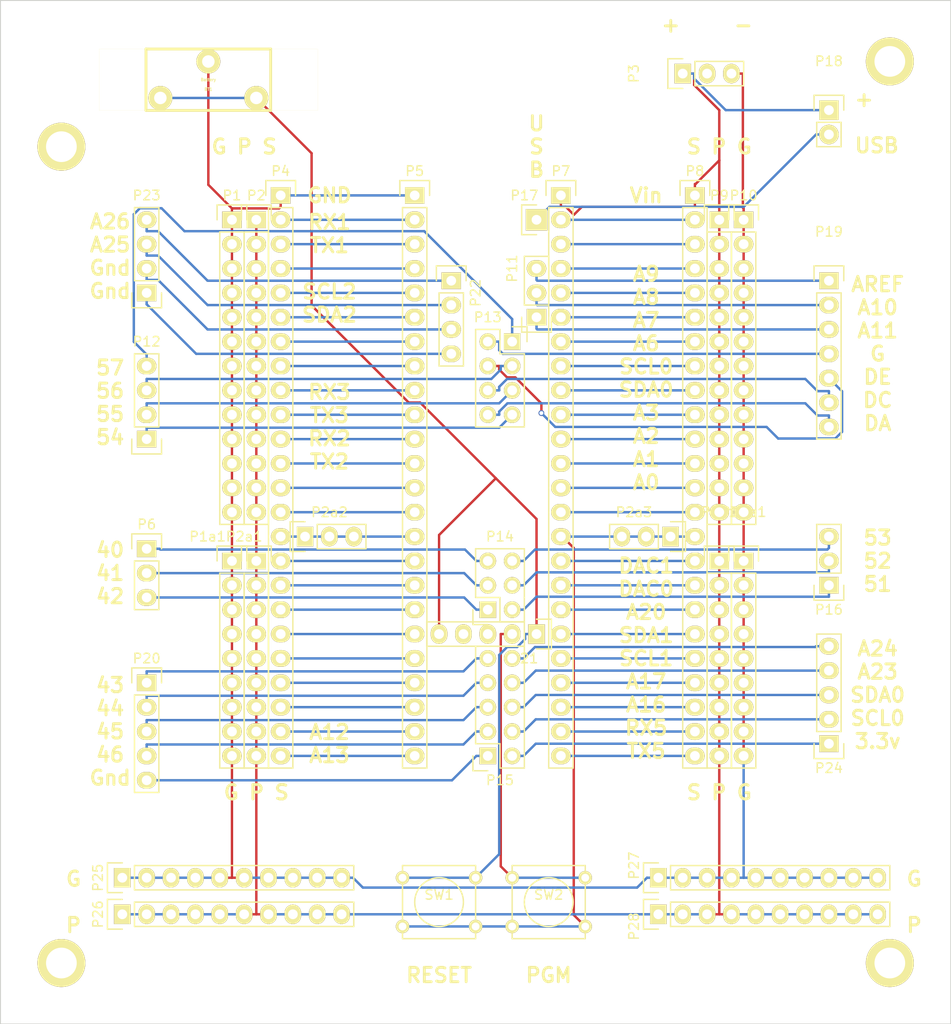
<source format=kicad_pcb>
(kicad_pcb (version 4) (host pcbnew 4.0.4-stable)

  (general
    (links 227)
    (no_connects 1)
    (area 60.909999 30.429999 160.070001 137.210001)
    (thickness 1.6)
    (drawings 29)
    (tracks 385)
    (zones 0)
    (modules 41)
    (nets 88)
  )

  (page A4)
  (layers
    (0 F.Cu signal)
    (31 B.Cu signal hide)
    (32 B.Adhes user)
    (33 F.Adhes user)
    (34 B.Paste user)
    (35 F.Paste user)
    (36 B.SilkS user)
    (37 F.SilkS user)
    (38 B.Mask user)
    (39 F.Mask user)
    (40 Dwgs.User user)
    (41 Cmts.User user)
    (42 Eco1.User user)
    (43 Eco2.User user)
    (44 Edge.Cuts user)
    (45 Margin user)
    (46 B.CrtYd user)
    (47 F.CrtYd user)
    (48 B.Fab user)
    (49 F.Fab user)
  )

  (setup
    (last_trace_width 0.25)
    (trace_clearance 0.2)
    (zone_clearance 0.508)
    (zone_45_only no)
    (trace_min 0.2)
    (segment_width 0.2)
    (edge_width 0.1)
    (via_size 0.6)
    (via_drill 0.4)
    (via_min_size 0.4)
    (via_min_drill 0.3)
    (uvia_size 0.3)
    (uvia_drill 0.1)
    (uvias_allowed no)
    (uvia_min_size 0.2)
    (uvia_min_drill 0.1)
    (pcb_text_width 0.3)
    (pcb_text_size 1.5 1.5)
    (mod_edge_width 0.15)
    (mod_text_size 1 1)
    (mod_text_width 0.15)
    (pad_size 5 5)
    (pad_drill 3.2)
    (pad_to_mask_clearance 0)
    (aux_axis_origin 0 0)
    (visible_elements 7FFFFFFF)
    (pcbplotparams
      (layerselection 0x3ffff_80000001)
      (usegerberextensions false)
      (excludeedgelayer true)
      (linewidth 0.100000)
      (plotframeref false)
      (viasonmask false)
      (mode 1)
      (useauxorigin false)
      (hpglpennumber 1)
      (hpglpenspeed 20)
      (hpglpendiameter 15)
      (hpglpenoverlay 2)
      (psnegative false)
      (psa4output false)
      (plotreference true)
      (plotvalue true)
      (plotinvisibletext false)
      (padsonsilk false)
      (subtractmaskfromsilk false)
      (outputformat 1)
      (mirror false)
      (drillshape 0)
      (scaleselection 1)
      (outputdirectory Gerbers/))
  )

  (net 0 "")
  (net 1 "Net-(BT1-Pad1)")
  (net 2 "Net-(BT1-Pad2)")
  (net 3 "Net-(P18-Pad1)")
  (net 4 "Net-(P2a2-Pad1)")
  (net 5 "Net-(P2a3-Pad1)")
  (net 6 "Net-(P3-Pad2)")
  (net 7 "Net-(P4-Pad2)")
  (net 8 "Net-(P4-Pad3)")
  (net 9 "Net-(P4-Pad4)")
  (net 10 "Net-(P4-Pad5)")
  (net 11 "Net-(P4-Pad6)")
  (net 12 "Net-(P4-Pad7)")
  (net 13 "Net-(P4-Pad8)")
  (net 14 "Net-(P4-Pad9)")
  (net 15 "Net-(P4-Pad10)")
  (net 16 "Net-(P4-Pad11)")
  (net 17 "Net-(P4-Pad12)")
  (net 18 "Net-(P4-Pad13)")
  (net 19 "Net-(P4-Pad14)")
  (net 20 "Net-(P4-Pad16)")
  (net 21 "Net-(P4-Pad17)")
  (net 22 "Net-(P4-Pad18)")
  (net 23 "Net-(P4-Pad19)")
  (net 24 "Net-(P4-Pad20)")
  (net 25 "Net-(P4-Pad21)")
  (net 26 "Net-(P4-Pad22)")
  (net 27 "Net-(P4-Pad23)")
  (net 28 "Net-(P4-Pad24)")
  (net 29 "Net-(P14-Pad5)")
  (net 30 "Net-(P14-Pad3)")
  (net 31 "Net-(P14-Pad1)")
  (net 32 "Net-(P7-Pad2)")
  (net 33 "Net-(P7-Pad3)")
  (net 34 "Net-(P7-Pad4)")
  (net 35 "Net-(P7-Pad5)")
  (net 36 "Net-(P7-Pad6)")
  (net 37 "Net-(P7-Pad7)")
  (net 38 "Net-(P7-Pad8)")
  (net 39 "Net-(P7-Pad9)")
  (net 40 "Net-(P7-Pad10)")
  (net 41 "Net-(P7-Pad11)")
  (net 42 "Net-(P7-Pad12)")
  (net 43 "Net-(P7-Pad13)")
  (net 44 "Net-(P7-Pad14)")
  (net 45 "Net-(P7-Pad16)")
  (net 46 "Net-(P7-Pad17)")
  (net 47 "Net-(P7-Pad18)")
  (net 48 "Net-(P7-Pad19)")
  (net 49 "Net-(P7-Pad20)")
  (net 50 "Net-(P7-Pad21)")
  (net 51 "Net-(P7-Pad22)")
  (net 52 "Net-(P7-Pad23)")
  (net 53 "Net-(P7-Pad24)")
  (net 54 "Net-(P11-Pad1)")
  (net 55 "Net-(P11-Pad2)")
  (net 56 "Net-(P11-Pad3)")
  (net 57 "Net-(P12-Pad1)")
  (net 58 "Net-(P12-Pad2)")
  (net 59 "Net-(P12-Pad3)")
  (net 60 "Net-(P12-Pad4)")
  (net 61 "Net-(P13-Pad2)")
  (net 62 "Net-(P13-Pad4)")
  (net 63 "Net-(P13-Pad6)")
  (net 64 "Net-(P13-Pad8)")
  (net 65 "Net-(P14-Pad2)")
  (net 66 "Net-(P14-Pad4)")
  (net 67 "Net-(P14-Pad6)")
  (net 68 "Net-(P15-Pad1)")
  (net 69 "Net-(P15-Pad2)")
  (net 70 "Net-(P15-Pad3)")
  (net 71 "Net-(P15-Pad4)")
  (net 72 "Net-(P15-Pad5)")
  (net 73 "Net-(P15-Pad6)")
  (net 74 "Net-(P15-Pad7)")
  (net 75 "Net-(P15-Pad8)")
  (net 76 "Net-(P15-Pad9)")
  (net 77 "Net-(P15-Pad10)")
  (net 78 "Net-(P17-Pad1)")
  (net 79 "Net-(P21-Pad1)")
  (net 80 "Net-(P21-Pad2)")
  (net 81 "Net-(P21-Pad3)")
  (net 82 "Net-(P21-Pad4)")
  (net 83 "Net-(P22-Pad1)")
  (net 84 "Net-(P22-Pad2)")
  (net 85 "Net-(P22-Pad3)")
  (net 86 "Net-(P22-Pad4)")
  (net 87 "Net-(P7-Pad1)")

  (net_class Default "This is the default net class."
    (clearance 0.2)
    (trace_width 0.25)
    (via_dia 0.6)
    (via_drill 0.4)
    (uvia_dia 0.3)
    (uvia_drill 0.1)
    (add_net "Net-(BT1-Pad1)")
    (add_net "Net-(BT1-Pad2)")
    (add_net "Net-(P11-Pad1)")
    (add_net "Net-(P11-Pad2)")
    (add_net "Net-(P11-Pad3)")
    (add_net "Net-(P12-Pad1)")
    (add_net "Net-(P12-Pad2)")
    (add_net "Net-(P12-Pad3)")
    (add_net "Net-(P12-Pad4)")
    (add_net "Net-(P13-Pad2)")
    (add_net "Net-(P13-Pad4)")
    (add_net "Net-(P13-Pad6)")
    (add_net "Net-(P13-Pad8)")
    (add_net "Net-(P14-Pad1)")
    (add_net "Net-(P14-Pad2)")
    (add_net "Net-(P14-Pad3)")
    (add_net "Net-(P14-Pad4)")
    (add_net "Net-(P14-Pad5)")
    (add_net "Net-(P14-Pad6)")
    (add_net "Net-(P15-Pad1)")
    (add_net "Net-(P15-Pad10)")
    (add_net "Net-(P15-Pad2)")
    (add_net "Net-(P15-Pad3)")
    (add_net "Net-(P15-Pad4)")
    (add_net "Net-(P15-Pad5)")
    (add_net "Net-(P15-Pad6)")
    (add_net "Net-(P15-Pad7)")
    (add_net "Net-(P15-Pad8)")
    (add_net "Net-(P15-Pad9)")
    (add_net "Net-(P17-Pad1)")
    (add_net "Net-(P18-Pad1)")
    (add_net "Net-(P21-Pad1)")
    (add_net "Net-(P21-Pad2)")
    (add_net "Net-(P21-Pad3)")
    (add_net "Net-(P21-Pad4)")
    (add_net "Net-(P22-Pad1)")
    (add_net "Net-(P22-Pad2)")
    (add_net "Net-(P22-Pad3)")
    (add_net "Net-(P22-Pad4)")
    (add_net "Net-(P2a2-Pad1)")
    (add_net "Net-(P2a3-Pad1)")
    (add_net "Net-(P3-Pad2)")
    (add_net "Net-(P4-Pad10)")
    (add_net "Net-(P4-Pad11)")
    (add_net "Net-(P4-Pad12)")
    (add_net "Net-(P4-Pad13)")
    (add_net "Net-(P4-Pad14)")
    (add_net "Net-(P4-Pad16)")
    (add_net "Net-(P4-Pad17)")
    (add_net "Net-(P4-Pad18)")
    (add_net "Net-(P4-Pad19)")
    (add_net "Net-(P4-Pad2)")
    (add_net "Net-(P4-Pad20)")
    (add_net "Net-(P4-Pad21)")
    (add_net "Net-(P4-Pad22)")
    (add_net "Net-(P4-Pad23)")
    (add_net "Net-(P4-Pad24)")
    (add_net "Net-(P4-Pad3)")
    (add_net "Net-(P4-Pad4)")
    (add_net "Net-(P4-Pad5)")
    (add_net "Net-(P4-Pad6)")
    (add_net "Net-(P4-Pad7)")
    (add_net "Net-(P4-Pad8)")
    (add_net "Net-(P4-Pad9)")
    (add_net "Net-(P7-Pad1)")
    (add_net "Net-(P7-Pad10)")
    (add_net "Net-(P7-Pad11)")
    (add_net "Net-(P7-Pad12)")
    (add_net "Net-(P7-Pad13)")
    (add_net "Net-(P7-Pad14)")
    (add_net "Net-(P7-Pad16)")
    (add_net "Net-(P7-Pad17)")
    (add_net "Net-(P7-Pad18)")
    (add_net "Net-(P7-Pad19)")
    (add_net "Net-(P7-Pad2)")
    (add_net "Net-(P7-Pad20)")
    (add_net "Net-(P7-Pad21)")
    (add_net "Net-(P7-Pad22)")
    (add_net "Net-(P7-Pad23)")
    (add_net "Net-(P7-Pad24)")
    (add_net "Net-(P7-Pad3)")
    (add_net "Net-(P7-Pad4)")
    (add_net "Net-(P7-Pad5)")
    (add_net "Net-(P7-Pad6)")
    (add_net "Net-(P7-Pad7)")
    (add_net "Net-(P7-Pad8)")
    (add_net "Net-(P7-Pad9)")
  )

  (module Battery_Holders:BAT_HOLDER_2032 (layer F.Cu) (tedit 5045E603) (tstamp 580FD585)
    (at 82.6287 38.7401)
    (path /57F7F26E)
    (fp_text reference BT1 (at 0 1.00076) (layer F.SilkS)
      (effects (font (size 0.29972 0.29972) (thickness 0.0762)))
    )
    (fp_text value Battery (at 0 0) (layer F.SilkS)
      (effects (font (size 0.29972 0.29972) (thickness 0.0762)))
    )
    (fp_line (start 6.49986 3.2004) (end -6.49986 3.2004) (layer F.SilkS) (width 0.29972))
    (fp_line (start 6.49986 -3.2004) (end -6.49986 -3.2004) (layer F.SilkS) (width 0.29972))
    (fp_line (start -6.49986 3.2004) (end -6.49986 -3.2004) (layer F.SilkS) (width 0.29972))
    (fp_line (start 6.49986 3.2004) (end 6.49986 -3.2004) (layer F.SilkS) (width 0.29972))
    (fp_line (start -11.39952 -3.2004) (end 11.39952 -3.2004) (layer F.SilkS) (width 0.01016))
    (fp_line (start 11.39952 -3.2004) (end 11.39952 3.2004) (layer F.SilkS) (width 0.01016))
    (fp_line (start 11.39952 3.2004) (end -11.39952 3.2004) (layer F.SilkS) (width 0.01016))
    (fp_line (start -11.39952 3.2004) (end -11.39952 -3.2004) (layer F.SilkS) (width 0.01016))
    (pad 1 thru_hole circle (at -5.00126 1.89992) (size 2.49936 2.49936) (drill 1.30048) (layers *.Cu *.Mask F.SilkS)
      (net 1 "Net-(BT1-Pad1)"))
    (pad 2 thru_hole circle (at 0 -1.89992) (size 2.49936 2.49936) (drill 1.30048) (layers *.Cu *.Mask F.SilkS)
      (net 2 "Net-(BT1-Pad2)"))
    (pad 1 thru_hole circle (at 5.00126 1.89992) (size 2.49936 2.49936) (drill 1.30048) (layers *.Cu *.Mask F.SilkS)
      (net 1 "Net-(BT1-Pad1)"))
  )

  (module Pin_Headers:Pin_Header_Straight_1x13 (layer F.Cu) (tedit 580FDB7E) (tstamp 580FD596)
    (at 85.09 53.34)
    (descr "Through hole pin header")
    (tags "pin header")
    (path /57F99DE5)
    (fp_text reference P1 (at 0 -2.54) (layer F.SilkS)
      (effects (font (size 1 1) (thickness 0.15)))
    )
    (fp_text value CONN_01X13 (at -3.81 -3.81 90) (layer F.Fab)
      (effects (font (size 1 1) (thickness 0.15)))
    )
    (fp_line (start -1.75 -1.75) (end -1.75 32.25) (layer F.CrtYd) (width 0.05))
    (fp_line (start 1.75 -1.75) (end 1.75 32.25) (layer F.CrtYd) (width 0.05))
    (fp_line (start -1.75 -1.75) (end 1.75 -1.75) (layer F.CrtYd) (width 0.05))
    (fp_line (start -1.75 32.25) (end 1.75 32.25) (layer F.CrtYd) (width 0.05))
    (fp_line (start -1.27 1.27) (end -1.27 31.75) (layer F.SilkS) (width 0.15))
    (fp_line (start -1.27 31.75) (end 1.27 31.75) (layer F.SilkS) (width 0.15))
    (fp_line (start 1.27 31.75) (end 1.27 1.27) (layer F.SilkS) (width 0.15))
    (fp_line (start 1.55 -1.55) (end 1.55 0) (layer F.SilkS) (width 0.15))
    (fp_line (start 1.27 1.27) (end -1.27 1.27) (layer F.SilkS) (width 0.15))
    (fp_line (start -1.55 0) (end -1.55 -1.55) (layer F.SilkS) (width 0.15))
    (fp_line (start -1.55 -1.55) (end 1.55 -1.55) (layer F.SilkS) (width 0.15))
    (pad 1 thru_hole rect (at 0 0) (size 2.032 1.7272) (drill 1.016) (layers *.Cu *.Mask F.SilkS)
      (net 2 "Net-(BT1-Pad2)"))
    (pad 2 thru_hole oval (at 0 2.54) (size 2.032 1.7272) (drill 1.016) (layers *.Cu *.Mask F.SilkS)
      (net 2 "Net-(BT1-Pad2)"))
    (pad 3 thru_hole oval (at 0 5.08) (size 2.032 1.7272) (drill 1.016) (layers *.Cu *.Mask F.SilkS)
      (net 2 "Net-(BT1-Pad2)"))
    (pad 4 thru_hole oval (at 0 7.62) (size 2.032 1.7272) (drill 1.016) (layers *.Cu *.Mask F.SilkS)
      (net 2 "Net-(BT1-Pad2)"))
    (pad 5 thru_hole oval (at 0 10.16) (size 2.032 1.7272) (drill 1.016) (layers *.Cu *.Mask F.SilkS)
      (net 2 "Net-(BT1-Pad2)"))
    (pad 6 thru_hole oval (at 0 12.7) (size 2.032 1.7272) (drill 1.016) (layers *.Cu *.Mask F.SilkS)
      (net 2 "Net-(BT1-Pad2)"))
    (pad 7 thru_hole oval (at 0 15.24) (size 2.032 1.7272) (drill 1.016) (layers *.Cu *.Mask F.SilkS)
      (net 2 "Net-(BT1-Pad2)"))
    (pad 8 thru_hole oval (at 0 17.78) (size 2.032 1.7272) (drill 1.016) (layers *.Cu *.Mask F.SilkS)
      (net 2 "Net-(BT1-Pad2)"))
    (pad 9 thru_hole oval (at 0 20.32) (size 2.032 1.7272) (drill 1.016) (layers *.Cu *.Mask F.SilkS)
      (net 2 "Net-(BT1-Pad2)"))
    (pad 10 thru_hole oval (at 0 22.86) (size 2.032 1.7272) (drill 1.016) (layers *.Cu *.Mask F.SilkS)
      (net 2 "Net-(BT1-Pad2)"))
    (pad 11 thru_hole oval (at 0 25.4) (size 2.032 1.7272) (drill 1.016) (layers *.Cu *.Mask F.SilkS)
      (net 2 "Net-(BT1-Pad2)"))
    (pad 12 thru_hole oval (at 0 27.94) (size 2.032 1.7272) (drill 1.016) (layers *.Cu *.Mask F.SilkS)
      (net 2 "Net-(BT1-Pad2)"))
    (pad 13 thru_hole oval (at 0 30.48) (size 2.032 1.7272) (drill 1.016) (layers *.Cu *.Mask F.SilkS)
      (net 2 "Net-(BT1-Pad2)"))
    (model Pin_Headers.3dshapes/Pin_Header_Straight_1x13.wrl
      (at (xyz 0 -0.6 0))
      (scale (xyz 1 1 1))
      (rotate (xyz 0 0 90))
    )
  )

  (module Pin_Headers:Pin_Header_Straight_1x09 (layer F.Cu) (tedit 580FDC08) (tstamp 580FD5A3)
    (at 85.09 88.9)
    (descr "Through hole pin header")
    (tags "pin header")
    (path /57F99DF1)
    (fp_text reference P1a1 (at -2.54 -2.54) (layer F.SilkS)
      (effects (font (size 1 1) (thickness 0.15)))
    )
    (fp_text value CONN_01X09 (at -2.54 6.35 90) (layer F.Fab)
      (effects (font (size 1 1) (thickness 0.15)))
    )
    (fp_line (start -1.75 -1.75) (end -1.75 22.1) (layer F.CrtYd) (width 0.05))
    (fp_line (start 1.75 -1.75) (end 1.75 22.1) (layer F.CrtYd) (width 0.05))
    (fp_line (start -1.75 -1.75) (end 1.75 -1.75) (layer F.CrtYd) (width 0.05))
    (fp_line (start -1.75 22.1) (end 1.75 22.1) (layer F.CrtYd) (width 0.05))
    (fp_line (start 1.27 1.27) (end 1.27 21.59) (layer F.SilkS) (width 0.15))
    (fp_line (start 1.27 21.59) (end -1.27 21.59) (layer F.SilkS) (width 0.15))
    (fp_line (start -1.27 21.59) (end -1.27 1.27) (layer F.SilkS) (width 0.15))
    (fp_line (start 1.55 -1.55) (end 1.55 0) (layer F.SilkS) (width 0.15))
    (fp_line (start 1.27 1.27) (end -1.27 1.27) (layer F.SilkS) (width 0.15))
    (fp_line (start -1.55 0) (end -1.55 -1.55) (layer F.SilkS) (width 0.15))
    (fp_line (start -1.55 -1.55) (end 1.55 -1.55) (layer F.SilkS) (width 0.15))
    (pad 1 thru_hole rect (at 0 0) (size 2.032 1.7272) (drill 1.016) (layers *.Cu *.Mask F.SilkS)
      (net 2 "Net-(BT1-Pad2)"))
    (pad 2 thru_hole oval (at 0 2.54) (size 2.032 1.7272) (drill 1.016) (layers *.Cu *.Mask F.SilkS)
      (net 2 "Net-(BT1-Pad2)"))
    (pad 3 thru_hole oval (at 0 5.08) (size 2.032 1.7272) (drill 1.016) (layers *.Cu *.Mask F.SilkS)
      (net 2 "Net-(BT1-Pad2)"))
    (pad 4 thru_hole oval (at 0 7.62) (size 2.032 1.7272) (drill 1.016) (layers *.Cu *.Mask F.SilkS)
      (net 2 "Net-(BT1-Pad2)"))
    (pad 5 thru_hole oval (at 0 10.16) (size 2.032 1.7272) (drill 1.016) (layers *.Cu *.Mask F.SilkS)
      (net 2 "Net-(BT1-Pad2)"))
    (pad 6 thru_hole oval (at 0 12.7) (size 2.032 1.7272) (drill 1.016) (layers *.Cu *.Mask F.SilkS)
      (net 2 "Net-(BT1-Pad2)"))
    (pad 7 thru_hole oval (at 0 15.24) (size 2.032 1.7272) (drill 1.016) (layers *.Cu *.Mask F.SilkS)
      (net 2 "Net-(BT1-Pad2)"))
    (pad 8 thru_hole oval (at 0 17.78) (size 2.032 1.7272) (drill 1.016) (layers *.Cu *.Mask F.SilkS)
      (net 2 "Net-(BT1-Pad2)"))
    (pad 9 thru_hole oval (at 0 20.32) (size 2.032 1.7272) (drill 1.016) (layers *.Cu *.Mask F.SilkS)
      (net 2 "Net-(BT1-Pad2)"))
    (model Pin_Headers.3dshapes/Pin_Header_Straight_1x09.wrl
      (at (xyz 0 -0.4 0))
      (scale (xyz 1 1 1))
      (rotate (xyz 0 0 90))
    )
  )

  (module Pin_Headers:Pin_Header_Straight_1x13 (layer F.Cu) (tedit 580FDB9F) (tstamp 580FD5B4)
    (at 87.63 53.34)
    (descr "Through hole pin header")
    (tags "pin header")
    (path /57F99DDF)
    (fp_text reference P2 (at 0 -2.54) (layer F.SilkS)
      (effects (font (size 1 1) (thickness 0.15)))
    )
    (fp_text value CONN_01X13 (at -5.08 -1.27 90) (layer F.Fab)
      (effects (font (size 1 1) (thickness 0.15)))
    )
    (fp_line (start -1.75 -1.75) (end -1.75 32.25) (layer F.CrtYd) (width 0.05))
    (fp_line (start 1.75 -1.75) (end 1.75 32.25) (layer F.CrtYd) (width 0.05))
    (fp_line (start -1.75 -1.75) (end 1.75 -1.75) (layer F.CrtYd) (width 0.05))
    (fp_line (start -1.75 32.25) (end 1.75 32.25) (layer F.CrtYd) (width 0.05))
    (fp_line (start -1.27 1.27) (end -1.27 31.75) (layer F.SilkS) (width 0.15))
    (fp_line (start -1.27 31.75) (end 1.27 31.75) (layer F.SilkS) (width 0.15))
    (fp_line (start 1.27 31.75) (end 1.27 1.27) (layer F.SilkS) (width 0.15))
    (fp_line (start 1.55 -1.55) (end 1.55 0) (layer F.SilkS) (width 0.15))
    (fp_line (start 1.27 1.27) (end -1.27 1.27) (layer F.SilkS) (width 0.15))
    (fp_line (start -1.55 0) (end -1.55 -1.55) (layer F.SilkS) (width 0.15))
    (fp_line (start -1.55 -1.55) (end 1.55 -1.55) (layer F.SilkS) (width 0.15))
    (pad 1 thru_hole rect (at 0 0) (size 2.032 1.7272) (drill 1.016) (layers *.Cu *.Mask F.SilkS)
      (net 3 "Net-(P18-Pad1)"))
    (pad 2 thru_hole oval (at 0 2.54) (size 2.032 1.7272) (drill 1.016) (layers *.Cu *.Mask F.SilkS)
      (net 3 "Net-(P18-Pad1)"))
    (pad 3 thru_hole oval (at 0 5.08) (size 2.032 1.7272) (drill 1.016) (layers *.Cu *.Mask F.SilkS)
      (net 3 "Net-(P18-Pad1)"))
    (pad 4 thru_hole oval (at 0 7.62) (size 2.032 1.7272) (drill 1.016) (layers *.Cu *.Mask F.SilkS)
      (net 3 "Net-(P18-Pad1)"))
    (pad 5 thru_hole oval (at 0 10.16) (size 2.032 1.7272) (drill 1.016) (layers *.Cu *.Mask F.SilkS)
      (net 3 "Net-(P18-Pad1)"))
    (pad 6 thru_hole oval (at 0 12.7) (size 2.032 1.7272) (drill 1.016) (layers *.Cu *.Mask F.SilkS)
      (net 3 "Net-(P18-Pad1)"))
    (pad 7 thru_hole oval (at 0 15.24) (size 2.032 1.7272) (drill 1.016) (layers *.Cu *.Mask F.SilkS)
      (net 3 "Net-(P18-Pad1)"))
    (pad 8 thru_hole oval (at 0 17.78) (size 2.032 1.7272) (drill 1.016) (layers *.Cu *.Mask F.SilkS)
      (net 3 "Net-(P18-Pad1)"))
    (pad 9 thru_hole oval (at 0 20.32) (size 2.032 1.7272) (drill 1.016) (layers *.Cu *.Mask F.SilkS)
      (net 3 "Net-(P18-Pad1)"))
    (pad 10 thru_hole oval (at 0 22.86) (size 2.032 1.7272) (drill 1.016) (layers *.Cu *.Mask F.SilkS)
      (net 3 "Net-(P18-Pad1)"))
    (pad 11 thru_hole oval (at 0 25.4) (size 2.032 1.7272) (drill 1.016) (layers *.Cu *.Mask F.SilkS)
      (net 3 "Net-(P18-Pad1)"))
    (pad 12 thru_hole oval (at 0 27.94) (size 2.032 1.7272) (drill 1.016) (layers *.Cu *.Mask F.SilkS)
      (net 3 "Net-(P18-Pad1)"))
    (pad 13 thru_hole oval (at 0 30.48) (size 2.032 1.7272) (drill 1.016) (layers *.Cu *.Mask F.SilkS)
      (net 3 "Net-(P18-Pad1)"))
    (model Pin_Headers.3dshapes/Pin_Header_Straight_1x13.wrl
      (at (xyz 0 -0.6 0))
      (scale (xyz 1 1 1))
      (rotate (xyz 0 0 90))
    )
  )

  (module Pin_Headers:Pin_Header_Straight_1x09 (layer F.Cu) (tedit 580FDC6A) (tstamp 580FD5C1)
    (at 87.63 88.9)
    (descr "Through hole pin header")
    (tags "pin header")
    (path /57F99DEB)
    (fp_text reference P2a1 (at -1.27 -2.54) (layer F.SilkS)
      (effects (font (size 1 1) (thickness 0.15)))
    )
    (fp_text value CONN_01X09 (at -6.35 7.62 90) (layer F.Fab)
      (effects (font (size 1 1) (thickness 0.15)))
    )
    (fp_line (start -1.75 -1.75) (end -1.75 22.1) (layer F.CrtYd) (width 0.05))
    (fp_line (start 1.75 -1.75) (end 1.75 22.1) (layer F.CrtYd) (width 0.05))
    (fp_line (start -1.75 -1.75) (end 1.75 -1.75) (layer F.CrtYd) (width 0.05))
    (fp_line (start -1.75 22.1) (end 1.75 22.1) (layer F.CrtYd) (width 0.05))
    (fp_line (start 1.27 1.27) (end 1.27 21.59) (layer F.SilkS) (width 0.15))
    (fp_line (start 1.27 21.59) (end -1.27 21.59) (layer F.SilkS) (width 0.15))
    (fp_line (start -1.27 21.59) (end -1.27 1.27) (layer F.SilkS) (width 0.15))
    (fp_line (start 1.55 -1.55) (end 1.55 0) (layer F.SilkS) (width 0.15))
    (fp_line (start 1.27 1.27) (end -1.27 1.27) (layer F.SilkS) (width 0.15))
    (fp_line (start -1.55 0) (end -1.55 -1.55) (layer F.SilkS) (width 0.15))
    (fp_line (start -1.55 -1.55) (end 1.55 -1.55) (layer F.SilkS) (width 0.15))
    (pad 1 thru_hole rect (at 0 0) (size 2.032 1.7272) (drill 1.016) (layers *.Cu *.Mask F.SilkS)
      (net 3 "Net-(P18-Pad1)"))
    (pad 2 thru_hole oval (at 0 2.54) (size 2.032 1.7272) (drill 1.016) (layers *.Cu *.Mask F.SilkS)
      (net 3 "Net-(P18-Pad1)"))
    (pad 3 thru_hole oval (at 0 5.08) (size 2.032 1.7272) (drill 1.016) (layers *.Cu *.Mask F.SilkS)
      (net 3 "Net-(P18-Pad1)"))
    (pad 4 thru_hole oval (at 0 7.62) (size 2.032 1.7272) (drill 1.016) (layers *.Cu *.Mask F.SilkS)
      (net 3 "Net-(P18-Pad1)"))
    (pad 5 thru_hole oval (at 0 10.16) (size 2.032 1.7272) (drill 1.016) (layers *.Cu *.Mask F.SilkS)
      (net 3 "Net-(P18-Pad1)"))
    (pad 6 thru_hole oval (at 0 12.7) (size 2.032 1.7272) (drill 1.016) (layers *.Cu *.Mask F.SilkS)
      (net 3 "Net-(P18-Pad1)"))
    (pad 7 thru_hole oval (at 0 15.24) (size 2.032 1.7272) (drill 1.016) (layers *.Cu *.Mask F.SilkS)
      (net 3 "Net-(P18-Pad1)"))
    (pad 8 thru_hole oval (at 0 17.78) (size 2.032 1.7272) (drill 1.016) (layers *.Cu *.Mask F.SilkS)
      (net 3 "Net-(P18-Pad1)"))
    (pad 9 thru_hole oval (at 0 20.32) (size 2.032 1.7272) (drill 1.016) (layers *.Cu *.Mask F.SilkS)
      (net 3 "Net-(P18-Pad1)"))
    (model Pin_Headers.3dshapes/Pin_Header_Straight_1x09.wrl
      (at (xyz 0 -0.4 0))
      (scale (xyz 1 1 1))
      (rotate (xyz 0 0 90))
    )
  )

  (module Pin_Headers:Pin_Header_Straight_1x03 (layer F.Cu) (tedit 580FDC61) (tstamp 580FD5C8)
    (at 92.71 86.36 90)
    (descr "Through hole pin header")
    (tags "pin header")
    (path /57F88688)
    (fp_text reference P2a2 (at 2.54 2.54 180) (layer F.SilkS)
      (effects (font (size 1 1) (thickness 0.15)))
    )
    (fp_text value CONN_01X03 (at -6.35 2.54 90) (layer F.Fab)
      (effects (font (size 1 1) (thickness 0.15)))
    )
    (fp_line (start -1.75 -1.75) (end -1.75 6.85) (layer F.CrtYd) (width 0.05))
    (fp_line (start 1.75 -1.75) (end 1.75 6.85) (layer F.CrtYd) (width 0.05))
    (fp_line (start -1.75 -1.75) (end 1.75 -1.75) (layer F.CrtYd) (width 0.05))
    (fp_line (start -1.75 6.85) (end 1.75 6.85) (layer F.CrtYd) (width 0.05))
    (fp_line (start -1.27 1.27) (end -1.27 6.35) (layer F.SilkS) (width 0.15))
    (fp_line (start -1.27 6.35) (end 1.27 6.35) (layer F.SilkS) (width 0.15))
    (fp_line (start 1.27 6.35) (end 1.27 1.27) (layer F.SilkS) (width 0.15))
    (fp_line (start 1.55 -1.55) (end 1.55 0) (layer F.SilkS) (width 0.15))
    (fp_line (start 1.27 1.27) (end -1.27 1.27) (layer F.SilkS) (width 0.15))
    (fp_line (start -1.55 0) (end -1.55 -1.55) (layer F.SilkS) (width 0.15))
    (fp_line (start -1.55 -1.55) (end 1.55 -1.55) (layer F.SilkS) (width 0.15))
    (pad 1 thru_hole rect (at 0 0 90) (size 2.032 1.7272) (drill 1.016) (layers *.Cu *.Mask F.SilkS)
      (net 4 "Net-(P2a2-Pad1)"))
    (pad 2 thru_hole oval (at 0 2.54 90) (size 2.032 1.7272) (drill 1.016) (layers *.Cu *.Mask F.SilkS)
      (net 4 "Net-(P2a2-Pad1)"))
    (pad 3 thru_hole oval (at 0 5.08 90) (size 2.032 1.7272) (drill 1.016) (layers *.Cu *.Mask F.SilkS)
      (net 4 "Net-(P2a2-Pad1)"))
    (model Pin_Headers.3dshapes/Pin_Header_Straight_1x03.wrl
      (at (xyz 0 -0.1 0))
      (scale (xyz 1 1 1))
      (rotate (xyz 0 0 90))
    )
  )

  (module Pin_Headers:Pin_Header_Straight_1x03 (layer F.Cu) (tedit 0) (tstamp 580FD5CF)
    (at 130.81 86.36 270)
    (descr "Through hole pin header")
    (tags "pin header")
    (path /57FA8654)
    (fp_text reference P2a3 (at -2.54 3.81 360) (layer F.SilkS)
      (effects (font (size 1 1) (thickness 0.15)))
    )
    (fp_text value CONN_01X03 (at 0 7.62 270) (layer F.Fab)
      (effects (font (size 1 1) (thickness 0.15)))
    )
    (fp_line (start -1.75 -1.75) (end -1.75 6.85) (layer F.CrtYd) (width 0.05))
    (fp_line (start 1.75 -1.75) (end 1.75 6.85) (layer F.CrtYd) (width 0.05))
    (fp_line (start -1.75 -1.75) (end 1.75 -1.75) (layer F.CrtYd) (width 0.05))
    (fp_line (start -1.75 6.85) (end 1.75 6.85) (layer F.CrtYd) (width 0.05))
    (fp_line (start -1.27 1.27) (end -1.27 6.35) (layer F.SilkS) (width 0.15))
    (fp_line (start -1.27 6.35) (end 1.27 6.35) (layer F.SilkS) (width 0.15))
    (fp_line (start 1.27 6.35) (end 1.27 1.27) (layer F.SilkS) (width 0.15))
    (fp_line (start 1.55 -1.55) (end 1.55 0) (layer F.SilkS) (width 0.15))
    (fp_line (start 1.27 1.27) (end -1.27 1.27) (layer F.SilkS) (width 0.15))
    (fp_line (start -1.55 0) (end -1.55 -1.55) (layer F.SilkS) (width 0.15))
    (fp_line (start -1.55 -1.55) (end 1.55 -1.55) (layer F.SilkS) (width 0.15))
    (pad 1 thru_hole rect (at 0 0 270) (size 2.032 1.7272) (drill 1.016) (layers *.Cu *.Mask F.SilkS)
      (net 5 "Net-(P2a3-Pad1)"))
    (pad 2 thru_hole oval (at 0 2.54 270) (size 2.032 1.7272) (drill 1.016) (layers *.Cu *.Mask F.SilkS)
      (net 5 "Net-(P2a3-Pad1)"))
    (pad 3 thru_hole oval (at 0 5.08 270) (size 2.032 1.7272) (drill 1.016) (layers *.Cu *.Mask F.SilkS)
      (net 5 "Net-(P2a3-Pad1)"))
    (model Pin_Headers.3dshapes/Pin_Header_Straight_1x03.wrl
      (at (xyz 0 -0.1 0))
      (scale (xyz 1 1 1))
      (rotate (xyz 0 0 90))
    )
  )

  (module Pin_Headers:Pin_Header_Straight_1x03 (layer F.Cu) (tedit 0) (tstamp 580FD5D6)
    (at 132.08 38.1 90)
    (descr "Through hole pin header")
    (tags "pin header")
    (path /57F5BF7D)
    (fp_text reference P3 (at 0 -5.1 90) (layer F.SilkS)
      (effects (font (size 1 1) (thickness 0.15)))
    )
    (fp_text value CONN_01X03 (at 0 -3.1 90) (layer F.Fab)
      (effects (font (size 1 1) (thickness 0.15)))
    )
    (fp_line (start -1.75 -1.75) (end -1.75 6.85) (layer F.CrtYd) (width 0.05))
    (fp_line (start 1.75 -1.75) (end 1.75 6.85) (layer F.CrtYd) (width 0.05))
    (fp_line (start -1.75 -1.75) (end 1.75 -1.75) (layer F.CrtYd) (width 0.05))
    (fp_line (start -1.75 6.85) (end 1.75 6.85) (layer F.CrtYd) (width 0.05))
    (fp_line (start -1.27 1.27) (end -1.27 6.35) (layer F.SilkS) (width 0.15))
    (fp_line (start -1.27 6.35) (end 1.27 6.35) (layer F.SilkS) (width 0.15))
    (fp_line (start 1.27 6.35) (end 1.27 1.27) (layer F.SilkS) (width 0.15))
    (fp_line (start 1.55 -1.55) (end 1.55 0) (layer F.SilkS) (width 0.15))
    (fp_line (start 1.27 1.27) (end -1.27 1.27) (layer F.SilkS) (width 0.15))
    (fp_line (start -1.55 0) (end -1.55 -1.55) (layer F.SilkS) (width 0.15))
    (fp_line (start -1.55 -1.55) (end 1.55 -1.55) (layer F.SilkS) (width 0.15))
    (pad 1 thru_hole rect (at 0 0 90) (size 2.032 1.7272) (drill 1.016) (layers *.Cu *.Mask F.SilkS)
      (net 3 "Net-(P18-Pad1)"))
    (pad 2 thru_hole oval (at 0 2.54 90) (size 2.032 1.7272) (drill 1.016) (layers *.Cu *.Mask F.SilkS)
      (net 6 "Net-(P3-Pad2)"))
    (pad 3 thru_hole oval (at 0 5.08 90) (size 2.032 1.7272) (drill 1.016) (layers *.Cu *.Mask F.SilkS)
      (net 2 "Net-(BT1-Pad2)"))
    (model Pin_Headers.3dshapes/Pin_Header_Straight_1x03.wrl
      (at (xyz 0 -0.1 0))
      (scale (xyz 1 1 1))
      (rotate (xyz 0 0 90))
    )
  )

  (module Pin_Headers:Pin_Header_Straight_1x24 (layer F.Cu) (tedit 580FDE51) (tstamp 580FD5F2)
    (at 90.17 50.8)
    (descr "Through hole pin header")
    (tags "pin header")
    (path /57F3265A)
    (fp_text reference P4 (at 0 -2.54) (layer F.SilkS)
      (effects (font (size 1 1) (thickness 0.15)))
    )
    (fp_text value CONN_01X24 (at 2.54 -3.81 180) (layer F.Fab)
      (effects (font (size 1 1) (thickness 0.15)))
    )
    (fp_line (start -1.75 -1.75) (end -1.75 60.2) (layer F.CrtYd) (width 0.05))
    (fp_line (start 1.75 -1.75) (end 1.75 60.2) (layer F.CrtYd) (width 0.05))
    (fp_line (start -1.75 -1.75) (end 1.75 -1.75) (layer F.CrtYd) (width 0.05))
    (fp_line (start -1.75 60.2) (end 1.75 60.2) (layer F.CrtYd) (width 0.05))
    (fp_line (start 1.27 1.27) (end 1.27 59.69) (layer F.SilkS) (width 0.15))
    (fp_line (start -1.27 1.27) (end -1.27 59.69) (layer F.SilkS) (width 0.15))
    (fp_line (start -1.27 59.69) (end 1.27 59.69) (layer F.SilkS) (width 0.15))
    (fp_line (start 1.55 -1.55) (end 1.55 0) (layer F.SilkS) (width 0.15))
    (fp_line (start 1.27 1.27) (end -1.27 1.27) (layer F.SilkS) (width 0.15))
    (fp_line (start -1.55 0) (end -1.55 -1.55) (layer F.SilkS) (width 0.15))
    (fp_line (start -1.55 -1.55) (end 1.55 -1.55) (layer F.SilkS) (width 0.15))
    (pad 1 thru_hole rect (at 0 0) (size 2.032 1.7272) (drill 1.016) (layers *.Cu *.Mask F.SilkS)
      (net 2 "Net-(BT1-Pad2)"))
    (pad 2 thru_hole oval (at 0 2.54) (size 2.032 1.7272) (drill 1.016) (layers *.Cu *.Mask F.SilkS)
      (net 7 "Net-(P4-Pad2)"))
    (pad 3 thru_hole oval (at 0 5.08) (size 2.032 1.7272) (drill 1.016) (layers *.Cu *.Mask F.SilkS)
      (net 8 "Net-(P4-Pad3)"))
    (pad 4 thru_hole oval (at 0 7.62) (size 2.032 1.7272) (drill 1.016) (layers *.Cu *.Mask F.SilkS)
      (net 9 "Net-(P4-Pad4)"))
    (pad 5 thru_hole oval (at 0 10.16) (size 2.032 1.7272) (drill 1.016) (layers *.Cu *.Mask F.SilkS)
      (net 10 "Net-(P4-Pad5)"))
    (pad 6 thru_hole oval (at 0 12.7) (size 2.032 1.7272) (drill 1.016) (layers *.Cu *.Mask F.SilkS)
      (net 11 "Net-(P4-Pad6)"))
    (pad 7 thru_hole oval (at 0 15.24) (size 2.032 1.7272) (drill 1.016) (layers *.Cu *.Mask F.SilkS)
      (net 12 "Net-(P4-Pad7)"))
    (pad 8 thru_hole oval (at 0 17.78) (size 2.032 1.7272) (drill 1.016) (layers *.Cu *.Mask F.SilkS)
      (net 13 "Net-(P4-Pad8)"))
    (pad 9 thru_hole oval (at 0 20.32) (size 2.032 1.7272) (drill 1.016) (layers *.Cu *.Mask F.SilkS)
      (net 14 "Net-(P4-Pad9)"))
    (pad 10 thru_hole oval (at 0 22.86) (size 2.032 1.7272) (drill 1.016) (layers *.Cu *.Mask F.SilkS)
      (net 15 "Net-(P4-Pad10)"))
    (pad 11 thru_hole oval (at 0 25.4) (size 2.032 1.7272) (drill 1.016) (layers *.Cu *.Mask F.SilkS)
      (net 16 "Net-(P4-Pad11)"))
    (pad 12 thru_hole oval (at 0 27.94) (size 2.032 1.7272) (drill 1.016) (layers *.Cu *.Mask F.SilkS)
      (net 17 "Net-(P4-Pad12)"))
    (pad 13 thru_hole oval (at 0 30.48) (size 2.032 1.7272) (drill 1.016) (layers *.Cu *.Mask F.SilkS)
      (net 18 "Net-(P4-Pad13)"))
    (pad 14 thru_hole oval (at 0 33.02) (size 2.032 1.7272) (drill 1.016) (layers *.Cu *.Mask F.SilkS)
      (net 19 "Net-(P4-Pad14)"))
    (pad 15 thru_hole oval (at 0 35.56) (size 2.032 1.7272) (drill 1.016) (layers *.Cu *.Mask F.SilkS)
      (net 4 "Net-(P2a2-Pad1)"))
    (pad 16 thru_hole oval (at 0 38.1) (size 2.032 1.7272) (drill 1.016) (layers *.Cu *.Mask F.SilkS)
      (net 20 "Net-(P4-Pad16)"))
    (pad 17 thru_hole oval (at 0 40.64) (size 2.032 1.7272) (drill 1.016) (layers *.Cu *.Mask F.SilkS)
      (net 21 "Net-(P4-Pad17)"))
    (pad 18 thru_hole oval (at 0 43.18) (size 2.032 1.7272) (drill 1.016) (layers *.Cu *.Mask F.SilkS)
      (net 22 "Net-(P4-Pad18)"))
    (pad 19 thru_hole oval (at 0 45.72) (size 2.032 1.7272) (drill 1.016) (layers *.Cu *.Mask F.SilkS)
      (net 23 "Net-(P4-Pad19)"))
    (pad 20 thru_hole oval (at 0 48.26) (size 2.032 1.7272) (drill 1.016) (layers *.Cu *.Mask F.SilkS)
      (net 24 "Net-(P4-Pad20)"))
    (pad 21 thru_hole oval (at 0 50.8) (size 2.032 1.7272) (drill 1.016) (layers *.Cu *.Mask F.SilkS)
      (net 25 "Net-(P4-Pad21)"))
    (pad 22 thru_hole oval (at 0 53.34) (size 2.032 1.7272) (drill 1.016) (layers *.Cu *.Mask F.SilkS)
      (net 26 "Net-(P4-Pad22)"))
    (pad 23 thru_hole oval (at 0 55.88) (size 2.032 1.7272) (drill 1.016) (layers *.Cu *.Mask F.SilkS)
      (net 27 "Net-(P4-Pad23)"))
    (pad 24 thru_hole oval (at 0 58.42) (size 2.032 1.7272) (drill 1.016) (layers *.Cu *.Mask F.SilkS)
      (net 28 "Net-(P4-Pad24)"))
    (model Pin_Headers.3dshapes/Pin_Header_Straight_1x24.wrl
      (at (xyz 0 -1.15 0))
      (scale (xyz 1 1 1))
      (rotate (xyz 0 0 90))
    )
  )

  (module Socket_Strips:Socket_Strip_Straight_1x24 (layer F.Cu) (tedit 580FDC7C) (tstamp 580FD60E)
    (at 104.14 50.8 270)
    (descr "Through hole socket strip")
    (tags "socket strip")
    (path /57F31F19)
    (fp_text reference P5 (at -2.54 0 360) (layer F.SilkS)
      (effects (font (size 1 1) (thickness 0.15)))
    )
    (fp_text value CONN_01X24 (at 0 -3.1 270) (layer F.Fab)
      (effects (font (size 1 1) (thickness 0.15)))
    )
    (fp_line (start -1.75 -1.75) (end -1.75 1.75) (layer F.CrtYd) (width 0.05))
    (fp_line (start 60.2 -1.75) (end 60.2 1.75) (layer F.CrtYd) (width 0.05))
    (fp_line (start -1.75 -1.75) (end 60.2 -1.75) (layer F.CrtYd) (width 0.05))
    (fp_line (start -1.75 1.75) (end 60.2 1.75) (layer F.CrtYd) (width 0.05))
    (fp_line (start 1.27 1.27) (end 59.69 1.27) (layer F.SilkS) (width 0.15))
    (fp_line (start 1.27 -1.27) (end 59.69 -1.27) (layer F.SilkS) (width 0.15))
    (fp_line (start 59.69 -1.27) (end 59.69 1.27) (layer F.SilkS) (width 0.15))
    (fp_line (start -1.55 1.55) (end 0 1.55) (layer F.SilkS) (width 0.15))
    (fp_line (start 1.27 1.27) (end 1.27 -1.27) (layer F.SilkS) (width 0.15))
    (fp_line (start 0 -1.55) (end -1.55 -1.55) (layer F.SilkS) (width 0.15))
    (fp_line (start -1.55 -1.55) (end -1.55 1.55) (layer F.SilkS) (width 0.15))
    (pad 1 thru_hole rect (at 0 0 270) (size 1.7272 2.032) (drill 1.016) (layers *.Cu *.Mask F.SilkS)
      (net 2 "Net-(BT1-Pad2)"))
    (pad 2 thru_hole oval (at 2.54 0 270) (size 1.7272 2.032) (drill 1.016) (layers *.Cu *.Mask F.SilkS)
      (net 7 "Net-(P4-Pad2)"))
    (pad 3 thru_hole oval (at 5.08 0 270) (size 1.7272 2.032) (drill 1.016) (layers *.Cu *.Mask F.SilkS)
      (net 8 "Net-(P4-Pad3)"))
    (pad 4 thru_hole oval (at 7.62 0 270) (size 1.7272 2.032) (drill 1.016) (layers *.Cu *.Mask F.SilkS)
      (net 9 "Net-(P4-Pad4)"))
    (pad 5 thru_hole oval (at 10.16 0 270) (size 1.7272 2.032) (drill 1.016) (layers *.Cu *.Mask F.SilkS)
      (net 10 "Net-(P4-Pad5)"))
    (pad 6 thru_hole oval (at 12.7 0 270) (size 1.7272 2.032) (drill 1.016) (layers *.Cu *.Mask F.SilkS)
      (net 11 "Net-(P4-Pad6)"))
    (pad 7 thru_hole oval (at 15.24 0 270) (size 1.7272 2.032) (drill 1.016) (layers *.Cu *.Mask F.SilkS)
      (net 12 "Net-(P4-Pad7)"))
    (pad 8 thru_hole oval (at 17.78 0 270) (size 1.7272 2.032) (drill 1.016) (layers *.Cu *.Mask F.SilkS)
      (net 13 "Net-(P4-Pad8)"))
    (pad 9 thru_hole oval (at 20.32 0 270) (size 1.7272 2.032) (drill 1.016) (layers *.Cu *.Mask F.SilkS)
      (net 14 "Net-(P4-Pad9)"))
    (pad 10 thru_hole oval (at 22.86 0 270) (size 1.7272 2.032) (drill 1.016) (layers *.Cu *.Mask F.SilkS)
      (net 15 "Net-(P4-Pad10)"))
    (pad 11 thru_hole oval (at 25.4 0 270) (size 1.7272 2.032) (drill 1.016) (layers *.Cu *.Mask F.SilkS)
      (net 16 "Net-(P4-Pad11)"))
    (pad 12 thru_hole oval (at 27.94 0 270) (size 1.7272 2.032) (drill 1.016) (layers *.Cu *.Mask F.SilkS)
      (net 17 "Net-(P4-Pad12)"))
    (pad 13 thru_hole oval (at 30.48 0 270) (size 1.7272 2.032) (drill 1.016) (layers *.Cu *.Mask F.SilkS)
      (net 18 "Net-(P4-Pad13)"))
    (pad 14 thru_hole oval (at 33.02 0 270) (size 1.7272 2.032) (drill 1.016) (layers *.Cu *.Mask F.SilkS)
      (net 19 "Net-(P4-Pad14)"))
    (pad 15 thru_hole oval (at 35.56 0 270) (size 1.7272 2.032) (drill 1.016) (layers *.Cu *.Mask F.SilkS)
      (net 4 "Net-(P2a2-Pad1)"))
    (pad 16 thru_hole oval (at 38.1 0 270) (size 1.7272 2.032) (drill 1.016) (layers *.Cu *.Mask F.SilkS)
      (net 20 "Net-(P4-Pad16)"))
    (pad 17 thru_hole oval (at 40.64 0 270) (size 1.7272 2.032) (drill 1.016) (layers *.Cu *.Mask F.SilkS)
      (net 21 "Net-(P4-Pad17)"))
    (pad 18 thru_hole oval (at 43.18 0 270) (size 1.7272 2.032) (drill 1.016) (layers *.Cu *.Mask F.SilkS)
      (net 22 "Net-(P4-Pad18)"))
    (pad 19 thru_hole oval (at 45.72 0 270) (size 1.7272 2.032) (drill 1.016) (layers *.Cu *.Mask F.SilkS)
      (net 23 "Net-(P4-Pad19)"))
    (pad 20 thru_hole oval (at 48.26 0 270) (size 1.7272 2.032) (drill 1.016) (layers *.Cu *.Mask F.SilkS)
      (net 24 "Net-(P4-Pad20)"))
    (pad 21 thru_hole oval (at 50.8 0 270) (size 1.7272 2.032) (drill 1.016) (layers *.Cu *.Mask F.SilkS)
      (net 25 "Net-(P4-Pad21)"))
    (pad 22 thru_hole oval (at 53.34 0 270) (size 1.7272 2.032) (drill 1.016) (layers *.Cu *.Mask F.SilkS)
      (net 26 "Net-(P4-Pad22)"))
    (pad 23 thru_hole oval (at 55.88 0 270) (size 1.7272 2.032) (drill 1.016) (layers *.Cu *.Mask F.SilkS)
      (net 27 "Net-(P4-Pad23)"))
    (pad 24 thru_hole oval (at 58.42 0 270) (size 1.7272 2.032) (drill 1.016) (layers *.Cu *.Mask F.SilkS)
      (net 28 "Net-(P4-Pad24)"))
    (model Socket_Strips.3dshapes/Socket_Strip_Straight_1x24.wrl
      (at (xyz 1.15 0 0))
      (scale (xyz 1 1 1))
      (rotate (xyz 0 0 180))
    )
  )

  (module Pin_Headers:Pin_Header_Straight_1x03 (layer F.Cu) (tedit 580FDB2E) (tstamp 580FD615)
    (at 76.2 87.63)
    (descr "Through hole pin header")
    (tags "pin header")
    (path /57F9D694)
    (fp_text reference P6 (at 0 -2.54) (layer F.SilkS)
      (effects (font (size 1 1) (thickness 0.15)))
    )
    (fp_text value CONN_01X03 (at 2.54 2.54 90) (layer F.Fab)
      (effects (font (size 1 1) (thickness 0.15)))
    )
    (fp_line (start -1.75 -1.75) (end -1.75 6.85) (layer F.CrtYd) (width 0.05))
    (fp_line (start 1.75 -1.75) (end 1.75 6.85) (layer F.CrtYd) (width 0.05))
    (fp_line (start -1.75 -1.75) (end 1.75 -1.75) (layer F.CrtYd) (width 0.05))
    (fp_line (start -1.75 6.85) (end 1.75 6.85) (layer F.CrtYd) (width 0.05))
    (fp_line (start -1.27 1.27) (end -1.27 6.35) (layer F.SilkS) (width 0.15))
    (fp_line (start -1.27 6.35) (end 1.27 6.35) (layer F.SilkS) (width 0.15))
    (fp_line (start 1.27 6.35) (end 1.27 1.27) (layer F.SilkS) (width 0.15))
    (fp_line (start 1.55 -1.55) (end 1.55 0) (layer F.SilkS) (width 0.15))
    (fp_line (start 1.27 1.27) (end -1.27 1.27) (layer F.SilkS) (width 0.15))
    (fp_line (start -1.55 0) (end -1.55 -1.55) (layer F.SilkS) (width 0.15))
    (fp_line (start -1.55 -1.55) (end 1.55 -1.55) (layer F.SilkS) (width 0.15))
    (pad 1 thru_hole rect (at 0 0) (size 2.032 1.7272) (drill 1.016) (layers *.Cu *.Mask F.SilkS)
      (net 29 "Net-(P14-Pad5)"))
    (pad 2 thru_hole oval (at 0 2.54) (size 2.032 1.7272) (drill 1.016) (layers *.Cu *.Mask F.SilkS)
      (net 30 "Net-(P14-Pad3)"))
    (pad 3 thru_hole oval (at 0 5.08) (size 2.032 1.7272) (drill 1.016) (layers *.Cu *.Mask F.SilkS)
      (net 31 "Net-(P14-Pad1)"))
    (model Pin_Headers.3dshapes/Pin_Header_Straight_1x03.wrl
      (at (xyz 0 -0.1 0))
      (scale (xyz 1 1 1))
      (rotate (xyz 0 0 90))
    )
  )

  (module Socket_Strips:Socket_Strip_Straight_1x24 (layer F.Cu) (tedit 580FDCDD) (tstamp 580FD631)
    (at 119.38 50.8 270)
    (descr "Through hole socket strip")
    (tags "socket strip")
    (path /57F38D5E)
    (fp_text reference P7 (at -2.54 0 360) (layer F.SilkS)
      (effects (font (size 1 1) (thickness 0.15)))
    )
    (fp_text value CONN_01X24 (at 2.54 -2.54 270) (layer F.Fab)
      (effects (font (size 1 1) (thickness 0.15)))
    )
    (fp_line (start -1.75 -1.75) (end -1.75 1.75) (layer F.CrtYd) (width 0.05))
    (fp_line (start 60.2 -1.75) (end 60.2 1.75) (layer F.CrtYd) (width 0.05))
    (fp_line (start -1.75 -1.75) (end 60.2 -1.75) (layer F.CrtYd) (width 0.05))
    (fp_line (start -1.75 1.75) (end 60.2 1.75) (layer F.CrtYd) (width 0.05))
    (fp_line (start 1.27 1.27) (end 59.69 1.27) (layer F.SilkS) (width 0.15))
    (fp_line (start 1.27 -1.27) (end 59.69 -1.27) (layer F.SilkS) (width 0.15))
    (fp_line (start 59.69 -1.27) (end 59.69 1.27) (layer F.SilkS) (width 0.15))
    (fp_line (start -1.55 1.55) (end 0 1.55) (layer F.SilkS) (width 0.15))
    (fp_line (start 1.27 1.27) (end 1.27 -1.27) (layer F.SilkS) (width 0.15))
    (fp_line (start 0 -1.55) (end -1.55 -1.55) (layer F.SilkS) (width 0.15))
    (fp_line (start -1.55 -1.55) (end -1.55 1.55) (layer F.SilkS) (width 0.15))
    (pad 1 thru_hole rect (at 0 0 270) (size 1.7272 2.032) (drill 1.016) (layers *.Cu *.Mask F.SilkS)
      (net 87 "Net-(P7-Pad1)"))
    (pad 2 thru_hole oval (at 2.54 0 270) (size 1.7272 2.032) (drill 1.016) (layers *.Cu *.Mask F.SilkS)
      (net 32 "Net-(P7-Pad2)"))
    (pad 3 thru_hole oval (at 5.08 0 270) (size 1.7272 2.032) (drill 1.016) (layers *.Cu *.Mask F.SilkS)
      (net 33 "Net-(P7-Pad3)"))
    (pad 4 thru_hole oval (at 7.62 0 270) (size 1.7272 2.032) (drill 1.016) (layers *.Cu *.Mask F.SilkS)
      (net 34 "Net-(P7-Pad4)"))
    (pad 5 thru_hole oval (at 10.16 0 270) (size 1.7272 2.032) (drill 1.016) (layers *.Cu *.Mask F.SilkS)
      (net 35 "Net-(P7-Pad5)"))
    (pad 6 thru_hole oval (at 12.7 0 270) (size 1.7272 2.032) (drill 1.016) (layers *.Cu *.Mask F.SilkS)
      (net 36 "Net-(P7-Pad6)"))
    (pad 7 thru_hole oval (at 15.24 0 270) (size 1.7272 2.032) (drill 1.016) (layers *.Cu *.Mask F.SilkS)
      (net 37 "Net-(P7-Pad7)"))
    (pad 8 thru_hole oval (at 17.78 0 270) (size 1.7272 2.032) (drill 1.016) (layers *.Cu *.Mask F.SilkS)
      (net 38 "Net-(P7-Pad8)"))
    (pad 9 thru_hole oval (at 20.32 0 270) (size 1.7272 2.032) (drill 1.016) (layers *.Cu *.Mask F.SilkS)
      (net 39 "Net-(P7-Pad9)"))
    (pad 10 thru_hole oval (at 22.86 0 270) (size 1.7272 2.032) (drill 1.016) (layers *.Cu *.Mask F.SilkS)
      (net 40 "Net-(P7-Pad10)"))
    (pad 11 thru_hole oval (at 25.4 0 270) (size 1.7272 2.032) (drill 1.016) (layers *.Cu *.Mask F.SilkS)
      (net 41 "Net-(P7-Pad11)"))
    (pad 12 thru_hole oval (at 27.94 0 270) (size 1.7272 2.032) (drill 1.016) (layers *.Cu *.Mask F.SilkS)
      (net 42 "Net-(P7-Pad12)"))
    (pad 13 thru_hole oval (at 30.48 0 270) (size 1.7272 2.032) (drill 1.016) (layers *.Cu *.Mask F.SilkS)
      (net 43 "Net-(P7-Pad13)"))
    (pad 14 thru_hole oval (at 33.02 0 270) (size 1.7272 2.032) (drill 1.016) (layers *.Cu *.Mask F.SilkS)
      (net 44 "Net-(P7-Pad14)"))
    (pad 15 thru_hole oval (at 35.56 0 270) (size 1.7272 2.032) (drill 1.016) (layers *.Cu *.Mask F.SilkS)
      (net 5 "Net-(P2a3-Pad1)"))
    (pad 16 thru_hole oval (at 38.1 0 270) (size 1.7272 2.032) (drill 1.016) (layers *.Cu *.Mask F.SilkS)
      (net 45 "Net-(P7-Pad16)"))
    (pad 17 thru_hole oval (at 40.64 0 270) (size 1.7272 2.032) (drill 1.016) (layers *.Cu *.Mask F.SilkS)
      (net 46 "Net-(P7-Pad17)"))
    (pad 18 thru_hole oval (at 43.18 0 270) (size 1.7272 2.032) (drill 1.016) (layers *.Cu *.Mask F.SilkS)
      (net 47 "Net-(P7-Pad18)"))
    (pad 19 thru_hole oval (at 45.72 0 270) (size 1.7272 2.032) (drill 1.016) (layers *.Cu *.Mask F.SilkS)
      (net 48 "Net-(P7-Pad19)"))
    (pad 20 thru_hole oval (at 48.26 0 270) (size 1.7272 2.032) (drill 1.016) (layers *.Cu *.Mask F.SilkS)
      (net 49 "Net-(P7-Pad20)"))
    (pad 21 thru_hole oval (at 50.8 0 270) (size 1.7272 2.032) (drill 1.016) (layers *.Cu *.Mask F.SilkS)
      (net 50 "Net-(P7-Pad21)"))
    (pad 22 thru_hole oval (at 53.34 0 270) (size 1.7272 2.032) (drill 1.016) (layers *.Cu *.Mask F.SilkS)
      (net 51 "Net-(P7-Pad22)"))
    (pad 23 thru_hole oval (at 55.88 0 270) (size 1.7272 2.032) (drill 1.016) (layers *.Cu *.Mask F.SilkS)
      (net 52 "Net-(P7-Pad23)"))
    (pad 24 thru_hole oval (at 58.42 0 270) (size 1.7272 2.032) (drill 1.016) (layers *.Cu *.Mask F.SilkS)
      (net 53 "Net-(P7-Pad24)"))
    (model Socket_Strips.3dshapes/Socket_Strip_Straight_1x24.wrl
      (at (xyz 1.15 0 0))
      (scale (xyz 1 1 1))
      (rotate (xyz 0 0 180))
    )
  )

  (module Pin_Headers:Pin_Header_Straight_1x24 (layer F.Cu) (tedit 0) (tstamp 580FD64D)
    (at 133.35 50.8)
    (descr "Through hole pin header")
    (tags "pin header")
    (path /57F38D70)
    (fp_text reference P8 (at 0 -2.54) (layer F.SilkS)
      (effects (font (size 1 1) (thickness 0.15)))
    )
    (fp_text value CONN_01X24 (at -2.54 -1.27 90) (layer F.Fab)
      (effects (font (size 1 1) (thickness 0.15)))
    )
    (fp_line (start -1.75 -1.75) (end -1.75 60.2) (layer F.CrtYd) (width 0.05))
    (fp_line (start 1.75 -1.75) (end 1.75 60.2) (layer F.CrtYd) (width 0.05))
    (fp_line (start -1.75 -1.75) (end 1.75 -1.75) (layer F.CrtYd) (width 0.05))
    (fp_line (start -1.75 60.2) (end 1.75 60.2) (layer F.CrtYd) (width 0.05))
    (fp_line (start 1.27 1.27) (end 1.27 59.69) (layer F.SilkS) (width 0.15))
    (fp_line (start -1.27 1.27) (end -1.27 59.69) (layer F.SilkS) (width 0.15))
    (fp_line (start -1.27 59.69) (end 1.27 59.69) (layer F.SilkS) (width 0.15))
    (fp_line (start 1.55 -1.55) (end 1.55 0) (layer F.SilkS) (width 0.15))
    (fp_line (start 1.27 1.27) (end -1.27 1.27) (layer F.SilkS) (width 0.15))
    (fp_line (start -1.55 0) (end -1.55 -1.55) (layer F.SilkS) (width 0.15))
    (fp_line (start -1.55 -1.55) (end 1.55 -1.55) (layer F.SilkS) (width 0.15))
    (pad 1 thru_hole rect (at 0 0) (size 2.032 1.7272) (drill 1.016) (layers *.Cu *.Mask F.SilkS)
      (net 3 "Net-(P18-Pad1)"))
    (pad 2 thru_hole oval (at 0 2.54) (size 2.032 1.7272) (drill 1.016) (layers *.Cu *.Mask F.SilkS)
      (net 32 "Net-(P7-Pad2)"))
    (pad 3 thru_hole oval (at 0 5.08) (size 2.032 1.7272) (drill 1.016) (layers *.Cu *.Mask F.SilkS)
      (net 33 "Net-(P7-Pad3)"))
    (pad 4 thru_hole oval (at 0 7.62) (size 2.032 1.7272) (drill 1.016) (layers *.Cu *.Mask F.SilkS)
      (net 34 "Net-(P7-Pad4)"))
    (pad 5 thru_hole oval (at 0 10.16) (size 2.032 1.7272) (drill 1.016) (layers *.Cu *.Mask F.SilkS)
      (net 35 "Net-(P7-Pad5)"))
    (pad 6 thru_hole oval (at 0 12.7) (size 2.032 1.7272) (drill 1.016) (layers *.Cu *.Mask F.SilkS)
      (net 36 "Net-(P7-Pad6)"))
    (pad 7 thru_hole oval (at 0 15.24) (size 2.032 1.7272) (drill 1.016) (layers *.Cu *.Mask F.SilkS)
      (net 37 "Net-(P7-Pad7)"))
    (pad 8 thru_hole oval (at 0 17.78) (size 2.032 1.7272) (drill 1.016) (layers *.Cu *.Mask F.SilkS)
      (net 38 "Net-(P7-Pad8)"))
    (pad 9 thru_hole oval (at 0 20.32) (size 2.032 1.7272) (drill 1.016) (layers *.Cu *.Mask F.SilkS)
      (net 39 "Net-(P7-Pad9)"))
    (pad 10 thru_hole oval (at 0 22.86) (size 2.032 1.7272) (drill 1.016) (layers *.Cu *.Mask F.SilkS)
      (net 40 "Net-(P7-Pad10)"))
    (pad 11 thru_hole oval (at 0 25.4) (size 2.032 1.7272) (drill 1.016) (layers *.Cu *.Mask F.SilkS)
      (net 41 "Net-(P7-Pad11)"))
    (pad 12 thru_hole oval (at 0 27.94) (size 2.032 1.7272) (drill 1.016) (layers *.Cu *.Mask F.SilkS)
      (net 42 "Net-(P7-Pad12)"))
    (pad 13 thru_hole oval (at 0 30.48) (size 2.032 1.7272) (drill 1.016) (layers *.Cu *.Mask F.SilkS)
      (net 43 "Net-(P7-Pad13)"))
    (pad 14 thru_hole oval (at 0 33.02) (size 2.032 1.7272) (drill 1.016) (layers *.Cu *.Mask F.SilkS)
      (net 44 "Net-(P7-Pad14)"))
    (pad 15 thru_hole oval (at 0 35.56) (size 2.032 1.7272) (drill 1.016) (layers *.Cu *.Mask F.SilkS)
      (net 5 "Net-(P2a3-Pad1)"))
    (pad 16 thru_hole oval (at 0 38.1) (size 2.032 1.7272) (drill 1.016) (layers *.Cu *.Mask F.SilkS)
      (net 45 "Net-(P7-Pad16)"))
    (pad 17 thru_hole oval (at 0 40.64) (size 2.032 1.7272) (drill 1.016) (layers *.Cu *.Mask F.SilkS)
      (net 46 "Net-(P7-Pad17)"))
    (pad 18 thru_hole oval (at 0 43.18) (size 2.032 1.7272) (drill 1.016) (layers *.Cu *.Mask F.SilkS)
      (net 47 "Net-(P7-Pad18)"))
    (pad 19 thru_hole oval (at 0 45.72) (size 2.032 1.7272) (drill 1.016) (layers *.Cu *.Mask F.SilkS)
      (net 48 "Net-(P7-Pad19)"))
    (pad 20 thru_hole oval (at 0 48.26) (size 2.032 1.7272) (drill 1.016) (layers *.Cu *.Mask F.SilkS)
      (net 49 "Net-(P7-Pad20)"))
    (pad 21 thru_hole oval (at 0 50.8) (size 2.032 1.7272) (drill 1.016) (layers *.Cu *.Mask F.SilkS)
      (net 50 "Net-(P7-Pad21)"))
    (pad 22 thru_hole oval (at 0 53.34) (size 2.032 1.7272) (drill 1.016) (layers *.Cu *.Mask F.SilkS)
      (net 51 "Net-(P7-Pad22)"))
    (pad 23 thru_hole oval (at 0 55.88) (size 2.032 1.7272) (drill 1.016) (layers *.Cu *.Mask F.SilkS)
      (net 52 "Net-(P7-Pad23)"))
    (pad 24 thru_hole oval (at 0 58.42) (size 2.032 1.7272) (drill 1.016) (layers *.Cu *.Mask F.SilkS)
      (net 53 "Net-(P7-Pad24)"))
    (model Pin_Headers.3dshapes/Pin_Header_Straight_1x24.wrl
      (at (xyz 0 -1.15 0))
      (scale (xyz 1 1 1))
      (rotate (xyz 0 0 90))
    )
  )

  (module Pin_Headers:Pin_Header_Straight_1x13 (layer F.Cu) (tedit 0) (tstamp 580FD65E)
    (at 135.89 53.34)
    (descr "Through hole pin header")
    (tags "pin header")
    (path /57F882C1)
    (fp_text reference P9 (at 0 -2.54) (layer F.SilkS)
      (effects (font (size 1 1) (thickness 0.15)))
    )
    (fp_text value CONN_01X13 (at 6.35 -2.54 90) (layer F.Fab)
      (effects (font (size 1 1) (thickness 0.15)))
    )
    (fp_line (start -1.75 -1.75) (end -1.75 32.25) (layer F.CrtYd) (width 0.05))
    (fp_line (start 1.75 -1.75) (end 1.75 32.25) (layer F.CrtYd) (width 0.05))
    (fp_line (start -1.75 -1.75) (end 1.75 -1.75) (layer F.CrtYd) (width 0.05))
    (fp_line (start -1.75 32.25) (end 1.75 32.25) (layer F.CrtYd) (width 0.05))
    (fp_line (start -1.27 1.27) (end -1.27 31.75) (layer F.SilkS) (width 0.15))
    (fp_line (start -1.27 31.75) (end 1.27 31.75) (layer F.SilkS) (width 0.15))
    (fp_line (start 1.27 31.75) (end 1.27 1.27) (layer F.SilkS) (width 0.15))
    (fp_line (start 1.55 -1.55) (end 1.55 0) (layer F.SilkS) (width 0.15))
    (fp_line (start 1.27 1.27) (end -1.27 1.27) (layer F.SilkS) (width 0.15))
    (fp_line (start -1.55 0) (end -1.55 -1.55) (layer F.SilkS) (width 0.15))
    (fp_line (start -1.55 -1.55) (end 1.55 -1.55) (layer F.SilkS) (width 0.15))
    (pad 1 thru_hole rect (at 0 0) (size 2.032 1.7272) (drill 1.016) (layers *.Cu *.Mask F.SilkS)
      (net 3 "Net-(P18-Pad1)"))
    (pad 2 thru_hole oval (at 0 2.54) (size 2.032 1.7272) (drill 1.016) (layers *.Cu *.Mask F.SilkS)
      (net 3 "Net-(P18-Pad1)"))
    (pad 3 thru_hole oval (at 0 5.08) (size 2.032 1.7272) (drill 1.016) (layers *.Cu *.Mask F.SilkS)
      (net 3 "Net-(P18-Pad1)"))
    (pad 4 thru_hole oval (at 0 7.62) (size 2.032 1.7272) (drill 1.016) (layers *.Cu *.Mask F.SilkS)
      (net 3 "Net-(P18-Pad1)"))
    (pad 5 thru_hole oval (at 0 10.16) (size 2.032 1.7272) (drill 1.016) (layers *.Cu *.Mask F.SilkS)
      (net 3 "Net-(P18-Pad1)"))
    (pad 6 thru_hole oval (at 0 12.7) (size 2.032 1.7272) (drill 1.016) (layers *.Cu *.Mask F.SilkS)
      (net 3 "Net-(P18-Pad1)"))
    (pad 7 thru_hole oval (at 0 15.24) (size 2.032 1.7272) (drill 1.016) (layers *.Cu *.Mask F.SilkS)
      (net 3 "Net-(P18-Pad1)"))
    (pad 8 thru_hole oval (at 0 17.78) (size 2.032 1.7272) (drill 1.016) (layers *.Cu *.Mask F.SilkS)
      (net 3 "Net-(P18-Pad1)"))
    (pad 9 thru_hole oval (at 0 20.32) (size 2.032 1.7272) (drill 1.016) (layers *.Cu *.Mask F.SilkS)
      (net 3 "Net-(P18-Pad1)"))
    (pad 10 thru_hole oval (at 0 22.86) (size 2.032 1.7272) (drill 1.016) (layers *.Cu *.Mask F.SilkS)
      (net 3 "Net-(P18-Pad1)"))
    (pad 11 thru_hole oval (at 0 25.4) (size 2.032 1.7272) (drill 1.016) (layers *.Cu *.Mask F.SilkS)
      (net 3 "Net-(P18-Pad1)"))
    (pad 12 thru_hole oval (at 0 27.94) (size 2.032 1.7272) (drill 1.016) (layers *.Cu *.Mask F.SilkS)
      (net 3 "Net-(P18-Pad1)"))
    (pad 13 thru_hole oval (at 0 30.48) (size 2.032 1.7272) (drill 1.016) (layers *.Cu *.Mask F.SilkS)
      (net 3 "Net-(P18-Pad1)"))
    (model Pin_Headers.3dshapes/Pin_Header_Straight_1x13.wrl
      (at (xyz 0 -0.6 0))
      (scale (xyz 1 1 1))
      (rotate (xyz 0 0 90))
    )
  )

  (module Pin_Headers:Pin_Header_Straight_1x09 (layer F.Cu) (tedit 0) (tstamp 580FD66B)
    (at 135.89 88.9)
    (descr "Through hole pin header")
    (tags "pin header")
    (path /57F90076)
    (fp_text reference P9a1 (at 0 -5.1) (layer F.SilkS)
      (effects (font (size 1 1) (thickness 0.15)))
    )
    (fp_text value CONN_01X09 (at 0 -3.1) (layer F.Fab)
      (effects (font (size 1 1) (thickness 0.15)))
    )
    (fp_line (start -1.75 -1.75) (end -1.75 22.1) (layer F.CrtYd) (width 0.05))
    (fp_line (start 1.75 -1.75) (end 1.75 22.1) (layer F.CrtYd) (width 0.05))
    (fp_line (start -1.75 -1.75) (end 1.75 -1.75) (layer F.CrtYd) (width 0.05))
    (fp_line (start -1.75 22.1) (end 1.75 22.1) (layer F.CrtYd) (width 0.05))
    (fp_line (start 1.27 1.27) (end 1.27 21.59) (layer F.SilkS) (width 0.15))
    (fp_line (start 1.27 21.59) (end -1.27 21.59) (layer F.SilkS) (width 0.15))
    (fp_line (start -1.27 21.59) (end -1.27 1.27) (layer F.SilkS) (width 0.15))
    (fp_line (start 1.55 -1.55) (end 1.55 0) (layer F.SilkS) (width 0.15))
    (fp_line (start 1.27 1.27) (end -1.27 1.27) (layer F.SilkS) (width 0.15))
    (fp_line (start -1.55 0) (end -1.55 -1.55) (layer F.SilkS) (width 0.15))
    (fp_line (start -1.55 -1.55) (end 1.55 -1.55) (layer F.SilkS) (width 0.15))
    (pad 1 thru_hole rect (at 0 0) (size 2.032 1.7272) (drill 1.016) (layers *.Cu *.Mask F.SilkS)
      (net 3 "Net-(P18-Pad1)"))
    (pad 2 thru_hole oval (at 0 2.54) (size 2.032 1.7272) (drill 1.016) (layers *.Cu *.Mask F.SilkS)
      (net 3 "Net-(P18-Pad1)"))
    (pad 3 thru_hole oval (at 0 5.08) (size 2.032 1.7272) (drill 1.016) (layers *.Cu *.Mask F.SilkS)
      (net 3 "Net-(P18-Pad1)"))
    (pad 4 thru_hole oval (at 0 7.62) (size 2.032 1.7272) (drill 1.016) (layers *.Cu *.Mask F.SilkS)
      (net 3 "Net-(P18-Pad1)"))
    (pad 5 thru_hole oval (at 0 10.16) (size 2.032 1.7272) (drill 1.016) (layers *.Cu *.Mask F.SilkS)
      (net 3 "Net-(P18-Pad1)"))
    (pad 6 thru_hole oval (at 0 12.7) (size 2.032 1.7272) (drill 1.016) (layers *.Cu *.Mask F.SilkS)
      (net 3 "Net-(P18-Pad1)"))
    (pad 7 thru_hole oval (at 0 15.24) (size 2.032 1.7272) (drill 1.016) (layers *.Cu *.Mask F.SilkS)
      (net 3 "Net-(P18-Pad1)"))
    (pad 8 thru_hole oval (at 0 17.78) (size 2.032 1.7272) (drill 1.016) (layers *.Cu *.Mask F.SilkS)
      (net 3 "Net-(P18-Pad1)"))
    (pad 9 thru_hole oval (at 0 20.32) (size 2.032 1.7272) (drill 1.016) (layers *.Cu *.Mask F.SilkS)
      (net 3 "Net-(P18-Pad1)"))
    (model Pin_Headers.3dshapes/Pin_Header_Straight_1x09.wrl
      (at (xyz 0 -0.4 0))
      (scale (xyz 1 1 1))
      (rotate (xyz 0 0 90))
    )
  )

  (module Pin_Headers:Pin_Header_Straight_1x13 (layer F.Cu) (tedit 0) (tstamp 580FD67C)
    (at 138.43 53.34)
    (descr "Through hole pin header")
    (tags "pin header")
    (path /57F88355)
    (fp_text reference P10 (at 0 -2.54) (layer F.SilkS)
      (effects (font (size 1 1) (thickness 0.15)))
    )
    (fp_text value CONN_01X13 (at 2.54 1.27 90) (layer F.Fab)
      (effects (font (size 1 1) (thickness 0.15)))
    )
    (fp_line (start -1.75 -1.75) (end -1.75 32.25) (layer F.CrtYd) (width 0.05))
    (fp_line (start 1.75 -1.75) (end 1.75 32.25) (layer F.CrtYd) (width 0.05))
    (fp_line (start -1.75 -1.75) (end 1.75 -1.75) (layer F.CrtYd) (width 0.05))
    (fp_line (start -1.75 32.25) (end 1.75 32.25) (layer F.CrtYd) (width 0.05))
    (fp_line (start -1.27 1.27) (end -1.27 31.75) (layer F.SilkS) (width 0.15))
    (fp_line (start -1.27 31.75) (end 1.27 31.75) (layer F.SilkS) (width 0.15))
    (fp_line (start 1.27 31.75) (end 1.27 1.27) (layer F.SilkS) (width 0.15))
    (fp_line (start 1.55 -1.55) (end 1.55 0) (layer F.SilkS) (width 0.15))
    (fp_line (start 1.27 1.27) (end -1.27 1.27) (layer F.SilkS) (width 0.15))
    (fp_line (start -1.55 0) (end -1.55 -1.55) (layer F.SilkS) (width 0.15))
    (fp_line (start -1.55 -1.55) (end 1.55 -1.55) (layer F.SilkS) (width 0.15))
    (pad 1 thru_hole rect (at 0 0) (size 2.032 1.7272) (drill 1.016) (layers *.Cu *.Mask F.SilkS)
      (net 2 "Net-(BT1-Pad2)"))
    (pad 2 thru_hole oval (at 0 2.54) (size 2.032 1.7272) (drill 1.016) (layers *.Cu *.Mask F.SilkS)
      (net 2 "Net-(BT1-Pad2)"))
    (pad 3 thru_hole oval (at 0 5.08) (size 2.032 1.7272) (drill 1.016) (layers *.Cu *.Mask F.SilkS)
      (net 2 "Net-(BT1-Pad2)"))
    (pad 4 thru_hole oval (at 0 7.62) (size 2.032 1.7272) (drill 1.016) (layers *.Cu *.Mask F.SilkS)
      (net 2 "Net-(BT1-Pad2)"))
    (pad 5 thru_hole oval (at 0 10.16) (size 2.032 1.7272) (drill 1.016) (layers *.Cu *.Mask F.SilkS)
      (net 2 "Net-(BT1-Pad2)"))
    (pad 6 thru_hole oval (at 0 12.7) (size 2.032 1.7272) (drill 1.016) (layers *.Cu *.Mask F.SilkS)
      (net 2 "Net-(BT1-Pad2)"))
    (pad 7 thru_hole oval (at 0 15.24) (size 2.032 1.7272) (drill 1.016) (layers *.Cu *.Mask F.SilkS)
      (net 2 "Net-(BT1-Pad2)"))
    (pad 8 thru_hole oval (at 0 17.78) (size 2.032 1.7272) (drill 1.016) (layers *.Cu *.Mask F.SilkS)
      (net 2 "Net-(BT1-Pad2)"))
    (pad 9 thru_hole oval (at 0 20.32) (size 2.032 1.7272) (drill 1.016) (layers *.Cu *.Mask F.SilkS)
      (net 2 "Net-(BT1-Pad2)"))
    (pad 10 thru_hole oval (at 0 22.86) (size 2.032 1.7272) (drill 1.016) (layers *.Cu *.Mask F.SilkS)
      (net 2 "Net-(BT1-Pad2)"))
    (pad 11 thru_hole oval (at 0 25.4) (size 2.032 1.7272) (drill 1.016) (layers *.Cu *.Mask F.SilkS)
      (net 2 "Net-(BT1-Pad2)"))
    (pad 12 thru_hole oval (at 0 27.94) (size 2.032 1.7272) (drill 1.016) (layers *.Cu *.Mask F.SilkS)
      (net 2 "Net-(BT1-Pad2)"))
    (pad 13 thru_hole oval (at 0 30.48) (size 2.032 1.7272) (drill 1.016) (layers *.Cu *.Mask F.SilkS)
      (net 2 "Net-(BT1-Pad2)"))
    (model Pin_Headers.3dshapes/Pin_Header_Straight_1x13.wrl
      (at (xyz 0 -0.6 0))
      (scale (xyz 1 1 1))
      (rotate (xyz 0 0 90))
    )
  )

  (module Pin_Headers:Pin_Header_Straight_1x09 (layer F.Cu) (tedit 0) (tstamp 580FD689)
    (at 138.43 88.9)
    (descr "Through hole pin header")
    (tags "pin header")
    (path /57F90005)
    (fp_text reference P10a1 (at 0 -5.1) (layer F.SilkS)
      (effects (font (size 1 1) (thickness 0.15)))
    )
    (fp_text value CONN_01X10 (at 0 -3.1) (layer F.Fab)
      (effects (font (size 1 1) (thickness 0.15)))
    )
    (fp_line (start -1.75 -1.75) (end -1.75 22.1) (layer F.CrtYd) (width 0.05))
    (fp_line (start 1.75 -1.75) (end 1.75 22.1) (layer F.CrtYd) (width 0.05))
    (fp_line (start -1.75 -1.75) (end 1.75 -1.75) (layer F.CrtYd) (width 0.05))
    (fp_line (start -1.75 22.1) (end 1.75 22.1) (layer F.CrtYd) (width 0.05))
    (fp_line (start 1.27 1.27) (end 1.27 21.59) (layer F.SilkS) (width 0.15))
    (fp_line (start 1.27 21.59) (end -1.27 21.59) (layer F.SilkS) (width 0.15))
    (fp_line (start -1.27 21.59) (end -1.27 1.27) (layer F.SilkS) (width 0.15))
    (fp_line (start 1.55 -1.55) (end 1.55 0) (layer F.SilkS) (width 0.15))
    (fp_line (start 1.27 1.27) (end -1.27 1.27) (layer F.SilkS) (width 0.15))
    (fp_line (start -1.55 0) (end -1.55 -1.55) (layer F.SilkS) (width 0.15))
    (fp_line (start -1.55 -1.55) (end 1.55 -1.55) (layer F.SilkS) (width 0.15))
    (pad 1 thru_hole rect (at 0 0) (size 2.032 1.7272) (drill 1.016) (layers *.Cu *.Mask F.SilkS)
      (net 2 "Net-(BT1-Pad2)"))
    (pad 2 thru_hole oval (at 0 2.54) (size 2.032 1.7272) (drill 1.016) (layers *.Cu *.Mask F.SilkS)
      (net 2 "Net-(BT1-Pad2)"))
    (pad 3 thru_hole oval (at 0 5.08) (size 2.032 1.7272) (drill 1.016) (layers *.Cu *.Mask F.SilkS)
      (net 2 "Net-(BT1-Pad2)"))
    (pad 4 thru_hole oval (at 0 7.62) (size 2.032 1.7272) (drill 1.016) (layers *.Cu *.Mask F.SilkS)
      (net 2 "Net-(BT1-Pad2)"))
    (pad 5 thru_hole oval (at 0 10.16) (size 2.032 1.7272) (drill 1.016) (layers *.Cu *.Mask F.SilkS)
      (net 2 "Net-(BT1-Pad2)"))
    (pad 6 thru_hole oval (at 0 12.7) (size 2.032 1.7272) (drill 1.016) (layers *.Cu *.Mask F.SilkS)
      (net 2 "Net-(BT1-Pad2)"))
    (pad 7 thru_hole oval (at 0 15.24) (size 2.032 1.7272) (drill 1.016) (layers *.Cu *.Mask F.SilkS)
      (net 2 "Net-(BT1-Pad2)"))
    (pad 8 thru_hole oval (at 0 17.78) (size 2.032 1.7272) (drill 1.016) (layers *.Cu *.Mask F.SilkS)
      (net 2 "Net-(BT1-Pad2)"))
    (pad 9 thru_hole oval (at 0 20.32) (size 2.032 1.7272) (drill 1.016) (layers *.Cu *.Mask F.SilkS)
      (net 2 "Net-(BT1-Pad2)"))
    (model Pin_Headers.3dshapes/Pin_Header_Straight_1x09.wrl
      (at (xyz 0 -0.4 0))
      (scale (xyz 1 1 1))
      (rotate (xyz 0 0 90))
    )
  )

  (module Socket_Strips:Socket_Strip_Straight_1x03 (layer F.Cu) (tedit 580FDD0D) (tstamp 580FD690)
    (at 116.84 63.5 90)
    (descr "Through hole socket strip")
    (tags "socket strip")
    (path /57F5C6A2)
    (fp_text reference P11 (at 5.08 -2.54 90) (layer F.SilkS)
      (effects (font (size 1 1) (thickness 0.15)))
    )
    (fp_text value CONN_01X03 (at 6.35 -5.08 90) (layer F.Fab)
      (effects (font (size 1 1) (thickness 0.15)))
    )
    (fp_line (start 0 -1.55) (end -1.55 -1.55) (layer F.SilkS) (width 0.15))
    (fp_line (start -1.55 -1.55) (end -1.55 1.55) (layer F.SilkS) (width 0.15))
    (fp_line (start -1.55 1.55) (end 0 1.55) (layer F.SilkS) (width 0.15))
    (fp_line (start -1.75 -1.75) (end -1.75 1.75) (layer F.CrtYd) (width 0.05))
    (fp_line (start 6.85 -1.75) (end 6.85 1.75) (layer F.CrtYd) (width 0.05))
    (fp_line (start -1.75 -1.75) (end 6.85 -1.75) (layer F.CrtYd) (width 0.05))
    (fp_line (start -1.75 1.75) (end 6.85 1.75) (layer F.CrtYd) (width 0.05))
    (fp_line (start 1.27 -1.27) (end 6.35 -1.27) (layer F.SilkS) (width 0.15))
    (fp_line (start 6.35 -1.27) (end 6.35 1.27) (layer F.SilkS) (width 0.15))
    (fp_line (start 6.35 1.27) (end 1.27 1.27) (layer F.SilkS) (width 0.15))
    (fp_line (start 1.27 1.27) (end 1.27 -1.27) (layer F.SilkS) (width 0.15))
    (pad 1 thru_hole rect (at 0 0 90) (size 1.7272 2.032) (drill 1.016) (layers *.Cu *.Mask F.SilkS)
      (net 54 "Net-(P11-Pad1)"))
    (pad 2 thru_hole oval (at 2.54 0 90) (size 1.7272 2.032) (drill 1.016) (layers *.Cu *.Mask F.SilkS)
      (net 55 "Net-(P11-Pad2)"))
    (pad 3 thru_hole oval (at 5.08 0 90) (size 1.7272 2.032) (drill 1.016) (layers *.Cu *.Mask F.SilkS)
      (net 56 "Net-(P11-Pad3)"))
    (model Socket_Strips.3dshapes/Socket_Strip_Straight_1x03.wrl
      (at (xyz 0.1 0 0))
      (scale (xyz 1 1 1))
      (rotate (xyz 0 0 180))
    )
  )

  (module Pin_Headers:Pin_Header_Straight_1x04 (layer F.Cu) (tedit 580FDB11) (tstamp 580FD698)
    (at 76.2 76.2 180)
    (descr "Through hole pin header")
    (tags "pin header")
    (path /57F97497)
    (fp_text reference P12 (at 0 10.16 180) (layer F.SilkS)
      (effects (font (size 1 1) (thickness 0.15)))
    )
    (fp_text value CONN_01X04 (at -2.54 3.81 270) (layer F.Fab)
      (effects (font (size 1 1) (thickness 0.15)))
    )
    (fp_line (start -1.75 -1.75) (end -1.75 9.4) (layer F.CrtYd) (width 0.05))
    (fp_line (start 1.75 -1.75) (end 1.75 9.4) (layer F.CrtYd) (width 0.05))
    (fp_line (start -1.75 -1.75) (end 1.75 -1.75) (layer F.CrtYd) (width 0.05))
    (fp_line (start -1.75 9.4) (end 1.75 9.4) (layer F.CrtYd) (width 0.05))
    (fp_line (start -1.27 1.27) (end -1.27 8.89) (layer F.SilkS) (width 0.15))
    (fp_line (start 1.27 1.27) (end 1.27 8.89) (layer F.SilkS) (width 0.15))
    (fp_line (start 1.55 -1.55) (end 1.55 0) (layer F.SilkS) (width 0.15))
    (fp_line (start -1.27 8.89) (end 1.27 8.89) (layer F.SilkS) (width 0.15))
    (fp_line (start 1.27 1.27) (end -1.27 1.27) (layer F.SilkS) (width 0.15))
    (fp_line (start -1.55 0) (end -1.55 -1.55) (layer F.SilkS) (width 0.15))
    (fp_line (start -1.55 -1.55) (end 1.55 -1.55) (layer F.SilkS) (width 0.15))
    (pad 1 thru_hole rect (at 0 0 180) (size 2.032 1.7272) (drill 1.016) (layers *.Cu *.Mask F.SilkS)
      (net 57 "Net-(P12-Pad1)"))
    (pad 2 thru_hole oval (at 0 2.54 180) (size 2.032 1.7272) (drill 1.016) (layers *.Cu *.Mask F.SilkS)
      (net 58 "Net-(P12-Pad2)"))
    (pad 3 thru_hole oval (at 0 5.08 180) (size 2.032 1.7272) (drill 1.016) (layers *.Cu *.Mask F.SilkS)
      (net 59 "Net-(P12-Pad3)"))
    (pad 4 thru_hole oval (at 0 7.62 180) (size 2.032 1.7272) (drill 1.016) (layers *.Cu *.Mask F.SilkS)
      (net 60 "Net-(P12-Pad4)"))
    (model Pin_Headers.3dshapes/Pin_Header_Straight_1x04.wrl
      (at (xyz 0 -0.15 0))
      (scale (xyz 1 1 1))
      (rotate (xyz 0 0 90))
    )
  )

  (module Socket_Strips:Socket_Strip_Straight_2x04 (layer F.Cu) (tedit 580FDD21) (tstamp 580FD6A4)
    (at 114.3 66.04 270)
    (descr "Through hole socket strip")
    (tags "socket strip")
    (path /57F5C5CD)
    (fp_text reference P13 (at -2.54 2.54 360) (layer F.SilkS)
      (effects (font (size 1 1) (thickness 0.15)))
    )
    (fp_text value CONN_02X04 (at 3.81 -2.54 270) (layer F.Fab)
      (effects (font (size 1 1) (thickness 0.15)))
    )
    (fp_line (start -1.75 -1.75) (end -1.75 4.3) (layer F.CrtYd) (width 0.05))
    (fp_line (start 9.4 -1.75) (end 9.4 4.3) (layer F.CrtYd) (width 0.05))
    (fp_line (start -1.75 -1.75) (end 9.4 -1.75) (layer F.CrtYd) (width 0.05))
    (fp_line (start -1.75 4.3) (end 9.4 4.3) (layer F.CrtYd) (width 0.05))
    (fp_line (start 1.27 -1.27) (end 8.89 -1.27) (layer F.SilkS) (width 0.15))
    (fp_line (start 8.89 -1.27) (end 8.89 3.81) (layer F.SilkS) (width 0.15))
    (fp_line (start 8.89 3.81) (end -1.27 3.81) (layer F.SilkS) (width 0.15))
    (fp_line (start -1.27 3.81) (end -1.27 1.27) (layer F.SilkS) (width 0.15))
    (fp_line (start 0 -1.55) (end -1.55 -1.55) (layer F.SilkS) (width 0.15))
    (fp_line (start -1.27 1.27) (end 1.27 1.27) (layer F.SilkS) (width 0.15))
    (fp_line (start 1.27 1.27) (end 1.27 -1.27) (layer F.SilkS) (width 0.15))
    (fp_line (start -1.55 -1.55) (end -1.55 0) (layer F.SilkS) (width 0.15))
    (pad 1 thru_hole rect (at 0 0 270) (size 1.7272 1.7272) (drill 1.016) (layers *.Cu *.Mask F.SilkS)
      (net 60 "Net-(P12-Pad4)"))
    (pad 2 thru_hole oval (at 0 2.54 270) (size 1.7272 1.7272) (drill 1.016) (layers *.Cu *.Mask F.SilkS)
      (net 61 "Net-(P13-Pad2)"))
    (pad 3 thru_hole oval (at 2.54 0 270) (size 1.7272 1.7272) (drill 1.016) (layers *.Cu *.Mask F.SilkS)
      (net 59 "Net-(P12-Pad3)"))
    (pad 4 thru_hole oval (at 2.54 2.54 270) (size 1.7272 1.7272) (drill 1.016) (layers *.Cu *.Mask F.SilkS)
      (net 62 "Net-(P13-Pad4)"))
    (pad 5 thru_hole oval (at 5.08 0 270) (size 1.7272 1.7272) (drill 1.016) (layers *.Cu *.Mask F.SilkS)
      (net 58 "Net-(P12-Pad2)"))
    (pad 6 thru_hole oval (at 5.08 2.54 270) (size 1.7272 1.7272) (drill 1.016) (layers *.Cu *.Mask F.SilkS)
      (net 63 "Net-(P13-Pad6)"))
    (pad 7 thru_hole oval (at 7.62 0 270) (size 1.7272 1.7272) (drill 1.016) (layers *.Cu *.Mask F.SilkS)
      (net 57 "Net-(P12-Pad1)"))
    (pad 8 thru_hole oval (at 7.62 2.54 270) (size 1.7272 1.7272) (drill 1.016) (layers *.Cu *.Mask F.SilkS)
      (net 64 "Net-(P13-Pad8)"))
    (model Socket_Strips.3dshapes/Socket_Strip_Straight_2x04.wrl
      (at (xyz 0.15 -0.05 0))
      (scale (xyz 1 1 1))
      (rotate (xyz 0 0 180))
    )
  )

  (module Socket_Strips:Socket_Strip_Straight_2x03 (layer F.Cu) (tedit 580FDD58) (tstamp 580FD6AE)
    (at 111.76 93.98 90)
    (descr "Through hole socket strip")
    (tags "socket strip")
    (path /57F5C153)
    (fp_text reference P14 (at 7.62 1.27 180) (layer F.SilkS)
      (effects (font (size 1 1) (thickness 0.15)))
    )
    (fp_text value CONN_02X03 (at 8.89 -2.54 90) (layer F.Fab)
      (effects (font (size 1 1) (thickness 0.15)))
    )
    (fp_line (start 6.35 -1.27) (end 1.27 -1.27) (layer F.SilkS) (width 0.15))
    (fp_line (start -1.55 -1.55) (end 0 -1.55) (layer F.SilkS) (width 0.15))
    (fp_line (start -1.75 -1.75) (end -1.75 4.3) (layer F.CrtYd) (width 0.05))
    (fp_line (start 6.85 -1.75) (end 6.85 4.3) (layer F.CrtYd) (width 0.05))
    (fp_line (start -1.75 -1.75) (end 6.85 -1.75) (layer F.CrtYd) (width 0.05))
    (fp_line (start -1.75 4.3) (end 6.85 4.3) (layer F.CrtYd) (width 0.05))
    (fp_line (start -1.27 1.27) (end 1.27 1.27) (layer F.SilkS) (width 0.15))
    (fp_line (start 1.27 1.27) (end 1.27 -1.27) (layer F.SilkS) (width 0.15))
    (fp_line (start 6.35 -1.27) (end 6.35 3.81) (layer F.SilkS) (width 0.15))
    (fp_line (start 6.35 3.81) (end 1.27 3.81) (layer F.SilkS) (width 0.15))
    (fp_line (start -1.55 -1.55) (end -1.55 0) (layer F.SilkS) (width 0.15))
    (fp_line (start -1.27 3.81) (end -1.27 1.27) (layer F.SilkS) (width 0.15))
    (fp_line (start 1.27 3.81) (end -1.27 3.81) (layer F.SilkS) (width 0.15))
    (pad 1 thru_hole rect (at 0 0 90) (size 1.7272 1.7272) (drill 1.016) (layers *.Cu *.Mask F.SilkS)
      (net 31 "Net-(P14-Pad1)"))
    (pad 2 thru_hole oval (at 0 2.54 90) (size 1.7272 1.7272) (drill 1.016) (layers *.Cu *.Mask F.SilkS)
      (net 65 "Net-(P14-Pad2)"))
    (pad 3 thru_hole oval (at 2.54 0 90) (size 1.7272 1.7272) (drill 1.016) (layers *.Cu *.Mask F.SilkS)
      (net 30 "Net-(P14-Pad3)"))
    (pad 4 thru_hole oval (at 2.54 2.54 90) (size 1.7272 1.7272) (drill 1.016) (layers *.Cu *.Mask F.SilkS)
      (net 66 "Net-(P14-Pad4)"))
    (pad 5 thru_hole oval (at 5.08 0 90) (size 1.7272 1.7272) (drill 1.016) (layers *.Cu *.Mask F.SilkS)
      (net 29 "Net-(P14-Pad5)"))
    (pad 6 thru_hole oval (at 5.08 2.54 90) (size 1.7272 1.7272) (drill 1.016) (layers *.Cu *.Mask F.SilkS)
      (net 67 "Net-(P14-Pad6)"))
    (model Socket_Strips.3dshapes/Socket_Strip_Straight_2x03.wrl
      (at (xyz 0.1 -0.05 0))
      (scale (xyz 1 1 1))
      (rotate (xyz 0 0 180))
    )
  )

  (module Socket_Strips:Socket_Strip_Straight_2x05 (layer F.Cu) (tedit 580FDD75) (tstamp 580FD6BC)
    (at 111.76 109.22 90)
    (descr "Through hole socket strip")
    (tags "socket strip")
    (path /57F5C0FE)
    (fp_text reference P15 (at -2.54 1.27 180) (layer F.SilkS)
      (effects (font (size 1 1) (thickness 0.15)))
    )
    (fp_text value CONN_02X05 (at -3.81 2.54 180) (layer F.Fab)
      (effects (font (size 1 1) (thickness 0.15)))
    )
    (fp_line (start -1.75 -1.75) (end -1.75 4.3) (layer F.CrtYd) (width 0.05))
    (fp_line (start 11.95 -1.75) (end 11.95 4.3) (layer F.CrtYd) (width 0.05))
    (fp_line (start -1.75 -1.75) (end 11.95 -1.75) (layer F.CrtYd) (width 0.05))
    (fp_line (start -1.75 4.3) (end 11.95 4.3) (layer F.CrtYd) (width 0.05))
    (fp_line (start -1.27 3.81) (end 11.43 3.81) (layer F.SilkS) (width 0.15))
    (fp_line (start 11.43 3.81) (end 11.43 -1.27) (layer F.SilkS) (width 0.15))
    (fp_line (start 11.43 -1.27) (end 1.27 -1.27) (layer F.SilkS) (width 0.15))
    (fp_line (start -1.27 3.81) (end -1.27 1.27) (layer F.SilkS) (width 0.15))
    (fp_line (start 0 -1.55) (end -1.55 -1.55) (layer F.SilkS) (width 0.15))
    (fp_line (start -1.27 1.27) (end 1.27 1.27) (layer F.SilkS) (width 0.15))
    (fp_line (start 1.27 1.27) (end 1.27 -1.27) (layer F.SilkS) (width 0.15))
    (fp_line (start -1.55 -1.55) (end -1.55 0) (layer F.SilkS) (width 0.15))
    (pad 1 thru_hole rect (at 0 0 90) (size 1.7272 1.7272) (drill 1.016) (layers *.Cu *.Mask F.SilkS)
      (net 68 "Net-(P15-Pad1)"))
    (pad 2 thru_hole oval (at 0 2.54 90) (size 1.7272 1.7272) (drill 1.016) (layers *.Cu *.Mask F.SilkS)
      (net 69 "Net-(P15-Pad2)"))
    (pad 3 thru_hole oval (at 2.54 0 90) (size 1.7272 1.7272) (drill 1.016) (layers *.Cu *.Mask F.SilkS)
      (net 70 "Net-(P15-Pad3)"))
    (pad 4 thru_hole oval (at 2.54 2.54 90) (size 1.7272 1.7272) (drill 1.016) (layers *.Cu *.Mask F.SilkS)
      (net 71 "Net-(P15-Pad4)"))
    (pad 5 thru_hole oval (at 5.08 0 90) (size 1.7272 1.7272) (drill 1.016) (layers *.Cu *.Mask F.SilkS)
      (net 72 "Net-(P15-Pad5)"))
    (pad 6 thru_hole oval (at 5.08 2.54 90) (size 1.7272 1.7272) (drill 1.016) (layers *.Cu *.Mask F.SilkS)
      (net 73 "Net-(P15-Pad6)"))
    (pad 7 thru_hole oval (at 7.62 0 90) (size 1.7272 1.7272) (drill 1.016) (layers *.Cu *.Mask F.SilkS)
      (net 74 "Net-(P15-Pad7)"))
    (pad 8 thru_hole oval (at 7.62 2.54 90) (size 1.7272 1.7272) (drill 1.016) (layers *.Cu *.Mask F.SilkS)
      (net 75 "Net-(P15-Pad8)"))
    (pad 9 thru_hole oval (at 10.16 0 90) (size 1.7272 1.7272) (drill 1.016) (layers *.Cu *.Mask F.SilkS)
      (net 76 "Net-(P15-Pad9)"))
    (pad 10 thru_hole oval (at 10.16 2.54 90) (size 1.7272 1.7272) (drill 1.016) (layers *.Cu *.Mask F.SilkS)
      (net 77 "Net-(P15-Pad10)"))
    (model Socket_Strips.3dshapes/Socket_Strip_Straight_2x05.wrl
      (at (xyz 0.2 -0.05 0))
      (scale (xyz 1 1 1))
      (rotate (xyz 0 0 180))
    )
  )

  (module Socket_Strips:Socket_Strip_Straight_1x01 (layer F.Cu) (tedit 580FDCC0) (tstamp 580FD6C8)
    (at 116.84 53.34)
    (descr "Through hole socket strip")
    (tags "socket strip")
    (path /57F7181B)
    (fp_text reference P17 (at -1.27 -2.54) (layer F.SilkS)
      (effects (font (size 1 1) (thickness 0.15)))
    )
    (fp_text value CONN_01X01 (at -3.81 -2.54 90) (layer F.Fab)
      (effects (font (size 1 1) (thickness 0.15)))
    )
    (fp_line (start -1.75 -1.75) (end -1.75 1.75) (layer F.CrtYd) (width 0.05))
    (fp_line (start 1.75 -1.75) (end 1.75 1.75) (layer F.CrtYd) (width 0.05))
    (fp_line (start -1.75 -1.75) (end 1.75 -1.75) (layer F.CrtYd) (width 0.05))
    (fp_line (start -1.75 1.75) (end 1.75 1.75) (layer F.CrtYd) (width 0.05))
    (fp_line (start 1.27 1.27) (end 1.27 -1.27) (layer F.SilkS) (width 0.15))
    (fp_line (start -1.55 -1.55) (end 0 -1.55) (layer F.SilkS) (width 0.15))
    (fp_line (start -1.55 -1.55) (end -1.55 1.55) (layer F.SilkS) (width 0.15))
    (fp_line (start -1.55 1.55) (end 0 1.55) (layer F.SilkS) (width 0.15))
    (pad 1 thru_hole rect (at 0 0) (size 2.2352 2.2352) (drill 1.016) (layers *.Cu *.Mask F.SilkS)
      (net 78 "Net-(P17-Pad1)"))
    (model Socket_Strips.3dshapes/Socket_Strip_Straight_1x01.wrl
      (at (xyz 0 0 0))
      (scale (xyz 1 1 1))
      (rotate (xyz 0 0 180))
    )
  )

  (module Pin_Headers:Pin_Header_Straight_1x02 (layer F.Cu) (tedit 54EA090C) (tstamp 580FD6CE)
    (at 147.32 41.91)
    (descr "Through hole pin header")
    (tags "pin header")
    (path /57F7936B)
    (fp_text reference P18 (at 0 -5.1) (layer F.SilkS)
      (effects (font (size 1 1) (thickness 0.15)))
    )
    (fp_text value CONN_01X02 (at 0 -3.1) (layer F.Fab)
      (effects (font (size 1 1) (thickness 0.15)))
    )
    (fp_line (start 1.27 1.27) (end 1.27 3.81) (layer F.SilkS) (width 0.15))
    (fp_line (start 1.55 -1.55) (end 1.55 0) (layer F.SilkS) (width 0.15))
    (fp_line (start -1.75 -1.75) (end -1.75 4.3) (layer F.CrtYd) (width 0.05))
    (fp_line (start 1.75 -1.75) (end 1.75 4.3) (layer F.CrtYd) (width 0.05))
    (fp_line (start -1.75 -1.75) (end 1.75 -1.75) (layer F.CrtYd) (width 0.05))
    (fp_line (start -1.75 4.3) (end 1.75 4.3) (layer F.CrtYd) (width 0.05))
    (fp_line (start 1.27 1.27) (end -1.27 1.27) (layer F.SilkS) (width 0.15))
    (fp_line (start -1.55 0) (end -1.55 -1.55) (layer F.SilkS) (width 0.15))
    (fp_line (start -1.55 -1.55) (end 1.55 -1.55) (layer F.SilkS) (width 0.15))
    (fp_line (start -1.27 1.27) (end -1.27 3.81) (layer F.SilkS) (width 0.15))
    (fp_line (start -1.27 3.81) (end 1.27 3.81) (layer F.SilkS) (width 0.15))
    (pad 1 thru_hole rect (at 0 0) (size 2.032 2.032) (drill 1.016) (layers *.Cu *.Mask F.SilkS)
      (net 3 "Net-(P18-Pad1)"))
    (pad 2 thru_hole oval (at 0 2.54) (size 2.032 2.032) (drill 1.016) (layers *.Cu *.Mask F.SilkS)
      (net 78 "Net-(P17-Pad1)"))
    (model Pin_Headers.3dshapes/Pin_Header_Straight_1x02.wrl
      (at (xyz 0 -0.05 0))
      (scale (xyz 1 1 1))
      (rotate (xyz 0 0 90))
    )
  )

  (module Pin_Headers:Pin_Header_Straight_1x07 (layer F.Cu) (tedit 0) (tstamp 580FD6D9)
    (at 147.32 59.69)
    (descr "Through hole pin header")
    (tags "pin header")
    (path /57F9BB6F)
    (fp_text reference P19 (at 0 -5.1) (layer F.SilkS)
      (effects (font (size 1 1) (thickness 0.15)))
    )
    (fp_text value CONN_01X08 (at 0 -3.1) (layer F.Fab)
      (effects (font (size 1 1) (thickness 0.15)))
    )
    (fp_line (start -1.75 -1.75) (end -1.75 17) (layer F.CrtYd) (width 0.05))
    (fp_line (start 1.75 -1.75) (end 1.75 17) (layer F.CrtYd) (width 0.05))
    (fp_line (start -1.75 -1.75) (end 1.75 -1.75) (layer F.CrtYd) (width 0.05))
    (fp_line (start -1.75 17) (end 1.75 17) (layer F.CrtYd) (width 0.05))
    (fp_line (start 1.27 1.27) (end 1.27 16.51) (layer F.SilkS) (width 0.15))
    (fp_line (start 1.27 16.51) (end -1.27 16.51) (layer F.SilkS) (width 0.15))
    (fp_line (start -1.27 16.51) (end -1.27 1.27) (layer F.SilkS) (width 0.15))
    (fp_line (start 1.55 -1.55) (end 1.55 0) (layer F.SilkS) (width 0.15))
    (fp_line (start 1.27 1.27) (end -1.27 1.27) (layer F.SilkS) (width 0.15))
    (fp_line (start -1.55 0) (end -1.55 -1.55) (layer F.SilkS) (width 0.15))
    (fp_line (start -1.55 -1.55) (end 1.55 -1.55) (layer F.SilkS) (width 0.15))
    (pad 1 thru_hole rect (at 0 0) (size 2.032 1.7272) (drill 1.016) (layers *.Cu *.Mask F.SilkS)
      (net 56 "Net-(P11-Pad3)"))
    (pad 2 thru_hole oval (at 0 2.54) (size 2.032 1.7272) (drill 1.016) (layers *.Cu *.Mask F.SilkS)
      (net 55 "Net-(P11-Pad2)"))
    (pad 3 thru_hole oval (at 0 5.08) (size 2.032 1.7272) (drill 1.016) (layers *.Cu *.Mask F.SilkS)
      (net 54 "Net-(P11-Pad1)"))
    (pad 4 thru_hole oval (at 0 7.62) (size 2.032 1.7272) (drill 1.016) (layers *.Cu *.Mask F.SilkS)
      (net 61 "Net-(P13-Pad2)"))
    (pad 5 thru_hole oval (at 0 10.16) (size 2.032 1.7272) (drill 1.016) (layers *.Cu *.Mask F.SilkS)
      (net 62 "Net-(P13-Pad4)"))
    (pad 6 thru_hole oval (at 0 12.7) (size 2.032 1.7272) (drill 1.016) (layers *.Cu *.Mask F.SilkS)
      (net 63 "Net-(P13-Pad6)"))
    (pad 7 thru_hole oval (at 0 15.24) (size 2.032 1.7272) (drill 1.016) (layers *.Cu *.Mask F.SilkS)
      (net 64 "Net-(P13-Pad8)"))
    (model Pin_Headers.3dshapes/Pin_Header_Straight_1x07.wrl
      (at (xyz 0 -0.3 0))
      (scale (xyz 1 1 1))
      (rotate (xyz 0 0 90))
    )
  )

  (module Pin_Headers:Pin_Header_Straight_1x05 (layer F.Cu) (tedit 580FDBBF) (tstamp 580FD6E2)
    (at 76.2 101.6)
    (descr "Through hole pin header")
    (tags "pin header")
    (path /57F9D92B)
    (fp_text reference P20 (at 0 -2.54) (layer F.SilkS)
      (effects (font (size 1 1) (thickness 0.15)))
    )
    (fp_text value CONN_01X05 (at 2.54 5.08 90) (layer F.Fab)
      (effects (font (size 1 1) (thickness 0.15)))
    )
    (fp_line (start -1.55 0) (end -1.55 -1.55) (layer F.SilkS) (width 0.15))
    (fp_line (start -1.55 -1.55) (end 1.55 -1.55) (layer F.SilkS) (width 0.15))
    (fp_line (start 1.55 -1.55) (end 1.55 0) (layer F.SilkS) (width 0.15))
    (fp_line (start -1.75 -1.75) (end -1.75 11.95) (layer F.CrtYd) (width 0.05))
    (fp_line (start 1.75 -1.75) (end 1.75 11.95) (layer F.CrtYd) (width 0.05))
    (fp_line (start -1.75 -1.75) (end 1.75 -1.75) (layer F.CrtYd) (width 0.05))
    (fp_line (start -1.75 11.95) (end 1.75 11.95) (layer F.CrtYd) (width 0.05))
    (fp_line (start 1.27 1.27) (end 1.27 11.43) (layer F.SilkS) (width 0.15))
    (fp_line (start 1.27 11.43) (end -1.27 11.43) (layer F.SilkS) (width 0.15))
    (fp_line (start -1.27 11.43) (end -1.27 1.27) (layer F.SilkS) (width 0.15))
    (fp_line (start 1.27 1.27) (end -1.27 1.27) (layer F.SilkS) (width 0.15))
    (pad 1 thru_hole rect (at 0 0) (size 2.032 1.7272) (drill 1.016) (layers *.Cu *.Mask F.SilkS)
      (net 76 "Net-(P15-Pad9)"))
    (pad 2 thru_hole oval (at 0 2.54) (size 2.032 1.7272) (drill 1.016) (layers *.Cu *.Mask F.SilkS)
      (net 74 "Net-(P15-Pad7)"))
    (pad 3 thru_hole oval (at 0 5.08) (size 2.032 1.7272) (drill 1.016) (layers *.Cu *.Mask F.SilkS)
      (net 72 "Net-(P15-Pad5)"))
    (pad 4 thru_hole oval (at 0 7.62) (size 2.032 1.7272) (drill 1.016) (layers *.Cu *.Mask F.SilkS)
      (net 70 "Net-(P15-Pad3)"))
    (pad 5 thru_hole oval (at 0 10.16) (size 2.032 1.7272) (drill 1.016) (layers *.Cu *.Mask F.SilkS)
      (net 68 "Net-(P15-Pad1)"))
    (model Pin_Headers.3dshapes/Pin_Header_Straight_1x05.wrl
      (at (xyz 0 -0.2 0))
      (scale (xyz 1 1 1))
      (rotate (xyz 0 0 90))
    )
  )

  (module Socket_Strips:Socket_Strip_Straight_1x05 (layer F.Cu) (tedit 580FDD4B) (tstamp 580FD6EB)
    (at 116.84 96.52 180)
    (descr "Through hole socket strip")
    (tags "socket strip")
    (path /57F9DA0E)
    (fp_text reference P21 (at 1.27 -2.54 180) (layer F.SilkS)
      (effects (font (size 1 1) (thickness 0.15)))
    )
    (fp_text value CONN_01X05 (at 3.81 2.54 180) (layer F.Fab)
      (effects (font (size 1 1) (thickness 0.15)))
    )
    (fp_line (start -1.75 -1.75) (end -1.75 1.75) (layer F.CrtYd) (width 0.05))
    (fp_line (start 11.95 -1.75) (end 11.95 1.75) (layer F.CrtYd) (width 0.05))
    (fp_line (start -1.75 -1.75) (end 11.95 -1.75) (layer F.CrtYd) (width 0.05))
    (fp_line (start -1.75 1.75) (end 11.95 1.75) (layer F.CrtYd) (width 0.05))
    (fp_line (start 1.27 1.27) (end 11.43 1.27) (layer F.SilkS) (width 0.15))
    (fp_line (start 11.43 1.27) (end 11.43 -1.27) (layer F.SilkS) (width 0.15))
    (fp_line (start 11.43 -1.27) (end 1.27 -1.27) (layer F.SilkS) (width 0.15))
    (fp_line (start -1.55 1.55) (end 0 1.55) (layer F.SilkS) (width 0.15))
    (fp_line (start 1.27 1.27) (end 1.27 -1.27) (layer F.SilkS) (width 0.15))
    (fp_line (start 0 -1.55) (end -1.55 -1.55) (layer F.SilkS) (width 0.15))
    (fp_line (start -1.55 -1.55) (end -1.55 1.55) (layer F.SilkS) (width 0.15))
    (pad 1 thru_hole rect (at 0 0 180) (size 1.7272 2.032) (drill 1.016) (layers *.Cu *.Mask F.SilkS)
      (net 79 "Net-(P21-Pad1)"))
    (pad 2 thru_hole oval (at 2.54 0 180) (size 1.7272 2.032) (drill 1.016) (layers *.Cu *.Mask F.SilkS)
      (net 80 "Net-(P21-Pad2)"))
    (pad 3 thru_hole oval (at 5.08 0 180) (size 1.7272 2.032) (drill 1.016) (layers *.Cu *.Mask F.SilkS)
      (net 81 "Net-(P21-Pad3)"))
    (pad 4 thru_hole oval (at 7.62 0 180) (size 1.7272 2.032) (drill 1.016) (layers *.Cu *.Mask F.SilkS)
      (net 82 "Net-(P21-Pad4)"))
    (pad 5 thru_hole oval (at 10.16 0 180) (size 1.7272 2.032) (drill 1.016) (layers *.Cu *.Mask F.SilkS)
      (net 1 "Net-(BT1-Pad1)"))
    (model Socket_Strips.3dshapes/Socket_Strip_Straight_1x05.wrl
      (at (xyz 0.2 0 0))
      (scale (xyz 1 1 1))
      (rotate (xyz 0 0 180))
    )
  )

  (module Socket_Strips:Socket_Strip_Straight_1x04 (layer F.Cu) (tedit 580FDC9F) (tstamp 580FD6F3)
    (at 107.95 59.69 270)
    (descr "Through hole socket strip")
    (tags "socket strip")
    (path /57F9BE0A)
    (fp_text reference P22 (at 1.27 -2.54 270) (layer F.SilkS)
      (effects (font (size 1 1) (thickness 0.15)))
    )
    (fp_text value CONN_01X04 (at -6.35 -2.54 270) (layer F.Fab)
      (effects (font (size 1 1) (thickness 0.15)))
    )
    (fp_line (start -1.75 -1.75) (end -1.75 1.75) (layer F.CrtYd) (width 0.05))
    (fp_line (start 9.4 -1.75) (end 9.4 1.75) (layer F.CrtYd) (width 0.05))
    (fp_line (start -1.75 -1.75) (end 9.4 -1.75) (layer F.CrtYd) (width 0.05))
    (fp_line (start -1.75 1.75) (end 9.4 1.75) (layer F.CrtYd) (width 0.05))
    (fp_line (start 1.27 -1.27) (end 8.89 -1.27) (layer F.SilkS) (width 0.15))
    (fp_line (start 1.27 1.27) (end 8.89 1.27) (layer F.SilkS) (width 0.15))
    (fp_line (start -1.55 1.55) (end 0 1.55) (layer F.SilkS) (width 0.15))
    (fp_line (start 8.89 -1.27) (end 8.89 1.27) (layer F.SilkS) (width 0.15))
    (fp_line (start 1.27 1.27) (end 1.27 -1.27) (layer F.SilkS) (width 0.15))
    (fp_line (start 0 -1.55) (end -1.55 -1.55) (layer F.SilkS) (width 0.15))
    (fp_line (start -1.55 -1.55) (end -1.55 1.55) (layer F.SilkS) (width 0.15))
    (pad 1 thru_hole rect (at 0 0 270) (size 1.7272 2.032) (drill 1.016) (layers *.Cu *.Mask F.SilkS)
      (net 83 "Net-(P22-Pad1)"))
    (pad 2 thru_hole oval (at 2.54 0 270) (size 1.7272 2.032) (drill 1.016) (layers *.Cu *.Mask F.SilkS)
      (net 84 "Net-(P22-Pad2)"))
    (pad 3 thru_hole oval (at 5.08 0 270) (size 1.7272 2.032) (drill 1.016) (layers *.Cu *.Mask F.SilkS)
      (net 85 "Net-(P22-Pad3)"))
    (pad 4 thru_hole oval (at 7.62 0 270) (size 1.7272 2.032) (drill 1.016) (layers *.Cu *.Mask F.SilkS)
      (net 86 "Net-(P22-Pad4)"))
    (model Socket_Strips.3dshapes/Socket_Strip_Straight_1x04.wrl
      (at (xyz 0.15 0 0))
      (scale (xyz 1 1 1))
      (rotate (xyz 0 0 180))
    )
  )

  (module Pin_Headers:Pin_Header_Straight_1x04 (layer F.Cu) (tedit 580FDAFA) (tstamp 580FD6FB)
    (at 76.2 60.96 180)
    (descr "Through hole pin header")
    (tags "pin header")
    (path /57F9D60A)
    (fp_text reference P23 (at 0 10.16 180) (layer F.SilkS)
      (effects (font (size 1 1) (thickness 0.15)))
    )
    (fp_text value CONN_01X04 (at -2.54 2.54 270) (layer F.Fab)
      (effects (font (size 1 1) (thickness 0.15)))
    )
    (fp_line (start -1.75 -1.75) (end -1.75 9.4) (layer F.CrtYd) (width 0.05))
    (fp_line (start 1.75 -1.75) (end 1.75 9.4) (layer F.CrtYd) (width 0.05))
    (fp_line (start -1.75 -1.75) (end 1.75 -1.75) (layer F.CrtYd) (width 0.05))
    (fp_line (start -1.75 9.4) (end 1.75 9.4) (layer F.CrtYd) (width 0.05))
    (fp_line (start -1.27 1.27) (end -1.27 8.89) (layer F.SilkS) (width 0.15))
    (fp_line (start 1.27 1.27) (end 1.27 8.89) (layer F.SilkS) (width 0.15))
    (fp_line (start 1.55 -1.55) (end 1.55 0) (layer F.SilkS) (width 0.15))
    (fp_line (start -1.27 8.89) (end 1.27 8.89) (layer F.SilkS) (width 0.15))
    (fp_line (start 1.27 1.27) (end -1.27 1.27) (layer F.SilkS) (width 0.15))
    (fp_line (start -1.55 0) (end -1.55 -1.55) (layer F.SilkS) (width 0.15))
    (fp_line (start -1.55 -1.55) (end 1.55 -1.55) (layer F.SilkS) (width 0.15))
    (pad 1 thru_hole rect (at 0 0 180) (size 2.032 1.7272) (drill 1.016) (layers *.Cu *.Mask F.SilkS)
      (net 86 "Net-(P22-Pad4)"))
    (pad 2 thru_hole oval (at 0 2.54 180) (size 2.032 1.7272) (drill 1.016) (layers *.Cu *.Mask F.SilkS)
      (net 85 "Net-(P22-Pad3)"))
    (pad 3 thru_hole oval (at 0 5.08 180) (size 2.032 1.7272) (drill 1.016) (layers *.Cu *.Mask F.SilkS)
      (net 84 "Net-(P22-Pad2)"))
    (pad 4 thru_hole oval (at 0 7.62 180) (size 2.032 1.7272) (drill 1.016) (layers *.Cu *.Mask F.SilkS)
      (net 83 "Net-(P22-Pad1)"))
    (model Pin_Headers.3dshapes/Pin_Header_Straight_1x04.wrl
      (at (xyz 0 -0.15 0))
      (scale (xyz 1 1 1))
      (rotate (xyz 0 0 90))
    )
  )

  (module Pin_Headers:Pin_Header_Straight_1x05 (layer F.Cu) (tedit 580FDDE6) (tstamp 580FD704)
    (at 147.32 107.95 180)
    (descr "Through hole pin header")
    (tags "pin header")
    (path /580FB2B1)
    (fp_text reference P24 (at 0 -2.54 180) (layer F.SilkS)
      (effects (font (size 1 1) (thickness 0.15)))
    )
    (fp_text value CONN_01X05 (at 0 -3.81 180) (layer F.Fab)
      (effects (font (size 1 1) (thickness 0.15)))
    )
    (fp_line (start -1.55 0) (end -1.55 -1.55) (layer F.SilkS) (width 0.15))
    (fp_line (start -1.55 -1.55) (end 1.55 -1.55) (layer F.SilkS) (width 0.15))
    (fp_line (start 1.55 -1.55) (end 1.55 0) (layer F.SilkS) (width 0.15))
    (fp_line (start -1.75 -1.75) (end -1.75 11.95) (layer F.CrtYd) (width 0.05))
    (fp_line (start 1.75 -1.75) (end 1.75 11.95) (layer F.CrtYd) (width 0.05))
    (fp_line (start -1.75 -1.75) (end 1.75 -1.75) (layer F.CrtYd) (width 0.05))
    (fp_line (start -1.75 11.95) (end 1.75 11.95) (layer F.CrtYd) (width 0.05))
    (fp_line (start 1.27 1.27) (end 1.27 11.43) (layer F.SilkS) (width 0.15))
    (fp_line (start 1.27 11.43) (end -1.27 11.43) (layer F.SilkS) (width 0.15))
    (fp_line (start -1.27 11.43) (end -1.27 1.27) (layer F.SilkS) (width 0.15))
    (fp_line (start 1.27 1.27) (end -1.27 1.27) (layer F.SilkS) (width 0.15))
    (pad 1 thru_hole rect (at 0 0 180) (size 2.032 1.7272) (drill 1.016) (layers *.Cu *.Mask F.SilkS)
      (net 69 "Net-(P15-Pad2)"))
    (pad 2 thru_hole oval (at 0 2.54 180) (size 2.032 1.7272) (drill 1.016) (layers *.Cu *.Mask F.SilkS)
      (net 71 "Net-(P15-Pad4)"))
    (pad 3 thru_hole oval (at 0 5.08 180) (size 2.032 1.7272) (drill 1.016) (layers *.Cu *.Mask F.SilkS)
      (net 73 "Net-(P15-Pad6)"))
    (pad 4 thru_hole oval (at 0 7.62 180) (size 2.032 1.7272) (drill 1.016) (layers *.Cu *.Mask F.SilkS)
      (net 75 "Net-(P15-Pad8)"))
    (pad 5 thru_hole oval (at 0 10.16 180) (size 2.032 1.7272) (drill 1.016) (layers *.Cu *.Mask F.SilkS)
      (net 77 "Net-(P15-Pad10)"))
    (model Pin_Headers.3dshapes/Pin_Header_Straight_1x05.wrl
      (at (xyz 0 -0.2 0))
      (scale (xyz 1 1 1))
      (rotate (xyz 0 0 90))
    )
  )

  (module Pin_Headers:Pin_Header_Straight_1x10 (layer F.Cu) (tedit 580FDB53) (tstamp 580FD712)
    (at 73.66 121.92 90)
    (descr "Through hole pin header")
    (tags "pin header")
    (path /57F97828)
    (fp_text reference P25 (at 0 -2.54 90) (layer F.SilkS)
      (effects (font (size 1 1) (thickness 0.15)))
    )
    (fp_text value CONN_01X10 (at 3.81 3.81 180) (layer F.Fab)
      (effects (font (size 1 1) (thickness 0.15)))
    )
    (fp_line (start -1.75 -1.75) (end -1.75 24.65) (layer F.CrtYd) (width 0.05))
    (fp_line (start 1.75 -1.75) (end 1.75 24.65) (layer F.CrtYd) (width 0.05))
    (fp_line (start -1.75 -1.75) (end 1.75 -1.75) (layer F.CrtYd) (width 0.05))
    (fp_line (start -1.75 24.65) (end 1.75 24.65) (layer F.CrtYd) (width 0.05))
    (fp_line (start 1.27 1.27) (end 1.27 24.13) (layer F.SilkS) (width 0.15))
    (fp_line (start 1.27 24.13) (end -1.27 24.13) (layer F.SilkS) (width 0.15))
    (fp_line (start -1.27 24.13) (end -1.27 1.27) (layer F.SilkS) (width 0.15))
    (fp_line (start 1.55 -1.55) (end 1.55 0) (layer F.SilkS) (width 0.15))
    (fp_line (start 1.27 1.27) (end -1.27 1.27) (layer F.SilkS) (width 0.15))
    (fp_line (start -1.55 0) (end -1.55 -1.55) (layer F.SilkS) (width 0.15))
    (fp_line (start -1.55 -1.55) (end 1.55 -1.55) (layer F.SilkS) (width 0.15))
    (pad 1 thru_hole rect (at 0 0 90) (size 2.032 1.7272) (drill 1.016) (layers *.Cu *.Mask F.SilkS)
      (net 2 "Net-(BT1-Pad2)"))
    (pad 2 thru_hole oval (at 0 2.54 90) (size 2.032 1.7272) (drill 1.016) (layers *.Cu *.Mask F.SilkS)
      (net 2 "Net-(BT1-Pad2)"))
    (pad 3 thru_hole oval (at 0 5.08 90) (size 2.032 1.7272) (drill 1.016) (layers *.Cu *.Mask F.SilkS)
      (net 2 "Net-(BT1-Pad2)"))
    (pad 4 thru_hole oval (at 0 7.62 90) (size 2.032 1.7272) (drill 1.016) (layers *.Cu *.Mask F.SilkS)
      (net 2 "Net-(BT1-Pad2)"))
    (pad 5 thru_hole oval (at 0 10.16 90) (size 2.032 1.7272) (drill 1.016) (layers *.Cu *.Mask F.SilkS)
      (net 2 "Net-(BT1-Pad2)"))
    (pad 6 thru_hole oval (at 0 12.7 90) (size 2.032 1.7272) (drill 1.016) (layers *.Cu *.Mask F.SilkS)
      (net 2 "Net-(BT1-Pad2)"))
    (pad 7 thru_hole oval (at 0 15.24 90) (size 2.032 1.7272) (drill 1.016) (layers *.Cu *.Mask F.SilkS)
      (net 2 "Net-(BT1-Pad2)"))
    (pad 8 thru_hole oval (at 0 17.78 90) (size 2.032 1.7272) (drill 1.016) (layers *.Cu *.Mask F.SilkS)
      (net 2 "Net-(BT1-Pad2)"))
    (pad 9 thru_hole oval (at 0 20.32 90) (size 2.032 1.7272) (drill 1.016) (layers *.Cu *.Mask F.SilkS)
      (net 2 "Net-(BT1-Pad2)"))
    (pad 10 thru_hole oval (at 0 22.86 90) (size 2.032 1.7272) (drill 1.016) (layers *.Cu *.Mask F.SilkS)
      (net 2 "Net-(BT1-Pad2)"))
    (model Pin_Headers.3dshapes/Pin_Header_Straight_1x10.wrl
      (at (xyz 0 -0.45 0))
      (scale (xyz 1 1 1))
      (rotate (xyz 0 0 90))
    )
  )

  (module Pin_Headers:Pin_Header_Straight_1x10 (layer F.Cu) (tedit 580FDB57) (tstamp 580FD720)
    (at 73.66 125.73 90)
    (descr "Through hole pin header")
    (tags "pin header")
    (path /57F9782E)
    (fp_text reference P26 (at 0 -2.54 90) (layer F.SilkS)
      (effects (font (size 1 1) (thickness 0.15)))
    )
    (fp_text value CONN_01X10 (at -3.81 3.81 180) (layer F.Fab)
      (effects (font (size 1 1) (thickness 0.15)))
    )
    (fp_line (start -1.75 -1.75) (end -1.75 24.65) (layer F.CrtYd) (width 0.05))
    (fp_line (start 1.75 -1.75) (end 1.75 24.65) (layer F.CrtYd) (width 0.05))
    (fp_line (start -1.75 -1.75) (end 1.75 -1.75) (layer F.CrtYd) (width 0.05))
    (fp_line (start -1.75 24.65) (end 1.75 24.65) (layer F.CrtYd) (width 0.05))
    (fp_line (start 1.27 1.27) (end 1.27 24.13) (layer F.SilkS) (width 0.15))
    (fp_line (start 1.27 24.13) (end -1.27 24.13) (layer F.SilkS) (width 0.15))
    (fp_line (start -1.27 24.13) (end -1.27 1.27) (layer F.SilkS) (width 0.15))
    (fp_line (start 1.55 -1.55) (end 1.55 0) (layer F.SilkS) (width 0.15))
    (fp_line (start 1.27 1.27) (end -1.27 1.27) (layer F.SilkS) (width 0.15))
    (fp_line (start -1.55 0) (end -1.55 -1.55) (layer F.SilkS) (width 0.15))
    (fp_line (start -1.55 -1.55) (end 1.55 -1.55) (layer F.SilkS) (width 0.15))
    (pad 1 thru_hole rect (at 0 0 90) (size 2.032 1.7272) (drill 1.016) (layers *.Cu *.Mask F.SilkS)
      (net 3 "Net-(P18-Pad1)"))
    (pad 2 thru_hole oval (at 0 2.54 90) (size 2.032 1.7272) (drill 1.016) (layers *.Cu *.Mask F.SilkS)
      (net 3 "Net-(P18-Pad1)"))
    (pad 3 thru_hole oval (at 0 5.08 90) (size 2.032 1.7272) (drill 1.016) (layers *.Cu *.Mask F.SilkS)
      (net 3 "Net-(P18-Pad1)"))
    (pad 4 thru_hole oval (at 0 7.62 90) (size 2.032 1.7272) (drill 1.016) (layers *.Cu *.Mask F.SilkS)
      (net 3 "Net-(P18-Pad1)"))
    (pad 5 thru_hole oval (at 0 10.16 90) (size 2.032 1.7272) (drill 1.016) (layers *.Cu *.Mask F.SilkS)
      (net 3 "Net-(P18-Pad1)"))
    (pad 6 thru_hole oval (at 0 12.7 90) (size 2.032 1.7272) (drill 1.016) (layers *.Cu *.Mask F.SilkS)
      (net 3 "Net-(P18-Pad1)"))
    (pad 7 thru_hole oval (at 0 15.24 90) (size 2.032 1.7272) (drill 1.016) (layers *.Cu *.Mask F.SilkS)
      (net 3 "Net-(P18-Pad1)"))
    (pad 8 thru_hole oval (at 0 17.78 90) (size 2.032 1.7272) (drill 1.016) (layers *.Cu *.Mask F.SilkS)
      (net 3 "Net-(P18-Pad1)"))
    (pad 9 thru_hole oval (at 0 20.32 90) (size 2.032 1.7272) (drill 1.016) (layers *.Cu *.Mask F.SilkS)
      (net 3 "Net-(P18-Pad1)"))
    (pad 10 thru_hole oval (at 0 22.86 90) (size 2.032 1.7272) (drill 1.016) (layers *.Cu *.Mask F.SilkS)
      (net 3 "Net-(P18-Pad1)"))
    (model Pin_Headers.3dshapes/Pin_Header_Straight_1x10.wrl
      (at (xyz 0 -0.45 0))
      (scale (xyz 1 1 1))
      (rotate (xyz 0 0 90))
    )
  )

  (module Pin_Headers:Pin_Header_Straight_1x10 (layer F.Cu) (tedit 580FDDAE) (tstamp 580FD72E)
    (at 129.54 121.92 90)
    (descr "Through hole pin header")
    (tags "pin header")
    (path /57F972F2)
    (fp_text reference P27 (at 1.27 -2.54 90) (layer F.SilkS)
      (effects (font (size 1 1) (thickness 0.15)))
    )
    (fp_text value CONN_01X10 (at 3.81 5.08 180) (layer F.Fab)
      (effects (font (size 1 1) (thickness 0.15)))
    )
    (fp_line (start -1.75 -1.75) (end -1.75 24.65) (layer F.CrtYd) (width 0.05))
    (fp_line (start 1.75 -1.75) (end 1.75 24.65) (layer F.CrtYd) (width 0.05))
    (fp_line (start -1.75 -1.75) (end 1.75 -1.75) (layer F.CrtYd) (width 0.05))
    (fp_line (start -1.75 24.65) (end 1.75 24.65) (layer F.CrtYd) (width 0.05))
    (fp_line (start 1.27 1.27) (end 1.27 24.13) (layer F.SilkS) (width 0.15))
    (fp_line (start 1.27 24.13) (end -1.27 24.13) (layer F.SilkS) (width 0.15))
    (fp_line (start -1.27 24.13) (end -1.27 1.27) (layer F.SilkS) (width 0.15))
    (fp_line (start 1.55 -1.55) (end 1.55 0) (layer F.SilkS) (width 0.15))
    (fp_line (start 1.27 1.27) (end -1.27 1.27) (layer F.SilkS) (width 0.15))
    (fp_line (start -1.55 0) (end -1.55 -1.55) (layer F.SilkS) (width 0.15))
    (fp_line (start -1.55 -1.55) (end 1.55 -1.55) (layer F.SilkS) (width 0.15))
    (pad 1 thru_hole rect (at 0 0 90) (size 2.032 1.7272) (drill 1.016) (layers *.Cu *.Mask F.SilkS)
      (net 2 "Net-(BT1-Pad2)"))
    (pad 2 thru_hole oval (at 0 2.54 90) (size 2.032 1.7272) (drill 1.016) (layers *.Cu *.Mask F.SilkS)
      (net 2 "Net-(BT1-Pad2)"))
    (pad 3 thru_hole oval (at 0 5.08 90) (size 2.032 1.7272) (drill 1.016) (layers *.Cu *.Mask F.SilkS)
      (net 2 "Net-(BT1-Pad2)"))
    (pad 4 thru_hole oval (at 0 7.62 90) (size 2.032 1.7272) (drill 1.016) (layers *.Cu *.Mask F.SilkS)
      (net 2 "Net-(BT1-Pad2)"))
    (pad 5 thru_hole oval (at 0 10.16 90) (size 2.032 1.7272) (drill 1.016) (layers *.Cu *.Mask F.SilkS)
      (net 2 "Net-(BT1-Pad2)"))
    (pad 6 thru_hole oval (at 0 12.7 90) (size 2.032 1.7272) (drill 1.016) (layers *.Cu *.Mask F.SilkS)
      (net 2 "Net-(BT1-Pad2)"))
    (pad 7 thru_hole oval (at 0 15.24 90) (size 2.032 1.7272) (drill 1.016) (layers *.Cu *.Mask F.SilkS)
      (net 2 "Net-(BT1-Pad2)"))
    (pad 8 thru_hole oval (at 0 17.78 90) (size 2.032 1.7272) (drill 1.016) (layers *.Cu *.Mask F.SilkS)
      (net 2 "Net-(BT1-Pad2)"))
    (pad 9 thru_hole oval (at 0 20.32 90) (size 2.032 1.7272) (drill 1.016) (layers *.Cu *.Mask F.SilkS)
      (net 2 "Net-(BT1-Pad2)"))
    (pad 10 thru_hole oval (at 0 22.86 90) (size 2.032 1.7272) (drill 1.016) (layers *.Cu *.Mask F.SilkS)
      (net 2 "Net-(BT1-Pad2)"))
    (model Pin_Headers.3dshapes/Pin_Header_Straight_1x10.wrl
      (at (xyz 0 -0.45 0))
      (scale (xyz 1 1 1))
      (rotate (xyz 0 0 90))
    )
  )

  (module Pin_Headers:Pin_Header_Straight_1x10 (layer F.Cu) (tedit 580FDDB6) (tstamp 580FD73C)
    (at 129.54 125.73 90)
    (descr "Through hole pin header")
    (tags "pin header")
    (path /57F97416)
    (fp_text reference P28 (at -1.27 -2.54 90) (layer F.SilkS)
      (effects (font (size 1 1) (thickness 0.15)))
    )
    (fp_text value CONN_01X10 (at -3.81 5.08 180) (layer F.Fab)
      (effects (font (size 1 1) (thickness 0.15)))
    )
    (fp_line (start -1.75 -1.75) (end -1.75 24.65) (layer F.CrtYd) (width 0.05))
    (fp_line (start 1.75 -1.75) (end 1.75 24.65) (layer F.CrtYd) (width 0.05))
    (fp_line (start -1.75 -1.75) (end 1.75 -1.75) (layer F.CrtYd) (width 0.05))
    (fp_line (start -1.75 24.65) (end 1.75 24.65) (layer F.CrtYd) (width 0.05))
    (fp_line (start 1.27 1.27) (end 1.27 24.13) (layer F.SilkS) (width 0.15))
    (fp_line (start 1.27 24.13) (end -1.27 24.13) (layer F.SilkS) (width 0.15))
    (fp_line (start -1.27 24.13) (end -1.27 1.27) (layer F.SilkS) (width 0.15))
    (fp_line (start 1.55 -1.55) (end 1.55 0) (layer F.SilkS) (width 0.15))
    (fp_line (start 1.27 1.27) (end -1.27 1.27) (layer F.SilkS) (width 0.15))
    (fp_line (start -1.55 0) (end -1.55 -1.55) (layer F.SilkS) (width 0.15))
    (fp_line (start -1.55 -1.55) (end 1.55 -1.55) (layer F.SilkS) (width 0.15))
    (pad 1 thru_hole rect (at 0 0 90) (size 2.032 1.7272) (drill 1.016) (layers *.Cu *.Mask F.SilkS)
      (net 3 "Net-(P18-Pad1)"))
    (pad 2 thru_hole oval (at 0 2.54 90) (size 2.032 1.7272) (drill 1.016) (layers *.Cu *.Mask F.SilkS)
      (net 3 "Net-(P18-Pad1)"))
    (pad 3 thru_hole oval (at 0 5.08 90) (size 2.032 1.7272) (drill 1.016) (layers *.Cu *.Mask F.SilkS)
      (net 3 "Net-(P18-Pad1)"))
    (pad 4 thru_hole oval (at 0 7.62 90) (size 2.032 1.7272) (drill 1.016) (layers *.Cu *.Mask F.SilkS)
      (net 3 "Net-(P18-Pad1)"))
    (pad 5 thru_hole oval (at 0 10.16 90) (size 2.032 1.7272) (drill 1.016) (layers *.Cu *.Mask F.SilkS)
      (net 3 "Net-(P18-Pad1)"))
    (pad 6 thru_hole oval (at 0 12.7 90) (size 2.032 1.7272) (drill 1.016) (layers *.Cu *.Mask F.SilkS)
      (net 3 "Net-(P18-Pad1)"))
    (pad 7 thru_hole oval (at 0 15.24 90) (size 2.032 1.7272) (drill 1.016) (layers *.Cu *.Mask F.SilkS)
      (net 3 "Net-(P18-Pad1)"))
    (pad 8 thru_hole oval (at 0 17.78 90) (size 2.032 1.7272) (drill 1.016) (layers *.Cu *.Mask F.SilkS)
      (net 3 "Net-(P18-Pad1)"))
    (pad 9 thru_hole oval (at 0 20.32 90) (size 2.032 1.7272) (drill 1.016) (layers *.Cu *.Mask F.SilkS)
      (net 3 "Net-(P18-Pad1)"))
    (pad 10 thru_hole oval (at 0 22.86 90) (size 2.032 1.7272) (drill 1.016) (layers *.Cu *.Mask F.SilkS)
      (net 3 "Net-(P18-Pad1)"))
    (model Pin_Headers.3dshapes/Pin_Header_Straight_1x10.wrl
      (at (xyz 0 -0.45 0))
      (scale (xyz 1 1 1))
      (rotate (xyz 0 0 90))
    )
  )

  (module Buttons_Switches_ThroughHole:SW_PUSH_SMALL (layer F.Cu) (tedit 580FDD8C) (tstamp 580FD744)
    (at 106.68 124.46)
    (path /57FA1016)
    (fp_text reference SW1 (at 0 -0.762) (layer F.SilkS)
      (effects (font (size 1 1) (thickness 0.15)))
    )
    (fp_text value SW_PUSH_SMALL_H (at -1.27 5.08) (layer F.Fab)
      (effects (font (size 1 1) (thickness 0.15)))
    )
    (fp_circle (center 0 0) (end 0 -2.54) (layer F.SilkS) (width 0.15))
    (fp_line (start -3.81 -3.81) (end 3.81 -3.81) (layer F.SilkS) (width 0.15))
    (fp_line (start 3.81 -3.81) (end 3.81 3.81) (layer F.SilkS) (width 0.15))
    (fp_line (start 3.81 3.81) (end -3.81 3.81) (layer F.SilkS) (width 0.15))
    (fp_line (start -3.81 -3.81) (end -3.81 3.81) (layer F.SilkS) (width 0.15))
    (pad 1 thru_hole circle (at 3.81 -2.54) (size 1.397 1.397) (drill 0.8128) (layers *.Cu *.Mask F.SilkS)
      (net 79 "Net-(P21-Pad1)"))
    (pad 2 thru_hole circle (at 3.81 2.54) (size 1.397 1.397) (drill 0.8128) (layers *.Cu *.Mask F.SilkS)
      (net 5 "Net-(P2a3-Pad1)"))
    (pad 1 thru_hole circle (at -3.81 -2.54) (size 1.397 1.397) (drill 0.8128) (layers *.Cu *.Mask F.SilkS)
      (net 79 "Net-(P21-Pad1)"))
    (pad 2 thru_hole circle (at -3.81 2.54) (size 1.397 1.397) (drill 0.8128) (layers *.Cu *.Mask F.SilkS)
      (net 5 "Net-(P2a3-Pad1)"))
  )

  (module Buttons_Switches_ThroughHole:SW_PUSH_SMALL (layer F.Cu) (tedit 580FDD94) (tstamp 580FD74C)
    (at 118.11 124.46)
    (path /57FA11FD)
    (fp_text reference SW2 (at 0 -0.762) (layer F.SilkS)
      (effects (font (size 1 1) (thickness 0.15)))
    )
    (fp_text value SW_PUSH_SMALL_H (at 1.27 5.08) (layer F.Fab)
      (effects (font (size 1 1) (thickness 0.15)))
    )
    (fp_circle (center 0 0) (end 0 -2.54) (layer F.SilkS) (width 0.15))
    (fp_line (start -3.81 -3.81) (end 3.81 -3.81) (layer F.SilkS) (width 0.15))
    (fp_line (start 3.81 -3.81) (end 3.81 3.81) (layer F.SilkS) (width 0.15))
    (fp_line (start 3.81 3.81) (end -3.81 3.81) (layer F.SilkS) (width 0.15))
    (fp_line (start -3.81 -3.81) (end -3.81 3.81) (layer F.SilkS) (width 0.15))
    (pad 1 thru_hole circle (at 3.81 -2.54) (size 1.397 1.397) (drill 0.8128) (layers *.Cu *.Mask F.SilkS)
      (net 80 "Net-(P21-Pad2)"))
    (pad 2 thru_hole circle (at 3.81 2.54) (size 1.397 1.397) (drill 0.8128) (layers *.Cu *.Mask F.SilkS)
      (net 5 "Net-(P2a3-Pad1)"))
    (pad 1 thru_hole circle (at -3.81 -2.54) (size 1.397 1.397) (drill 0.8128) (layers *.Cu *.Mask F.SilkS)
      (net 80 "Net-(P21-Pad2)"))
    (pad 2 thru_hole circle (at -3.81 2.54) (size 1.397 1.397) (drill 0.8128) (layers *.Cu *.Mask F.SilkS)
      (net 5 "Net-(P2a3-Pad1)"))
  )

  (module Pin_Headers:Pin_Header_Straight_1x03 (layer F.Cu) (tedit 580FDE00) (tstamp 580FD6C3)
    (at 147.32 91.44 180)
    (descr "Through hole pin header")
    (tags "pin header")
    (path /580FC13A)
    (fp_text reference P16 (at 0 -2.54 180) (layer F.SilkS)
      (effects (font (size 1 1) (thickness 0.15)))
    )
    (fp_text value CONN_01X03 (at 2.54 2.54 270) (layer F.Fab)
      (effects (font (size 1 1) (thickness 0.15)))
    )
    (fp_line (start -1.75 -1.75) (end -1.75 6.85) (layer F.CrtYd) (width 0.05))
    (fp_line (start 1.75 -1.75) (end 1.75 6.85) (layer F.CrtYd) (width 0.05))
    (fp_line (start -1.75 -1.75) (end 1.75 -1.75) (layer F.CrtYd) (width 0.05))
    (fp_line (start -1.75 6.85) (end 1.75 6.85) (layer F.CrtYd) (width 0.05))
    (fp_line (start -1.27 1.27) (end -1.27 6.35) (layer F.SilkS) (width 0.15))
    (fp_line (start -1.27 6.35) (end 1.27 6.35) (layer F.SilkS) (width 0.15))
    (fp_line (start 1.27 6.35) (end 1.27 1.27) (layer F.SilkS) (width 0.15))
    (fp_line (start 1.55 -1.55) (end 1.55 0) (layer F.SilkS) (width 0.15))
    (fp_line (start 1.27 1.27) (end -1.27 1.27) (layer F.SilkS) (width 0.15))
    (fp_line (start -1.55 0) (end -1.55 -1.55) (layer F.SilkS) (width 0.15))
    (fp_line (start -1.55 -1.55) (end 1.55 -1.55) (layer F.SilkS) (width 0.15))
    (pad 1 thru_hole rect (at 0 0 180) (size 2.032 1.7272) (drill 1.016) (layers *.Cu *.Mask F.SilkS)
      (net 65 "Net-(P14-Pad2)"))
    (pad 2 thru_hole oval (at 0 2.54 180) (size 2.032 1.7272) (drill 1.016) (layers *.Cu *.Mask F.SilkS)
      (net 66 "Net-(P14-Pad4)"))
    (pad 3 thru_hole oval (at 0 5.08 180) (size 2.032 1.7272) (drill 1.016) (layers *.Cu *.Mask F.SilkS)
      (net 67 "Net-(P14-Pad6)"))
    (model Pin_Headers.3dshapes/Pin_Header_Straight_1x03.wrl
      (at (xyz 0 -0.1 0))
      (scale (xyz 1 1 1))
      (rotate (xyz 0 0 90))
    )
  )

  (module Connect:1pin (layer F.Cu) (tedit 581F34A4) (tstamp 58100FDE)
    (at 153.67 36.83)
    (descr "module 1 pin (ou trou mecanique de percage)")
    (tags DEV)
    (fp_text reference REF1 (at 0 -3.048) (layer F.SilkS) hide
      (effects (font (size 1 1) (thickness 0.15)))
    )
    (fp_text value 1pin (at 0 2.794) (layer F.Fab) hide
      (effects (font (size 1 1) (thickness 0.15)))
    )
    (fp_circle (center 0 0) (end 0 -2.286) (layer F.SilkS) (width 0.15))
    (pad 1 thru_hole circle (at 0 0) (size 5 5) (drill 3.2) (layers *.Cu *.Mask F.SilkS))
  )

  (module Connect:1pin (layer F.Cu) (tedit 581F3567) (tstamp 58101065)
    (at 67.31 45.72)
    (descr "module 1 pin (ou trou mecanique de percage)")
    (tags DEV)
    (fp_text reference REF2 (at 0 -3.048) (layer F.SilkS) hide
      (effects (font (size 1 1) (thickness 0.15)))
    )
    (fp_text value 1pin (at 0 2.794) (layer F.Fab)
      (effects (font (size 1 1) (thickness 0.15)))
    )
    (fp_circle (center 0 0) (end 0 -2.286) (layer F.SilkS) (width 0.15))
    (pad 1 thru_hole circle (at 0 0) (size 5 5) (drill 3.2) (layers *.Cu *.Mask F.SilkS))
  )

  (module Connect:1pin (layer F.Cu) (tedit 581F357E) (tstamp 581010E6)
    (at 67.31 130.81)
    (descr "module 1 pin (ou trou mecanique de percage)")
    (tags DEV)
    (fp_text reference REF3 (at 0 -3.048) (layer F.SilkS) hide
      (effects (font (size 1 1) (thickness 0.15)))
    )
    (fp_text value 1pin (at 0 2.794) (layer F.Fab)
      (effects (font (size 1 1) (thickness 0.15)))
    )
    (fp_circle (center 0 0) (end 0 -2.286) (layer F.SilkS) (width 0.15))
    (pad 1 thru_hole circle (at 0 0) (size 5 5) (drill 3.2) (layers *.Cu *.Mask F.SilkS))
  )

  (module Connect:1pin (layer F.Cu) (tedit 581F359A) (tstamp 58101159)
    (at 153.67 130.81)
    (descr "module 1 pin (ou trou mecanique de percage)")
    (tags DEV)
    (fp_text reference RE4 (at 0 -3.048) (layer F.SilkS) hide
      (effects (font (size 1 1) (thickness 0.15)))
    )
    (fp_text value 1pin (at 0 2.794) (layer F.Fab)
      (effects (font (size 1 1) (thickness 0.15)))
    )
    (fp_circle (center 0 0) (end 0 -2.286) (layer F.SilkS) (width 0.15))
    (pad 1 thru_hole circle (at 0 0) (size 5 5) (drill 3.2) (layers *.Cu *.Mask F.SilkS))
  )

  (gr_line (start 60.96 30.48) (end 60.96 137.16) (layer Edge.Cuts) (width 0.1))
  (gr_line (start 160.02 30.48) (end 60.96 30.48) (layer Edge.Cuts) (width 0.1))
  (gr_line (start 160.02 137.16) (end 160.02 30.48) (layer Edge.Cuts) (width 0.1))
  (gr_line (start 60.96 137.16) (end 160.02 137.16) (layer Edge.Cuts) (width 0.1))
  (gr_text RESET (at 106.68 132.08) (layer F.SilkS)
    (effects (font (size 1.5 1.5) (thickness 0.3)))
  )
  (gr_text PGM (at 118.11 132.08) (layer F.SilkS)
    (effects (font (size 1.5 1.5) (thickness 0.3)))
  )
  (gr_text "57\n56\n55\n54" (at 72.39 72.39) (layer F.SilkS)
    (effects (font (size 1.5 1.5) (thickness 0.3)))
  )
  (gr_text "+     -" (at 134.62 33.02) (layer F.SilkS)
    (effects (font (size 1.5 1.5) (thickness 0.3)))
  )
  (gr_text "+\n\nUSB" (at 149.86 43.18) (layer F.SilkS)
    (effects (font (size 1.5 1.5) (thickness 0.3)) (justify left))
  )
  (gr_text "U\nS\nB" (at 116.84 45.72) (layer F.SilkS)
    (effects (font (size 1.5 1.5) (thickness 0.3)))
  )
  (gr_text "AREF\nA10\nA11\nG\nDE\nDC\nDA" (at 152.4 67.31) (layer F.SilkS)
    (effects (font (size 1.5 1.5) (thickness 0.3)))
  )
  (gr_text "53\n52\n51" (at 152.4 88.9) (layer F.SilkS)
    (effects (font (size 1.5 1.5) (thickness 0.3)))
  )
  (gr_text "A24\nA23\nSDA0\nSCL0\n3.3v" (at 152.4 102.87) (layer F.SilkS)
    (effects (font (size 1.5 1.5) (thickness 0.3)))
  )
  (gr_text "G\n\nP" (at 68.58 124.46) (layer F.SilkS)
    (effects (font (size 1.5 1.5) (thickness 0.3)))
  )
  (gr_text "G\n\nP" (at 156.21 124.46) (layer F.SilkS)
    (effects (font (size 1.5 1.5) (thickness 0.3)))
  )
  (gr_text "S P G" (at 135.89 113.03) (layer F.SilkS)
    (effects (font (size 1.5 1.5) (thickness 0.3)))
  )
  (gr_text "S P G" (at 135.89 45.72) (layer F.SilkS)
    (effects (font (size 1.5 1.5) (thickness 0.3)))
  )
  (gr_text "G P S" (at 86.36 45.72) (layer F.SilkS)
    (effects (font (size 1.5 1.5) (thickness 0.3)))
  )
  (gr_text "G P S" (at 87.63 113.03) (layer F.SilkS)
    (effects (font (size 1.5 1.5) (thickness 0.3)))
  )
  (gr_text "43\n44\n45\n46\nGnd" (at 72.39 106.68) (layer F.SilkS)
    (effects (font (size 1.5 1.5) (thickness 0.3)))
  )
  (gr_text "40\n41\n42" (at 72.39 90.17) (layer F.SilkS)
    (effects (font (size 1.5 1.5) (thickness 0.3)))
  )
  (gr_text "A26\nA25\nGnd\nGnd" (at 72.39 57.15) (layer F.SilkS)
    (effects (font (size 1.5 1.5) (thickness 0.3)))
  )
  (gr_text "RX1\nTX1\n\nSCL2\nSDA2" (at 95.25 58.42) (layer F.SilkS)
    (effects (font (size 1.5 1.5) (thickness 0.3)))
  )
  (gr_text "A9\nA8\nA7\nA6\nSCL0\nSDA0\nA3\nA2\nA1\nA0" (at 128.27 69.85) (layer F.SilkS)
    (effects (font (size 1.5 1.5) (thickness 0.3)))
  )
  (gr_text Vin (at 128.27 50.8) (layer F.SilkS)
    (effects (font (size 1.5 1.5) (thickness 0.3)))
  )
  (gr_text "DAC1\nDAC0\nA20\nSDA1\nSCL1\nA17\nA16\nRX5\nTX5" (at 128.27 99.06) (layer F.SilkS)
    (effects (font (size 1.5 1.5) (thickness 0.3)))
  )
  (gr_text "A12\nA13" (at 95.25 107.95) (layer F.SilkS)
    (effects (font (size 1.5 1.5) (thickness 0.3)))
  )
  (gr_text "RX3\nTX3\nRX2\nTX2" (at 95.25 74.93) (layer F.SilkS)
    (effects (font (size 1.5 1.5) (thickness 0.3)))
  )
  (gr_text GND (at 95.25 50.8) (layer F.SilkS)
    (effects (font (size 1.5 1.5) (thickness 0.3)))
  )

  (segment (start 87.63 40.64) (end 77.6274 40.64) (width 0.25) (layer B.Cu) (net 1))
  (segment (start 93.3926 46.4026) (end 87.63 40.64) (width 0.25) (layer F.Cu) (net 1))
  (segment (start 93.3926 62.2691) (end 93.3926 46.4026) (width 0.25) (layer F.Cu) (net 1))
  (segment (start 103.514 72.39) (end 93.3926 62.2691) (width 0.25) (layer F.Cu) (net 1))
  (segment (start 104.705 72.39) (end 103.514 72.39) (width 0.25) (layer F.Cu) (net 1))
  (segment (start 112.596 80.2806) (end 104.705 72.39) (width 0.25) (layer F.Cu) (net 1))
  (segment (start 106.68 86.1961) (end 106.68 96.52) (width 0.25) (layer F.Cu) (net 1))
  (segment (start 112.596 80.2806) (end 106.68 86.1961) (width 0.25) (layer F.Cu) (net 1))
  (segment (start 116.84 84.5251) (end 112.596 80.2806) (width 0.25) (layer F.Cu) (net 1))
  (segment (start 138.349 38.1) (end 137.16 38.1) (width 0.25) (layer F.Cu) (net 2))
  (segment (start 138.349 52.07) (end 138.349 38.1) (width 0.25) (layer F.Cu) (net 2))
  (segment (start 138.43 52.1511) (end 138.349 52.07) (width 0.25) (layer F.Cu) (net 2))
  (segment (start 138.43 53.34) (end 138.43 52.1511) (width 0.25) (layer F.Cu) (net 2))
  (segment (start 132.08 121.92) (end 129.54 121.92) (width 0.25) (layer B.Cu) (net 2))
  (segment (start 128.351 121.92) (end 129.54 121.92) (width 0.25) (layer B.Cu) (net 2))
  (segment (start 127.326 122.946) (end 128.351 121.92) (width 0.25) (layer B.Cu) (net 2))
  (segment (start 98.7344 122.946) (end 127.326 122.946) (width 0.25) (layer B.Cu) (net 2))
  (segment (start 97.7089 121.92) (end 98.7344 122.946) (width 0.25) (layer B.Cu) (net 2))
  (segment (start 96.52 121.92) (end 97.7089 121.92) (width 0.25) (layer B.Cu) (net 2))
  (segment (start 85.09 121.92) (end 85.09 109.22) (width 0.25) (layer F.Cu) (net 2))
  (segment (start 138.43 121.92) (end 138.43 109.22) (width 0.25) (layer B.Cu) (net 2))
  (segment (start 104.14 50.8) (end 90.17 50.8) (width 0.25) (layer B.Cu) (net 2))
  (segment (start 85.09 88.9) (end 85.09 83.82) (width 0.25) (layer F.Cu) (net 2))
  (segment (start 138.43 88.9) (end 138.43 83.82) (width 0.25) (layer F.Cu) (net 2))
  (segment (start 85.09 109.22) (end 85.09 106.68) (width 0.25) (layer F.Cu) (net 2))
  (segment (start 138.43 109.22) (end 138.43 106.68) (width 0.25) (layer F.Cu) (net 2))
  (segment (start 138.43 106.68) (end 138.43 104.14) (width 0.25) (layer F.Cu) (net 2))
  (segment (start 82.6287 49.6898) (end 82.6287 36.8402) (width 0.25) (layer F.Cu) (net 2))
  (segment (start 85.09 52.1511) (end 82.6287 49.6898) (width 0.25) (layer F.Cu) (net 2))
  (segment (start 85.09 52.151) (end 85.09 52.1511) (width 0.25) (layer F.Cu) (net 2))
  (segment (start 90.0079 52.151) (end 85.09 52.151) (width 0.25) (layer F.Cu) (net 2))
  (segment (start 90.17 51.9889) (end 90.0079 52.151) (width 0.25) (layer F.Cu) (net 2))
  (segment (start 90.17 50.8) (end 90.17 51.9889) (width 0.25) (layer F.Cu) (net 2))
  (segment (start 85.09 58.42) (end 85.09 55.88) (width 0.25) (layer F.Cu) (net 2))
  (segment (start 138.43 60.96) (end 138.43 58.42) (width 0.25) (layer F.Cu) (net 2))
  (segment (start 147.32 121.92) (end 144.78 121.92) (width 0.25) (layer B.Cu) (net 2))
  (segment (start 138.43 73.66) (end 138.43 71.12) (width 0.25) (layer F.Cu) (net 2))
  (segment (start 138.43 71.12) (end 138.43 68.58) (width 0.25) (layer F.Cu) (net 2))
  (segment (start 138.43 68.58) (end 138.43 66.04) (width 0.25) (layer F.Cu) (net 2))
  (segment (start 96.52 121.92) (end 93.98 121.92) (width 0.25) (layer B.Cu) (net 2))
  (segment (start 93.98 121.92) (end 91.44 121.92) (width 0.25) (layer B.Cu) (net 2))
  (segment (start 138.43 83.82) (end 138.43 81.28) (width 0.25) (layer F.Cu) (net 2))
  (segment (start 138.43 81.28) (end 138.43 78.74) (width 0.25) (layer F.Cu) (net 2))
  (segment (start 138.43 104.14) (end 138.43 101.6) (width 0.25) (layer F.Cu) (net 2))
  (segment (start 138.43 101.6) (end 138.43 99.06) (width 0.25) (layer F.Cu) (net 2))
  (segment (start 138.43 78.74) (end 138.43 76.2) (width 0.25) (layer F.Cu) (net 2))
  (segment (start 138.43 76.2) (end 138.43 73.66) (width 0.25) (layer F.Cu) (net 2))
  (segment (start 85.09 99.06) (end 85.09 96.52) (width 0.25) (layer F.Cu) (net 2))
  (segment (start 85.09 96.52) (end 85.09 93.98) (width 0.25) (layer F.Cu) (net 2))
  (segment (start 85.09 63.5) (end 85.09 60.96) (width 0.25) (layer F.Cu) (net 2))
  (segment (start 85.09 60.96) (end 85.09 58.42) (width 0.25) (layer F.Cu) (net 2))
  (segment (start 138.43 66.04) (end 138.43 63.5) (width 0.25) (layer F.Cu) (net 2))
  (segment (start 138.43 63.5) (end 138.43 60.96) (width 0.25) (layer F.Cu) (net 2))
  (segment (start 85.09 68.58) (end 85.09 66.04) (width 0.25) (layer F.Cu) (net 2))
  (segment (start 85.09 66.04) (end 85.09 63.5) (width 0.25) (layer F.Cu) (net 2))
  (segment (start 138.43 93.98) (end 138.43 91.44) (width 0.25) (layer F.Cu) (net 2))
  (segment (start 138.43 91.44) (end 138.43 88.9) (width 0.25) (layer F.Cu) (net 2))
  (segment (start 85.09 93.98) (end 85.09 91.44) (width 0.25) (layer F.Cu) (net 2))
  (segment (start 85.09 91.44) (end 85.09 88.9) (width 0.25) (layer F.Cu) (net 2))
  (segment (start 85.09 73.66) (end 85.09 71.12) (width 0.25) (layer F.Cu) (net 2))
  (segment (start 85.09 71.12) (end 85.09 68.58) (width 0.25) (layer F.Cu) (net 2))
  (segment (start 138.43 99.06) (end 138.43 96.52) (width 0.25) (layer F.Cu) (net 2))
  (segment (start 138.43 96.52) (end 138.43 93.98) (width 0.25) (layer F.Cu) (net 2))
  (segment (start 85.09 78.74) (end 85.09 76.2) (width 0.25) (layer F.Cu) (net 2))
  (segment (start 85.09 76.2) (end 85.09 73.66) (width 0.25) (layer F.Cu) (net 2))
  (segment (start 91.44 121.92) (end 88.9 121.92) (width 0.25) (layer B.Cu) (net 2))
  (segment (start 88.9 121.92) (end 86.36 121.92) (width 0.25) (layer B.Cu) (net 2))
  (segment (start 78.74 121.92) (end 76.2 121.92) (width 0.25) (layer B.Cu) (net 2))
  (segment (start 76.2 121.92) (end 73.66 121.92) (width 0.25) (layer B.Cu) (net 2))
  (segment (start 85.09 83.82) (end 85.09 81.28) (width 0.25) (layer F.Cu) (net 2))
  (segment (start 85.09 81.28) (end 85.09 78.74) (width 0.25) (layer F.Cu) (net 2))
  (segment (start 152.4 121.92) (end 149.86 121.92) (width 0.25) (layer B.Cu) (net 2))
  (segment (start 149.86 121.92) (end 147.32 121.92) (width 0.25) (layer B.Cu) (net 2))
  (segment (start 137.16 121.92) (end 134.62 121.92) (width 0.25) (layer B.Cu) (net 2))
  (segment (start 134.62 121.92) (end 132.08 121.92) (width 0.25) (layer B.Cu) (net 2))
  (segment (start 86.36 121.92) (end 85.09 121.92) (width 0.25) (layer F.Cu) (net 2))
  (segment (start 85.09 121.92) (end 83.82 121.92) (width 0.25) (layer F.Cu) (net 2))
  (segment (start 138.43 121.92) (end 137.16 121.92) (width 0.25) (layer B.Cu) (net 2))
  (segment (start 144.78 121.92) (end 142.24 121.92) (width 0.25) (layer B.Cu) (net 2))
  (segment (start 138.43 58.42) (end 138.43 55.88) (width 0.25) (layer F.Cu) (net 2))
  (segment (start 138.43 55.88) (end 138.43 53.34) (width 0.25) (layer F.Cu) (net 2))
  (segment (start 85.09 55.88) (end 85.09 53.34) (width 0.25) (layer F.Cu) (net 2))
  (segment (start 85.09 53.34) (end 85.09 52.1511) (width 0.25) (layer F.Cu) (net 2))
  (segment (start 85.09 106.68) (end 85.09 104.14) (width 0.25) (layer F.Cu) (net 2))
  (segment (start 83.82 121.92) (end 81.28 121.92) (width 0.25) (layer B.Cu) (net 2))
  (segment (start 81.28 121.92) (end 78.74 121.92) (width 0.25) (layer B.Cu) (net 2))
  (segment (start 85.09 104.14) (end 85.09 101.6) (width 0.25) (layer F.Cu) (net 2))
  (segment (start 85.09 101.6) (end 85.09 99.06) (width 0.25) (layer F.Cu) (net 2))
  (segment (start 142.24 121.92) (end 139.7 121.92) (width 0.25) (layer B.Cu) (net 2))
  (segment (start 139.7 121.92) (end 138.43 121.92) (width 0.25) (layer B.Cu) (net 2))
  (segment (start 134.62 125.73) (end 132.08 125.73) (width 0.25) (layer B.Cu) (net 3))
  (segment (start 136.559 41.91) (end 147.32 41.91) (width 0.25) (layer B.Cu) (net 3))
  (segment (start 133.269 38.6201) (end 136.559 41.91) (width 0.25) (layer B.Cu) (net 3))
  (segment (start 133.269 38.1) (end 133.269 38.6201) (width 0.25) (layer B.Cu) (net 3))
  (segment (start 132.08 38.1) (end 133.269 38.1) (width 0.25) (layer B.Cu) (net 3))
  (segment (start 87.63 125.73) (end 87.63 109.22) (width 0.25) (layer F.Cu) (net 3))
  (segment (start 135.89 125.73) (end 135.89 109.22) (width 0.25) (layer F.Cu) (net 3))
  (segment (start 121.562 51.9889) (end 120.731 52.8197) (width 0.25) (layer F.Cu) (net 3))
  (segment (start 133.35 51.9889) (end 121.562 51.9889) (width 0.25) (layer F.Cu) (net 3))
  (segment (start 133.35 50.8) (end 133.35 51.9889) (width 0.25) (layer F.Cu) (net 3))
  (segment (start 87.63 88.9) (end 87.63 83.82) (width 0.25) (layer F.Cu) (net 3))
  (segment (start 132.08 125.73) (end 129.54 125.73) (width 0.25) (layer B.Cu) (net 3))
  (segment (start 135.89 88.9) (end 135.89 83.82) (width 0.25) (layer F.Cu) (net 3))
  (segment (start 87.63 109.22) (end 87.63 106.68) (width 0.25) (layer F.Cu) (net 3))
  (segment (start 135.89 109.22) (end 135.89 106.68) (width 0.25) (layer F.Cu) (net 3))
  (segment (start 86.36 125.73) (end 83.82 125.73) (width 0.25) (layer B.Cu) (net 3))
  (segment (start 96.52 125.73) (end 93.98 125.73) (width 0.25) (layer B.Cu) (net 3))
  (segment (start 83.82 125.73) (end 81.28 125.73) (width 0.25) (layer B.Cu) (net 3))
  (segment (start 135.89 106.68) (end 135.89 104.14) (width 0.25) (layer F.Cu) (net 3))
  (segment (start 135.89 104.14) (end 135.89 101.6) (width 0.25) (layer F.Cu) (net 3))
  (segment (start 81.28 125.73) (end 78.74 125.73) (width 0.25) (layer B.Cu) (net 3))
  (segment (start 135.89 101.6) (end 135.89 99.06) (width 0.25) (layer F.Cu) (net 3))
  (segment (start 129.54 125.73) (end 96.52 125.73) (width 0.25) (layer B.Cu) (net 3))
  (segment (start 135.89 73.66) (end 135.89 71.12) (width 0.25) (layer F.Cu) (net 3))
  (segment (start 135.89 71.12) (end 135.89 68.58) (width 0.25) (layer F.Cu) (net 3))
  (segment (start 135.89 68.58) (end 135.89 66.04) (width 0.25) (layer F.Cu) (net 3))
  (segment (start 135.89 83.82) (end 135.89 81.28) (width 0.25) (layer F.Cu) (net 3))
  (segment (start 135.89 81.28) (end 135.89 78.74) (width 0.25) (layer F.Cu) (net 3))
  (segment (start 135.89 78.74) (end 135.89 76.2) (width 0.25) (layer F.Cu) (net 3))
  (segment (start 135.89 76.2) (end 135.89 73.66) (width 0.25) (layer F.Cu) (net 3))
  (segment (start 135.89 99.06) (end 135.89 96.52) (width 0.25) (layer F.Cu) (net 3))
  (segment (start 135.89 96.52) (end 135.89 93.98) (width 0.25) (layer F.Cu) (net 3))
  (segment (start 87.63 63.5) (end 87.63 60.96) (width 0.25) (layer F.Cu) (net 3))
  (segment (start 135.89 66.04) (end 135.89 63.5) (width 0.25) (layer F.Cu) (net 3))
  (segment (start 135.89 63.5) (end 135.89 60.96) (width 0.25) (layer F.Cu) (net 3))
  (segment (start 87.63 68.58) (end 87.63 66.04) (width 0.25) (layer F.Cu) (net 3))
  (segment (start 87.63 66.04) (end 87.63 63.5) (width 0.25) (layer F.Cu) (net 3))
  (segment (start 135.89 93.98) (end 135.89 91.44) (width 0.25) (layer F.Cu) (net 3))
  (segment (start 135.89 91.44) (end 135.89 88.9) (width 0.25) (layer F.Cu) (net 3))
  (segment (start 87.63 93.98) (end 87.63 91.44) (width 0.25) (layer F.Cu) (net 3))
  (segment (start 87.63 91.44) (end 87.63 88.9) (width 0.25) (layer F.Cu) (net 3))
  (segment (start 87.63 73.66) (end 87.63 71.12) (width 0.25) (layer F.Cu) (net 3))
  (segment (start 87.63 71.12) (end 87.63 68.58) (width 0.25) (layer F.Cu) (net 3))
  (segment (start 142.24 125.73) (end 139.7 125.73) (width 0.25) (layer B.Cu) (net 3))
  (segment (start 139.7 125.73) (end 137.16 125.73) (width 0.25) (layer B.Cu) (net 3))
  (segment (start 87.63 78.74) (end 87.63 76.2) (width 0.25) (layer F.Cu) (net 3))
  (segment (start 87.63 76.2) (end 87.63 73.66) (width 0.25) (layer F.Cu) (net 3))
  (segment (start 78.74 125.73) (end 76.2 125.73) (width 0.25) (layer B.Cu) (net 3))
  (segment (start 76.2 125.73) (end 73.66 125.73) (width 0.25) (layer B.Cu) (net 3))
  (segment (start 147.32 125.73) (end 144.78 125.73) (width 0.25) (layer B.Cu) (net 3))
  (segment (start 144.78 125.73) (end 142.24 125.73) (width 0.25) (layer B.Cu) (net 3))
  (segment (start 87.63 83.82) (end 87.63 81.28) (width 0.25) (layer F.Cu) (net 3))
  (segment (start 87.63 81.28) (end 87.63 78.74) (width 0.25) (layer F.Cu) (net 3))
  (segment (start 93.98 125.73) (end 91.44 125.73) (width 0.25) (layer B.Cu) (net 3))
  (segment (start 91.44 125.73) (end 88.9 125.73) (width 0.25) (layer B.Cu) (net 3))
  (segment (start 152.4 125.73) (end 149.86 125.73) (width 0.25) (layer B.Cu) (net 3))
  (segment (start 149.86 125.73) (end 147.32 125.73) (width 0.25) (layer B.Cu) (net 3))
  (segment (start 88.9 125.73) (end 87.63 125.73) (width 0.25) (layer F.Cu) (net 3))
  (segment (start 87.63 125.73) (end 86.36 125.73) (width 0.25) (layer F.Cu) (net 3))
  (segment (start 137.16 125.73) (end 135.89 125.73) (width 0.25) (layer F.Cu) (net 3))
  (segment (start 135.89 125.73) (end 134.62 125.73) (width 0.25) (layer F.Cu) (net 3))
  (segment (start 135.89 60.96) (end 135.89 58.42) (width 0.25) (layer F.Cu) (net 3))
  (segment (start 87.63 101.6) (end 87.63 99.06) (width 0.25) (layer F.Cu) (net 3))
  (segment (start 87.63 106.68) (end 87.63 104.14) (width 0.25) (layer F.Cu) (net 3))
  (segment (start 87.63 104.14) (end 87.63 101.6) (width 0.25) (layer F.Cu) (net 3))
  (segment (start 87.63 99.06) (end 87.63 96.52) (width 0.25) (layer F.Cu) (net 3))
  (segment (start 87.63 96.52) (end 87.63 93.98) (width 0.25) (layer F.Cu) (net 3))
  (segment (start 135.89 58.42) (end 135.89 55.88) (width 0.25) (layer F.Cu) (net 3))
  (segment (start 135.89 55.88) (end 135.89 53.34) (width 0.25) (layer F.Cu) (net 3))
  (segment (start 87.63 60.96) (end 87.63 58.42) (width 0.25) (layer F.Cu) (net 3))
  (segment (start 87.63 58.42) (end 87.63 55.88) (width 0.25) (layer F.Cu) (net 3))
  (segment (start 87.63 55.88) (end 87.63 53.34) (width 0.25) (layer F.Cu) (net 3))
  (segment (start 135.89 41.91) (end 135.89 47.1431) (width 0.25) (layer F.Cu) (net 3))
  (segment (start 133.269 39.2889) (end 135.89 41.91) (width 0.25) (layer F.Cu) (net 3))
  (segment (start 133.269 38.1) (end 133.269 39.2889) (width 0.25) (layer F.Cu) (net 3))
  (segment (start 132.08 38.1) (end 133.269 38.1) (width 0.25) (layer F.Cu) (net 3))
  (segment (start 135.89 47.1431) (end 135.89 53.34) (width 0.25) (layer F.Cu) (net 3))
  (segment (start 133.422 49.6111) (end 133.35 49.6111) (width 0.25) (layer F.Cu) (net 3))
  (segment (start 135.89 47.1431) (end 133.422 49.6111) (width 0.25) (layer F.Cu) (net 3))
  (segment (start 133.35 50.8) (end 133.35 49.6111) (width 0.25) (layer F.Cu) (net 3))
  (segment (start 120.731 52.8197) (end 119.9 51.9889) (width 0.25) (layer F.Cu) (net 3))
  (segment (start 119.9 51.9889) (end 119.38 51.9889) (width 0.25) (layer F.Cu) (net 3))
  (segment (start 90.17 86.36) (end 92.71 86.36) (width 0.25) (layer B.Cu) (net 4))
  (segment (start 104.14 86.36) (end 97.79 86.36) (width 0.25) (layer B.Cu) (net 4))
  (segment (start 97.79 86.36) (end 95.25 86.36) (width 0.25) (layer B.Cu) (net 4))
  (segment (start 95.25 86.36) (end 92.71 86.36) (width 0.25) (layer B.Cu) (net 4))
  (segment (start 121.92 127) (end 120.72101 125.80101) (width 0.25) (layer F.Cu) (net 5))
  (segment (start 120.72101 125.80101) (end 120.72101 87.54861) (width 0.25) (layer F.Cu) (net 5))
  (segment (start 120.72101 87.54861) (end 119.5324 86.36) (width 0.25) (layer F.Cu) (net 5))
  (segment (start 119.5324 86.36) (end 119.38 86.36) (width 0.25) (layer F.Cu) (net 5))
  (segment (start 102.87 127) (end 110.49 127) (width 0.25) (layer B.Cu) (net 5))
  (segment (start 114.3 127) (end 110.49 127) (width 0.25) (layer B.Cu) (net 5))
  (segment (start 114.3 127) (end 121.92 127) (width 0.25) (layer B.Cu) (net 5))
  (segment (start 133.35 86.36) (end 130.81 86.36) (width 0.25) (layer B.Cu) (net 5))
  (segment (start 119.38 86.36) (end 125.73 86.36) (width 0.25) (layer B.Cu) (net 5))
  (segment (start 125.73 86.36) (end 128.27 86.36) (width 0.25) (layer B.Cu) (net 5))
  (segment (start 128.27 86.36) (end 130.81 86.36) (width 0.25) (layer B.Cu) (net 5))
  (segment (start 104.14 53.34) (end 90.17 53.34) (width 0.25) (layer B.Cu) (net 7))
  (segment (start 90.17 55.88) (end 104.14 55.88) (width 0.25) (layer B.Cu) (net 8))
  (segment (start 104.14 58.42) (end 90.17 58.42) (width 0.25) (layer B.Cu) (net 9))
  (segment (start 104.14 60.96) (end 90.17 60.96) (width 0.25) (layer B.Cu) (net 10))
  (segment (start 104.14 63.5) (end 90.17 63.5) (width 0.25) (layer B.Cu) (net 11))
  (segment (start 104.14 66.04) (end 90.17 66.04) (width 0.25) (layer B.Cu) (net 12))
  (segment (start 104.14 68.58) (end 90.17 68.58) (width 0.25) (layer B.Cu) (net 13))
  (segment (start 104.14 71.12) (end 90.17 71.12) (width 0.25) (layer B.Cu) (net 14))
  (segment (start 104.14 73.66) (end 90.17 73.66) (width 0.25) (layer B.Cu) (net 15))
  (segment (start 104.14 76.2) (end 90.17 76.2) (width 0.25) (layer B.Cu) (net 16))
  (segment (start 104.14 78.74) (end 90.17 78.74) (width 0.25) (layer B.Cu) (net 17))
  (segment (start 104.14 81.28) (end 90.17 81.28) (width 0.25) (layer B.Cu) (net 18))
  (segment (start 104.14 83.82) (end 90.17 83.82) (width 0.25) (layer B.Cu) (net 19))
  (segment (start 104.14 88.9) (end 90.17 88.9) (width 0.25) (layer B.Cu) (net 20))
  (segment (start 104.14 91.44) (end 90.17 91.44) (width 0.25) (layer B.Cu) (net 21))
  (segment (start 104.14 93.98) (end 90.17 93.98) (width 0.25) (layer B.Cu) (net 22))
  (segment (start 104.14 96.52) (end 90.17 96.52) (width 0.25) (layer B.Cu) (net 23))
  (segment (start 104.14 99.06) (end 90.17 99.06) (width 0.25) (layer B.Cu) (net 24))
  (segment (start 104.14 101.6) (end 90.17 101.6) (width 0.25) (layer B.Cu) (net 25))
  (segment (start 104.14 104.14) (end 90.17 104.14) (width 0.25) (layer B.Cu) (net 26))
  (segment (start 104.14 106.68) (end 90.17 106.68) (width 0.25) (layer B.Cu) (net 27))
  (segment (start 104.14 109.22) (end 90.17 109.22) (width 0.25) (layer B.Cu) (net 28))
  (segment (start 110.571 88.9) (end 111.76 88.9) (width 0.25) (layer B.Cu) (net 29))
  (segment (start 109.382 87.7111) (end 110.571 88.9) (width 0.25) (layer B.Cu) (net 29))
  (segment (start 77.6224 87.7111) (end 109.382 87.7111) (width 0.25) (layer B.Cu) (net 29))
  (segment (start 77.5413 87.63) (end 77.6224 87.7111) (width 0.25) (layer B.Cu) (net 29))
  (segment (start 76.2 87.63) (end 77.5413 87.63) (width 0.25) (layer B.Cu) (net 29))
  (segment (start 109.301 90.17) (end 76.2 90.17) (width 0.25) (layer B.Cu) (net 30))
  (segment (start 110.571 91.44) (end 109.301 90.17) (width 0.25) (layer B.Cu) (net 30))
  (segment (start 111.76 91.44) (end 110.571 91.44) (width 0.25) (layer B.Cu) (net 30))
  (segment (start 109.301 92.71) (end 76.2 92.71) (width 0.25) (layer B.Cu) (net 31))
  (segment (start 110.571 93.98) (end 109.301 92.71) (width 0.25) (layer B.Cu) (net 31))
  (segment (start 111.76 93.98) (end 110.571 93.98) (width 0.25) (layer B.Cu) (net 31))
  (segment (start 119.38 53.34) (end 133.35 53.34) (width 0.25) (layer B.Cu) (net 32))
  (segment (start 119.38 55.88) (end 133.35 55.88) (width 0.25) (layer B.Cu) (net 33))
  (segment (start 119.38 58.42) (end 133.35 58.42) (width 0.25) (layer B.Cu) (net 34))
  (segment (start 119.38 60.96) (end 133.35 60.96) (width 0.25) (layer B.Cu) (net 35))
  (segment (start 119.38 63.5) (end 133.35 63.5) (width 0.25) (layer B.Cu) (net 36))
  (segment (start 119.38 66.04) (end 133.35 66.04) (width 0.25) (layer B.Cu) (net 37))
  (segment (start 119.38 68.58) (end 133.35 68.58) (width 0.25) (layer B.Cu) (net 38))
  (segment (start 119.38 71.12) (end 133.35 71.12) (width 0.25) (layer B.Cu) (net 39))
  (segment (start 119.38 73.66) (end 133.35 73.66) (width 0.25) (layer B.Cu) (net 40))
  (segment (start 119.38 76.2) (end 133.35 76.2) (width 0.25) (layer B.Cu) (net 41))
  (segment (start 119.38 78.74) (end 133.35 78.74) (width 0.25) (layer B.Cu) (net 42))
  (segment (start 119.38 81.28) (end 133.35 81.28) (width 0.25) (layer B.Cu) (net 43))
  (segment (start 119.38 83.82) (end 133.35 83.82) (width 0.25) (layer B.Cu) (net 44))
  (segment (start 119.38 88.9) (end 133.35 88.9) (width 0.25) (layer B.Cu) (net 45))
  (segment (start 119.38 91.44) (end 133.35 91.44) (width 0.25) (layer B.Cu) (net 46))
  (segment (start 119.38 93.98) (end 133.35 93.98) (width 0.25) (layer B.Cu) (net 47))
  (segment (start 119.38 96.52) (end 133.35 96.52) (width 0.25) (layer B.Cu) (net 48))
  (segment (start 119.38 99.06) (end 133.35 99.06) (width 0.25) (layer B.Cu) (net 49))
  (segment (start 119.38 101.6) (end 133.35 101.6) (width 0.25) (layer B.Cu) (net 50))
  (segment (start 119.38 104.14) (end 133.35 104.14) (width 0.25) (layer B.Cu) (net 51))
  (segment (start 119.38 106.68) (end 133.35 106.68) (width 0.25) (layer B.Cu) (net 52))
  (segment (start 119.38 109.22) (end 133.35 109.22) (width 0.25) (layer B.Cu) (net 53))
  (segment (start 116.921 64.77) (end 147.32 64.77) (width 0.25) (layer B.Cu) (net 54))
  (segment (start 116.84 64.6889) (end 116.921 64.77) (width 0.25) (layer B.Cu) (net 54))
  (segment (start 116.84 63.5) (end 116.84 64.6889) (width 0.25) (layer B.Cu) (net 54))
  (segment (start 116.921 62.23) (end 147.32 62.23) (width 0.25) (layer B.Cu) (net 55))
  (segment (start 116.84 62.1489) (end 116.921 62.23) (width 0.25) (layer B.Cu) (net 55))
  (segment (start 116.84 60.96) (end 116.84 62.1489) (width 0.25) (layer B.Cu) (net 55))
  (segment (start 116.921 59.69) (end 147.32 59.69) (width 0.25) (layer B.Cu) (net 56))
  (segment (start 116.84 59.6089) (end 116.921 59.69) (width 0.25) (layer B.Cu) (net 56))
  (segment (start 116.84 58.42) (end 116.84 59.6089) (width 0.25) (layer B.Cu) (net 56))
  (segment (start 112.949 75.0111) (end 114.3 73.66) (width 0.25) (layer B.Cu) (net 57))
  (segment (start 76.2 75.0111) (end 112.949 75.0111) (width 0.25) (layer B.Cu) (net 57))
  (segment (start 76.2 76.2) (end 76.2 75.0111) (width 0.25) (layer B.Cu) (net 57))
  (segment (start 112.949 72.4711) (end 114.3 71.12) (width 0.25) (layer B.Cu) (net 58))
  (segment (start 76.2 72.4711) (end 112.949 72.4711) (width 0.25) (layer B.Cu) (net 58))
  (segment (start 76.2 73.66) (end 76.2 72.4711) (width 0.25) (layer B.Cu) (net 58))
  (segment (start 113.111 68.58) (end 114.3 68.58) (width 0.25) (layer B.Cu) (net 59))
  (segment (start 113.111 68.9516) (end 113.111 68.58) (width 0.25) (layer B.Cu) (net 59))
  (segment (start 112.132 69.9311) (end 113.111 68.9516) (width 0.25) (layer B.Cu) (net 59))
  (segment (start 76.2 69.9311) (end 112.132 69.9311) (width 0.25) (layer B.Cu) (net 59))
  (segment (start 76.2 71.12) (end 76.2 69.9311) (width 0.25) (layer B.Cu) (net 59))
  (segment (start 114.3 63.688) (end 114.3 66.04) (width 0.25) (layer B.Cu) (net 60))
  (segment (start 105.141 54.529) (end 114.3 63.688) (width 0.25) (layer B.Cu) (net 60))
  (segment (start 80.1442 54.529) (end 105.141 54.529) (width 0.25) (layer B.Cu) (net 60))
  (segment (start 77.7491 52.1339) (end 80.1442 54.529) (width 0.25) (layer B.Cu) (net 60))
  (segment (start 75.4909 52.1339) (end 77.7491 52.1339) (width 0.25) (layer B.Cu) (net 60))
  (segment (start 74.8586 52.7662) (end 75.4909 52.1339) (width 0.25) (layer B.Cu) (net 60))
  (segment (start 74.8586 66.0497) (end 74.8586 52.7662) (width 0.25) (layer B.Cu) (net 60))
  (segment (start 76.2 67.3911) (end 74.8586 66.0497) (width 0.25) (layer B.Cu) (net 60))
  (segment (start 76.2 68.58) (end 76.2 67.3911) (width 0.25) (layer B.Cu) (net 60))
  (segment (start 113.327 67.31) (end 147.32 67.31) (width 0.25) (layer B.Cu) (net 61))
  (segment (start 112.949 66.9317) (end 113.327 67.31) (width 0.25) (layer B.Cu) (net 61))
  (segment (start 112.949 66.04) (end 112.949 66.9317) (width 0.25) (layer B.Cu) (net 61))
  (segment (start 111.76 66.04) (end 112.949 66.04) (width 0.25) (layer B.Cu) (net 61))
  (via (at 117.347 73.4872) (size 0.6) (layers F.Cu B.Cu) (net 62))
  (segment (start 118.79 74.93) (end 117.347 73.4872) (width 0.25) (layer B.Cu) (net 62))
  (segment (start 140.819 74.93) (end 118.79 74.93) (width 0.25) (layer B.Cu) (net 62))
  (segment (start 142.027 76.1381) (end 140.819 74.93) (width 0.25) (layer B.Cu) (net 62))
  (segment (start 147.989 76.1381) (end 142.027 76.1381) (width 0.25) (layer B.Cu) (net 62))
  (segment (start 148.696 75.431) (end 147.989 76.1381) (width 0.25) (layer B.Cu) (net 62))
  (segment (start 148.696 71.2258) (end 148.696 75.431) (width 0.25) (layer B.Cu) (net 62))
  (segment (start 147.32 69.85) (end 148.696 71.2258) (width 0.25) (layer B.Cu) (net 62))
  (segment (start 117.347 72.4849) (end 117.347 73.4872) (width 0.25) (layer F.Cu) (net 62))
  (segment (start 114.631 69.7689) (end 117.347 72.4849) (width 0.25) (layer F.Cu) (net 62))
  (segment (start 113.766 69.7689) (end 114.631 69.7689) (width 0.25) (layer F.Cu) (net 62))
  (segment (start 112.949 68.9516) (end 113.766 69.7689) (width 0.25) (layer F.Cu) (net 62))
  (segment (start 112.949 68.58) (end 112.949 68.9516) (width 0.25) (layer F.Cu) (net 62))
  (segment (start 111.76 68.58) (end 112.949 68.58) (width 0.25) (layer F.Cu) (net 62))
  (segment (start 147.32 71.2011) (end 147.32 72.39) (width 0.25) (layer B.Cu) (net 63))
  (segment (start 146.131 71.2011) (end 147.32 71.2011) (width 0.25) (layer B.Cu) (net 63))
  (segment (start 144.861 69.9311) (end 146.131 71.2011) (width 0.25) (layer B.Cu) (net 63))
  (segment (start 113.766 69.9311) (end 144.861 69.9311) (width 0.25) (layer B.Cu) (net 63))
  (segment (start 112.949 70.7484) (end 113.766 69.9311) (width 0.25) (layer B.Cu) (net 63))
  (segment (start 112.949 71.12) (end 112.949 70.7484) (width 0.25) (layer B.Cu) (net 63))
  (segment (start 111.76 71.12) (end 112.949 71.12) (width 0.25) (layer B.Cu) (net 63))
  (segment (start 147.32 73.7411) (end 147.32 74.93) (width 0.25) (layer B.Cu) (net 64))
  (segment (start 146.131 73.7411) (end 147.32 73.7411) (width 0.25) (layer B.Cu) (net 64))
  (segment (start 144.857 72.4672) (end 146.131 73.7411) (width 0.25) (layer B.Cu) (net 64))
  (segment (start 113.811 72.4672) (end 144.857 72.4672) (width 0.25) (layer B.Cu) (net 64))
  (segment (start 112.949 73.3291) (end 113.811 72.4672) (width 0.25) (layer B.Cu) (net 64))
  (segment (start 112.949 73.66) (end 112.949 73.3291) (width 0.25) (layer B.Cu) (net 64))
  (segment (start 111.76 73.66) (end 112.949 73.66) (width 0.25) (layer B.Cu) (net 64))
  (segment (start 115.489 93.98) (end 114.3 93.98) (width 0.25) (layer B.Cu) (net 65))
  (segment (start 116.84 92.6289) (end 115.489 93.98) (width 0.25) (layer B.Cu) (net 65))
  (segment (start 147.32 92.6289) (end 116.84 92.6289) (width 0.25) (layer B.Cu) (net 65))
  (segment (start 147.32 91.44) (end 147.32 92.6289) (width 0.25) (layer B.Cu) (net 65))
  (segment (start 115.489 91.44) (end 114.3 91.44) (width 0.25) (layer B.Cu) (net 66))
  (segment (start 116.84 90.0889) (end 115.489 91.44) (width 0.25) (layer B.Cu) (net 66))
  (segment (start 147.32 90.0889) (end 116.84 90.0889) (width 0.25) (layer B.Cu) (net 66))
  (segment (start 147.32 88.9) (end 147.32 90.0889) (width 0.25) (layer B.Cu) (net 66))
  (segment (start 115.489 88.9) (end 114.3 88.9) (width 0.25) (layer B.Cu) (net 67))
  (segment (start 116.678 87.7111) (end 115.489 88.9) (width 0.25) (layer B.Cu) (net 67))
  (segment (start 147.158 87.7111) (end 116.678 87.7111) (width 0.25) (layer B.Cu) (net 67))
  (segment (start 147.32 87.5489) (end 147.158 87.7111) (width 0.25) (layer B.Cu) (net 67))
  (segment (start 147.32 86.36) (end 147.32 87.5489) (width 0.25) (layer B.Cu) (net 67))
  (segment (start 108.031 111.76) (end 76.2 111.76) (width 0.25) (layer B.Cu) (net 68))
  (segment (start 110.571 109.22) (end 108.031 111.76) (width 0.25) (layer B.Cu) (net 68))
  (segment (start 111.76 109.22) (end 110.571 109.22) (width 0.25) (layer B.Cu) (net 68))
  (segment (start 116.759 107.95) (end 147.32 107.95) (width 0.25) (layer B.Cu) (net 69))
  (segment (start 115.489 109.22) (end 116.759 107.95) (width 0.25) (layer B.Cu) (net 69))
  (segment (start 114.3 109.22) (end 115.489 109.22) (width 0.25) (layer B.Cu) (net 69))
  (segment (start 76.2 108.031) (end 76.2 109.22) (width 0.25) (layer B.Cu) (net 70))
  (segment (start 109.22 108.031) (end 76.2 108.031) (width 0.25) (layer B.Cu) (net 70))
  (segment (start 110.571 106.68) (end 109.22 108.031) (width 0.25) (layer B.Cu) (net 70))
  (segment (start 111.76 106.68) (end 110.571 106.68) (width 0.25) (layer B.Cu) (net 70))
  (segment (start 116.759 105.41) (end 147.32 105.41) (width 0.25) (layer B.Cu) (net 71))
  (segment (start 115.489 106.68) (end 116.759 105.41) (width 0.25) (layer B.Cu) (net 71))
  (segment (start 114.3 106.68) (end 115.489 106.68) (width 0.25) (layer B.Cu) (net 71))
  (segment (start 76.2 105.491) (end 76.2 106.68) (width 0.25) (layer B.Cu) (net 72))
  (segment (start 109.22 105.491) (end 76.2 105.491) (width 0.25) (layer B.Cu) (net 72))
  (segment (start 110.571 104.14) (end 109.22 105.491) (width 0.25) (layer B.Cu) (net 72))
  (segment (start 111.76 104.14) (end 110.571 104.14) (width 0.25) (layer B.Cu) (net 72))
  (segment (start 116.759 102.87) (end 147.32 102.87) (width 0.25) (layer B.Cu) (net 73))
  (segment (start 115.489 104.14) (end 116.759 102.87) (width 0.25) (layer B.Cu) (net 73))
  (segment (start 114.3 104.14) (end 115.489 104.14) (width 0.25) (layer B.Cu) (net 73))
  (segment (start 76.2 102.951) (end 76.2 104.14) (width 0.25) (layer B.Cu) (net 74))
  (segment (start 109.22 102.951) (end 76.2 102.951) (width 0.25) (layer B.Cu) (net 74))
  (segment (start 110.571 101.6) (end 109.22 102.951) (width 0.25) (layer B.Cu) (net 74))
  (segment (start 111.76 101.6) (end 110.571 101.6) (width 0.25) (layer B.Cu) (net 74))
  (segment (start 116.759 100.33) (end 147.32 100.33) (width 0.25) (layer B.Cu) (net 75))
  (segment (start 115.489 101.6) (end 116.759 100.33) (width 0.25) (layer B.Cu) (net 75))
  (segment (start 114.3 101.6) (end 115.489 101.6) (width 0.25) (layer B.Cu) (net 75))
  (segment (start 76.2 100.411) (end 76.2 101.6) (width 0.25) (layer B.Cu) (net 76))
  (segment (start 109.22 100.411) (end 76.2 100.411) (width 0.25) (layer B.Cu) (net 76))
  (segment (start 110.571 99.06) (end 109.22 100.411) (width 0.25) (layer B.Cu) (net 76))
  (segment (start 111.76 99.06) (end 110.571 99.06) (width 0.25) (layer B.Cu) (net 76))
  (segment (start 145.979 97.79) (end 147.32 97.79) (width 0.25) (layer B.Cu) (net 77))
  (segment (start 145.898 97.8711) (end 145.979 97.79) (width 0.25) (layer B.Cu) (net 77))
  (segment (start 116.678 97.8711) (end 145.898 97.8711) (width 0.25) (layer B.Cu) (net 77))
  (segment (start 115.489 99.06) (end 116.678 97.8711) (width 0.25) (layer B.Cu) (net 77))
  (segment (start 114.3 99.06) (end 115.489 99.06) (width 0.25) (layer B.Cu) (net 77))
  (segment (start 118.191 51.989) (end 116.84 53.34) (width 0.25) (layer B.Cu) (net 78))
  (segment (start 138.44 51.989) (end 118.191 51.989) (width 0.25) (layer B.Cu) (net 78))
  (segment (start 145.979 44.45) (end 138.44 51.989) (width 0.25) (layer B.Cu) (net 78))
  (segment (start 147.32 44.45) (end 145.979 44.45) (width 0.25) (layer B.Cu) (net 78))
  (segment (start 116.84 96.52) (end 116.84 84.5251) (width 0.25) (layer F.Cu) (net 79))
  (segment (start 102.87 121.92) (end 110.49 121.92) (width 0.25) (layer B.Cu) (net 79))
  (segment (start 112.949 119.461) (end 110.49 121.92) (width 0.25) (layer B.Cu) (net 79))
  (segment (start 112.949 98.6983) (end 112.949 119.461) (width 0.25) (layer B.Cu) (net 79))
  (segment (start 113.781 97.8662) (end 112.949 98.6983) (width 0.25) (layer B.Cu) (net 79))
  (segment (start 114.825 97.8662) (end 113.781 97.8662) (width 0.25) (layer B.Cu) (net 79))
  (segment (start 115.651 97.0401) (end 114.825 97.8662) (width 0.25) (layer B.Cu) (net 79))
  (segment (start 115.651 96.52) (end 115.651 97.0401) (width 0.25) (layer B.Cu) (net 79))
  (segment (start 116.84 96.52) (end 115.651 96.52) (width 0.25) (layer B.Cu) (net 79))
  (segment (start 114.3 121.92) (end 121.92 121.92) (width 0.25) (layer B.Cu) (net 80))
  (segment (start 113.111 120.731) (end 114.3 121.92) (width 0.25) (layer F.Cu) (net 80))
  (segment (start 113.111 96.52) (end 113.111 120.731) (width 0.25) (layer F.Cu) (net 80))
  (segment (start 114.3 96.52) (end 113.111 96.52) (width 0.25) (layer F.Cu) (net 80))
  (segment (start 82.55 59.69) (end 107.95 59.69) (width 0.25) (layer B.Cu) (net 83))
  (segment (start 77.3889 54.5289) (end 82.55 59.69) (width 0.25) (layer B.Cu) (net 83))
  (segment (start 76.2 54.5289) (end 77.3889 54.5289) (width 0.25) (layer B.Cu) (net 83))
  (segment (start 76.2 53.34) (end 76.2 54.5289) (width 0.25) (layer B.Cu) (net 83))
  (segment (start 82.55 62.23) (end 107.95 62.23) (width 0.25) (layer B.Cu) (net 84))
  (segment (start 77.3889 57.0689) (end 82.55 62.23) (width 0.25) (layer B.Cu) (net 84))
  (segment (start 76.2 57.0689) (end 77.3889 57.0689) (width 0.25) (layer B.Cu) (net 84))
  (segment (start 76.2 55.88) (end 76.2 57.0689) (width 0.25) (layer B.Cu) (net 84))
  (segment (start 82.55 64.77) (end 107.95 64.77) (width 0.25) (layer B.Cu) (net 85))
  (segment (start 77.3889 59.6089) (end 82.55 64.77) (width 0.25) (layer B.Cu) (net 85))
  (segment (start 76.2 59.6089) (end 77.3889 59.6089) (width 0.25) (layer B.Cu) (net 85))
  (segment (start 76.2 58.42) (end 76.2 59.6089) (width 0.25) (layer B.Cu) (net 85))
  (segment (start 81.3611 67.31) (end 107.95 67.31) (width 0.25) (layer B.Cu) (net 86))
  (segment (start 76.2 62.1489) (end 81.3611 67.31) (width 0.25) (layer B.Cu) (net 86))
  (segment (start 76.2 60.96) (end 76.2 62.1489) (width 0.25) (layer B.Cu) (net 86))
  (segment (start 119.38 51.9889) (end 119.38 50.8) (width 0.25) (layer F.Cu) (net 87))

)

</source>
